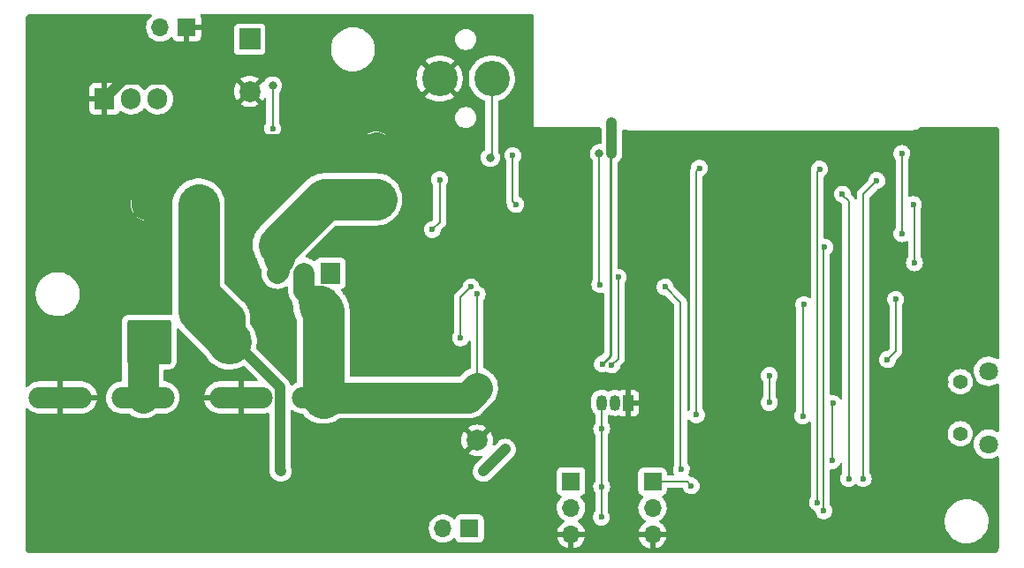
<source format=gbl>
%TF.GenerationSoftware,KiCad,Pcbnew,6.0.5-a6ca702e91~116~ubuntu20.04.1*%
%TF.CreationDate,2022-06-30T20:33:51-06:00*%
%TF.ProjectId,trailer-power-controller,74726169-6c65-4722-9d70-6f7765722d63,rev?*%
%TF.SameCoordinates,Original*%
%TF.FileFunction,Copper,L2,Bot*%
%TF.FilePolarity,Positive*%
%FSLAX46Y46*%
G04 Gerber Fmt 4.6, Leading zero omitted, Abs format (unit mm)*
G04 Created by KiCad (PCBNEW 6.0.5-a6ca702e91~116~ubuntu20.04.1) date 2022-06-30 20:33:51*
%MOMM*%
%LPD*%
G01*
G04 APERTURE LIST*
G04 Aperture macros list*
%AMRoundRect*
0 Rectangle with rounded corners*
0 $1 Rounding radius*
0 $2 $3 $4 $5 $6 $7 $8 $9 X,Y pos of 4 corners*
0 Add a 4 corners polygon primitive as box body*
4,1,4,$2,$3,$4,$5,$6,$7,$8,$9,$2,$3,0*
0 Add four circle primitives for the rounded corners*
1,1,$1+$1,$2,$3*
1,1,$1+$1,$4,$5*
1,1,$1+$1,$6,$7*
1,1,$1+$1,$8,$9*
0 Add four rect primitives between the rounded corners*
20,1,$1+$1,$2,$3,$4,$5,0*
20,1,$1+$1,$4,$5,$6,$7,0*
20,1,$1+$1,$6,$7,$8,$9,0*
20,1,$1+$1,$8,$9,$2,$3,0*%
G04 Aperture macros list end*
%TA.AperFunction,ComponentPad*%
%ADD10R,1.050000X1.500000*%
%TD*%
%TA.AperFunction,ComponentPad*%
%ADD11O,1.050000X1.500000*%
%TD*%
%TA.AperFunction,ComponentPad*%
%ADD12R,1.905000X2.000000*%
%TD*%
%TA.AperFunction,ComponentPad*%
%ADD13O,1.905000X2.000000*%
%TD*%
%TA.AperFunction,ComponentPad*%
%ADD14R,2.000000X2.000000*%
%TD*%
%TA.AperFunction,ComponentPad*%
%ADD15C,2.000000*%
%TD*%
%TA.AperFunction,ComponentPad*%
%ADD16R,1.700000X1.700000*%
%TD*%
%TA.AperFunction,ComponentPad*%
%ADD17O,1.700000X1.700000*%
%TD*%
%TA.AperFunction,ComponentPad*%
%ADD18C,3.400000*%
%TD*%
%TA.AperFunction,ComponentPad*%
%ADD19O,6.030000X2.070000*%
%TD*%
%TA.AperFunction,ComponentPad*%
%ADD20RoundRect,0.265625X-1.859375X-1.859375X1.859375X-1.859375X1.859375X1.859375X-1.859375X1.859375X0*%
%TD*%
%TA.AperFunction,ComponentPad*%
%ADD21C,4.250000*%
%TD*%
%TA.AperFunction,ComponentPad*%
%ADD22C,1.408000*%
%TD*%
%TA.AperFunction,ComponentPad*%
%ADD23C,1.800000*%
%TD*%
%TA.AperFunction,ViaPad*%
%ADD24C,0.800000*%
%TD*%
%TA.AperFunction,ViaPad*%
%ADD25C,0.600000*%
%TD*%
%TA.AperFunction,ViaPad*%
%ADD26C,1.000000*%
%TD*%
%TA.AperFunction,Conductor*%
%ADD27C,0.200000*%
%TD*%
%TA.AperFunction,Conductor*%
%ADD28C,3.000000*%
%TD*%
%TA.AperFunction,Conductor*%
%ADD29C,1.000000*%
%TD*%
%TA.AperFunction,Conductor*%
%ADD30C,0.250000*%
%TD*%
%TA.AperFunction,Conductor*%
%ADD31C,4.000000*%
%TD*%
%TA.AperFunction,Conductor*%
%ADD32C,2.000000*%
%TD*%
G04 APERTURE END LIST*
D10*
%TO.P,U4,1,GND*%
%TO.N,GND*%
X104070000Y-95440000D03*
D11*
%TO.P,U4,2,DQ*%
%TO.N,/TEMP_INTERAL*%
X102800000Y-95440000D03*
%TO.P,U4,3,VDD*%
%TO.N,+3V3*%
X101530000Y-95440000D03*
%TD*%
D12*
%TO.P,U3,1,GND*%
%TO.N,GND*%
X53900000Y-66250000D03*
D13*
%TO.P,U3,2,VO*%
%TO.N,+3V3*%
X56440000Y-66250000D03*
%TO.P,U3,3,VI*%
%TO.N,/VEHICLE+*%
X58980000Y-66250000D03*
%TD*%
D14*
%TO.P,C18,1*%
%TO.N,Net-(C18-Pad1)*%
X79900000Y-75900000D03*
D15*
%TO.P,C18,2*%
%TO.N,GND*%
X79900000Y-70900000D03*
%TD*%
D16*
%TO.P,J9,1,Pin_1*%
%TO.N,GND*%
X61775000Y-59400000D03*
D17*
%TO.P,J9,2,Pin_2*%
%TO.N,+3V3*%
X59235000Y-59400000D03*
%TD*%
D18*
%TO.P,BZ1,1,-*%
%TO.N,Net-(BZ1-Pad1)*%
X91000000Y-64300000D03*
%TO.P,BZ1,2,+*%
%TO.N,GND*%
X86000000Y-64300000D03*
%TD*%
D19*
%TO.P,J1,1*%
%TO.N,Net-(J1-Pad1)*%
X57550000Y-94925000D03*
%TO.P,J1,2*%
%TO.N,GND*%
X49650000Y-94925000D03*
%TD*%
%TO.P,J7,1*%
%TO.N,/BATTERY+*%
X74850000Y-94925000D03*
%TO.P,J7,2*%
%TO.N,GND*%
X66950000Y-94925000D03*
%TD*%
D16*
%TO.P,J5,1,Pin_1*%
%TO.N,+3V3*%
X98590000Y-102975000D03*
D17*
%TO.P,J5,2,Pin_2*%
%TO.N,/TEMP_AUX*%
X98590000Y-105515000D03*
%TO.P,J5,3,Pin_3*%
%TO.N,GND*%
X98590000Y-108055000D03*
%TD*%
D14*
%TO.P,C10,1*%
%TO.N,+3V3*%
X67800000Y-60532323D03*
D15*
%TO.P,C10,2*%
%TO.N,GND*%
X67800000Y-65532323D03*
%TD*%
D16*
%TO.P,J6,1,Pin_1*%
%TO.N,/RELAY_OUT*%
X88870000Y-107500000D03*
D17*
%TO.P,J6,2,Pin_2*%
%TO.N,/VEHICLE+*%
X86330000Y-107500000D03*
%TD*%
D16*
%TO.P,J4,1,Pin_1*%
%TO.N,+3V3*%
X106400000Y-103000000D03*
D17*
%TO.P,J4,2,Pin_2*%
%TO.N,/TEMP_EXTERNAL*%
X106400000Y-105540000D03*
%TO.P,J4,3,Pin_3*%
%TO.N,GND*%
X106400000Y-108080000D03*
%TD*%
D20*
%TO.P,J3,1,Pin_1*%
%TO.N,Net-(J1-Pad1)*%
X58150000Y-89600000D03*
D21*
%TO.P,J3,2,Pin_2*%
%TO.N,/VEHICLE+*%
X65850000Y-89600000D03*
%TD*%
D14*
%TO.P,C21,1*%
%TO.N,/BATTERY+*%
X89600000Y-94032323D03*
D15*
%TO.P,C21,2*%
%TO.N,GND*%
X89600000Y-99032323D03*
%TD*%
D12*
%TO.P,Q5,1,G*%
%TO.N,Net-(Q3-Pad3)*%
X75540000Y-82987323D03*
D13*
%TO.P,Q5,2,D*%
%TO.N,/BATTERY+*%
X73000000Y-82987323D03*
%TO.P,Q5,3,S*%
%TO.N,Net-(C18-Pad1)*%
X70460000Y-82987323D03*
%TD*%
D22*
%TO.P,J2,P$6*%
%TO.N,N/C*%
X135900000Y-98400000D03*
%TO.P,J2,P$7*%
X135900000Y-93400000D03*
D23*
%TO.P,J2,P$8*%
X138600000Y-99400000D03*
%TO.P,J2,P$9*%
X138600000Y-92400000D03*
%TD*%
D14*
%TO.P,C4,1*%
%TO.N,/VEHICLE+*%
X62900000Y-76400000D03*
D15*
%TO.P,C4,2*%
%TO.N,GND*%
X57900000Y-76400000D03*
%TD*%
D24*
%TO.N,+3V3*%
X70000000Y-65000000D03*
%TO.N,Net-(BZ1-Pad1)*%
X90864122Y-71899500D03*
D25*
%TO.N,GND*%
X80800000Y-59100000D03*
X115600000Y-76600000D03*
X47100000Y-67800000D03*
X112800000Y-95700000D03*
X132500000Y-108200000D03*
X116700000Y-77795000D03*
X112800000Y-85400000D03*
X47100000Y-77200000D03*
X53900000Y-81700000D03*
X115305000Y-70295000D03*
X58500000Y-108600000D03*
X115700000Y-79300000D03*
X128700000Y-70200000D03*
X138900000Y-86800000D03*
X90700000Y-87200000D03*
X66600000Y-82300000D03*
X121100000Y-99800000D03*
X112100000Y-80100000D03*
X107200000Y-91200000D03*
X120800000Y-78900000D03*
X93300000Y-59100000D03*
X108100000Y-97000000D03*
X83400000Y-90300000D03*
X118300000Y-79300000D03*
X131400000Y-70000000D03*
X138800000Y-79400000D03*
X105300000Y-85100000D03*
X138800000Y-101400000D03*
X128900000Y-101000000D03*
X96700000Y-75200000D03*
D26*
X134275000Y-93425000D03*
D25*
X51800000Y-72900000D03*
X97900000Y-92000000D03*
D26*
X136500000Y-100300000D03*
D25*
X120500000Y-72900000D03*
X113300000Y-73500000D03*
X138800000Y-75300000D03*
X139000000Y-82700000D03*
X124700000Y-108700000D03*
X57500000Y-103100000D03*
X116700000Y-108700000D03*
X70000000Y-76100000D03*
X97000000Y-81800000D03*
X118200000Y-85400000D03*
X138100000Y-70000000D03*
X107375000Y-70125000D03*
X118400000Y-76600000D03*
X49300000Y-101200000D03*
X111305000Y-70295000D03*
X74200000Y-59100000D03*
X70600000Y-89000000D03*
X123405000Y-70295000D03*
X134500000Y-70000000D03*
X111200000Y-108500000D03*
X67900000Y-105000000D03*
X87100000Y-59100000D03*
X119205000Y-70295000D03*
X76400000Y-105300000D03*
X63500000Y-68500000D03*
X50200000Y-107600000D03*
D24*
X60500000Y-64400000D03*
D25*
X106000000Y-75300000D03*
X103775000Y-70125000D03*
D24*
%TO.N,+3V3*%
X102500000Y-68500000D03*
X102500000Y-71500000D03*
D25*
X101530000Y-103470000D03*
X101530000Y-97930000D03*
X101600000Y-91700000D03*
X110100000Y-103400000D03*
X101500000Y-106400000D03*
X70000000Y-69100000D03*
%TO.N,/VEHICLE+*%
X86000000Y-74000000D03*
D24*
X90200000Y-102000000D03*
D25*
X70800000Y-102000000D03*
D24*
X92300000Y-99900000D03*
D25*
X85300000Y-78800000D03*
%TO.N,/EN*%
X110600000Y-96600000D03*
X110900000Y-72900000D03*
D26*
%TO.N,Net-(C18-Pad1)*%
X75467677Y-76632323D03*
X72450000Y-79250000D03*
D25*
%TO.N,/LOAD_SENSE*%
X93000000Y-71700000D03*
X93300000Y-76400000D03*
%TO.N,/BATTERY+*%
X89600000Y-85000000D03*
%TO.N,/TEMP_EXTERNAL*%
X109163245Y-101799500D03*
X107600000Y-84300000D03*
%TO.N,/TEMP_AUX*%
X122900000Y-80500000D03*
X122800000Y-105800000D03*
%TO.N,/USB_RTS*%
X123700000Y-95500000D03*
X123600000Y-101000000D03*
%TO.N,/IO0*%
X120800000Y-96700000D03*
X120900000Y-86000000D03*
%TO.N,/USB_DTR*%
X117600000Y-95400000D03*
X117600000Y-92800000D03*
%TO.N,Net-(R1-Pad1)*%
X127900000Y-74100000D03*
X126600000Y-102700000D03*
%TO.N,Net-(R3-Pad2)*%
X131400000Y-76400000D03*
X131500000Y-82000000D03*
%TO.N,Net-(R7-Pad2)*%
X128900000Y-91300000D03*
X129700000Y-85500000D03*
%TO.N,Net-(R8-Pad2)*%
X130300000Y-71500000D03*
X130300000Y-79200000D03*
D24*
%TO.N,/BUZZER*%
X101300000Y-71500000D03*
D25*
X101360313Y-84083023D03*
%TO.N,/TEMP_INTERAL*%
X102500000Y-91800000D03*
X103099500Y-83364068D03*
%TO.N,/CHARGE_EN*%
X88000000Y-89200000D03*
X89000000Y-84300000D03*
%TO.N,/RELAY_EN*%
X122400000Y-73000000D03*
X122200000Y-105000000D03*
%TO.N,Net-(R27-Pad1)*%
X124600000Y-75400000D03*
X125200000Y-102700000D03*
%TD*%
D27*
%TO.N,Net-(BZ1-Pad1)*%
X91000000Y-64300000D02*
X91000000Y-71763622D01*
X91000000Y-71763622D02*
X90864122Y-71899500D01*
D28*
%TO.N,GND*%
X79700499Y-71099501D02*
X79900000Y-70900000D01*
X57900000Y-74985787D02*
X61786286Y-71099501D01*
X57900000Y-76400000D02*
X57900000Y-74985787D01*
D29*
X53900000Y-66250000D02*
X55750000Y-64400000D01*
D28*
X61786286Y-71099501D02*
X79700499Y-71099501D01*
D29*
X55750000Y-64400000D02*
X60500000Y-64400000D01*
D27*
%TO.N,+3V3*%
X101530000Y-106370000D02*
X101500000Y-106400000D01*
X70000000Y-65100000D02*
X70050000Y-65050000D01*
D30*
X102400000Y-90900000D02*
X101600000Y-91700000D01*
D27*
X109700000Y-103000000D02*
X106400000Y-103000000D01*
D30*
X102400000Y-71600000D02*
X102400000Y-90900000D01*
D27*
X110100000Y-103400000D02*
X109700000Y-103000000D01*
D30*
X102500000Y-71500000D02*
X102400000Y-71600000D01*
D27*
X101530000Y-95440000D02*
X101530000Y-106370000D01*
D29*
X102500000Y-68500000D02*
X102500000Y-71500000D01*
D27*
X70000000Y-69100000D02*
X70000000Y-65100000D01*
D29*
%TO.N,/VEHICLE+*%
X92300000Y-99900000D02*
X90200000Y-102000000D01*
D27*
X86000000Y-74000000D02*
X86000000Y-78100000D01*
D29*
X66400000Y-89600000D02*
X70700000Y-93900000D01*
D31*
X62900000Y-86650000D02*
X62900000Y-84300000D01*
D29*
X65850000Y-89600000D02*
X66400000Y-89600000D01*
D31*
X65850000Y-89600000D02*
X62900000Y-86650000D01*
D28*
X62900000Y-84300000D02*
X62900000Y-76400000D01*
D31*
X62900000Y-86650000D02*
X62900000Y-76400000D01*
D28*
X65850000Y-89600000D02*
X65850000Y-87250000D01*
D27*
X86000000Y-78100000D02*
X85300000Y-78800000D01*
D28*
X65850000Y-87250000D02*
X62900000Y-84300000D01*
D29*
X70700000Y-93900000D02*
X70700000Y-101900000D01*
X70700000Y-101900000D02*
X70800000Y-102000000D01*
D27*
%TO.N,/EN*%
X110600000Y-96600000D02*
X110600000Y-73200000D01*
X110600000Y-73200000D02*
X110900000Y-72900000D01*
D31*
%TO.N,Net-(C18-Pad1)*%
X79900000Y-75900000D02*
X75000000Y-75900000D01*
D32*
X70600000Y-82847323D02*
X70460000Y-82987323D01*
D31*
X75000000Y-75900000D02*
X70600000Y-80300000D01*
D28*
X70600000Y-80300000D02*
X70600000Y-81569626D01*
D32*
X70600000Y-80300000D02*
X70600000Y-82847323D01*
D27*
%TO.N,/LOAD_SENSE*%
X93000000Y-76100000D02*
X93300000Y-76400000D01*
X93000000Y-71700000D02*
X93000000Y-76100000D01*
D31*
%TO.N,/BATTERY+*%
X74850000Y-86550000D02*
X74486834Y-86186834D01*
D28*
X74850000Y-94925000D02*
X88707323Y-94925000D01*
D31*
X74850000Y-94925000D02*
X74850000Y-86550000D01*
D32*
X73000000Y-82987323D02*
X73000000Y-84700000D01*
X73000000Y-84700000D02*
X73900000Y-85600000D01*
D27*
X89600000Y-94032323D02*
X89600000Y-85000000D01*
D28*
X88707323Y-94925000D02*
X89600000Y-94032323D01*
X74850000Y-86550000D02*
X73900000Y-85600000D01*
%TO.N,Net-(J1-Pad1)*%
X57550000Y-94925000D02*
X57550000Y-90200000D01*
X57550000Y-90200000D02*
X58150000Y-89600000D01*
D27*
%TO.N,/TEMP_EXTERNAL*%
X107600000Y-84300000D02*
X109100000Y-85800000D01*
X109100000Y-101736255D02*
X109163245Y-101799500D01*
X109100000Y-85800000D02*
X109100000Y-101736255D01*
%TO.N,/TEMP_AUX*%
X122800000Y-105800000D02*
X122800000Y-80600000D01*
X122800000Y-80600000D02*
X122900000Y-80500000D01*
%TO.N,/USB_RTS*%
X123600000Y-95600000D02*
X123700000Y-95500000D01*
X123600000Y-101000000D02*
X123600000Y-95600000D01*
%TO.N,/IO0*%
X120800000Y-96700000D02*
X120800000Y-86100000D01*
X120800000Y-86100000D02*
X120900000Y-86000000D01*
%TO.N,/USB_DTR*%
X117600000Y-95400000D02*
X117600000Y-92800000D01*
%TO.N,Net-(R1-Pad1)*%
X126600000Y-102700000D02*
X126600000Y-75400000D01*
X126600000Y-75400000D02*
X127900000Y-74100000D01*
%TO.N,Net-(R3-Pad2)*%
X131500000Y-82000000D02*
X131500000Y-76500000D01*
X131500000Y-76500000D02*
X131400000Y-76400000D01*
%TO.N,Net-(R7-Pad2)*%
X129700000Y-85500000D02*
X129700000Y-90500000D01*
X129700000Y-90500000D02*
X128900000Y-91300000D01*
%TO.N,Net-(R8-Pad2)*%
X130300000Y-71500000D02*
X130300000Y-79200000D01*
%TO.N,/BUZZER*%
X101300000Y-84022710D02*
X101360313Y-84083023D01*
X101300000Y-71500000D02*
X101300000Y-84022710D01*
%TO.N,/TEMP_INTERAL*%
X102500000Y-91800000D02*
X103099500Y-91200500D01*
X103099500Y-91200500D02*
X103099500Y-83364068D01*
%TO.N,/CHARGE_EN*%
X88000000Y-89200000D02*
X88000000Y-85300000D01*
X88000000Y-85300000D02*
X89000000Y-84300000D01*
%TO.N,/RELAY_EN*%
X122200000Y-105000000D02*
X122200000Y-73200000D01*
X122200000Y-73200000D02*
X122400000Y-73000000D01*
%TO.N,Net-(R27-Pad1)*%
X125200000Y-102700000D02*
X125200000Y-76100000D01*
X124600000Y-75500000D02*
X124600000Y-75400000D01*
X125200000Y-76100000D02*
X124600000Y-75500000D01*
%TD*%
%TA.AperFunction,Conductor*%
%TO.N,GND*%
G36*
X58382867Y-58128502D02*
G01*
X58429360Y-58182158D01*
X58439464Y-58252432D01*
X58409970Y-58317012D01*
X58390399Y-58335260D01*
X58329965Y-58380635D01*
X58290128Y-58422322D01*
X58237658Y-58477229D01*
X58175629Y-58542138D01*
X58049743Y-58726680D01*
X57955688Y-58929305D01*
X57895989Y-59144570D01*
X57872251Y-59366695D01*
X57872548Y-59371848D01*
X57872548Y-59371851D01*
X57882330Y-59541500D01*
X57885110Y-59589715D01*
X57886247Y-59594761D01*
X57886248Y-59594767D01*
X57900606Y-59658475D01*
X57934222Y-59807639D01*
X58018266Y-60014616D01*
X58020965Y-60019020D01*
X58113719Y-60170381D01*
X58134987Y-60205088D01*
X58281250Y-60373938D01*
X58453126Y-60516632D01*
X58646000Y-60629338D01*
X58854692Y-60709030D01*
X58859760Y-60710061D01*
X58859763Y-60710062D01*
X58967017Y-60731883D01*
X59073597Y-60753567D01*
X59078772Y-60753757D01*
X59078774Y-60753757D01*
X59291673Y-60761564D01*
X59291677Y-60761564D01*
X59296837Y-60761753D01*
X59301957Y-60761097D01*
X59301959Y-60761097D01*
X59513288Y-60734025D01*
X59513289Y-60734025D01*
X59518416Y-60733368D01*
X59523366Y-60731883D01*
X59727429Y-60670661D01*
X59727434Y-60670659D01*
X59732384Y-60669174D01*
X59932994Y-60570896D01*
X60114860Y-60441173D01*
X60182331Y-60373938D01*
X60223479Y-60332933D01*
X60285851Y-60299017D01*
X60356658Y-60304205D01*
X60413419Y-60346851D01*
X60430401Y-60377954D01*
X60471676Y-60488054D01*
X60480214Y-60503649D01*
X60556715Y-60605724D01*
X60569276Y-60618285D01*
X60671351Y-60694786D01*
X60686946Y-60703324D01*
X60807394Y-60748478D01*
X60822649Y-60752105D01*
X60873514Y-60757631D01*
X60880328Y-60758000D01*
X61502885Y-60758000D01*
X61518124Y-60753525D01*
X61519329Y-60752135D01*
X61521000Y-60744452D01*
X61521000Y-60739884D01*
X62029000Y-60739884D01*
X62033475Y-60755123D01*
X62034865Y-60756328D01*
X62042548Y-60757999D01*
X62669669Y-60757999D01*
X62676490Y-60757629D01*
X62727352Y-60752105D01*
X62742604Y-60748479D01*
X62863054Y-60703324D01*
X62878649Y-60694786D01*
X62980724Y-60618285D01*
X62993285Y-60605724D01*
X63069786Y-60503649D01*
X63078324Y-60488054D01*
X63123478Y-60367606D01*
X63127105Y-60352351D01*
X63132631Y-60301486D01*
X63133000Y-60294672D01*
X63133000Y-59672115D01*
X63128525Y-59656876D01*
X63127135Y-59655671D01*
X63119452Y-59654000D01*
X62047115Y-59654000D01*
X62031876Y-59658475D01*
X62030671Y-59659865D01*
X62029000Y-59667548D01*
X62029000Y-60739884D01*
X61521000Y-60739884D01*
X61521000Y-59272000D01*
X61541002Y-59203879D01*
X61594658Y-59157386D01*
X61647000Y-59146000D01*
X63114884Y-59146000D01*
X63130123Y-59141525D01*
X63131328Y-59140135D01*
X63132999Y-59132452D01*
X63132999Y-58505331D01*
X63132629Y-58498510D01*
X63127105Y-58447648D01*
X63123479Y-58432396D01*
X63078321Y-58311939D01*
X63069052Y-58295008D01*
X63053883Y-58225651D01*
X63078620Y-58159103D01*
X63135408Y-58116493D01*
X63179572Y-58108500D01*
X94874000Y-58108500D01*
X94942121Y-58128502D01*
X94988614Y-58182158D01*
X95000000Y-58234500D01*
X95000000Y-69000000D01*
X101365500Y-69000000D01*
X101433621Y-69020002D01*
X101480114Y-69073658D01*
X101491500Y-69126000D01*
X101491500Y-70465500D01*
X101471498Y-70533621D01*
X101417842Y-70580114D01*
X101365500Y-70591500D01*
X101204513Y-70591500D01*
X101198061Y-70592872D01*
X101198056Y-70592872D01*
X101111113Y-70611353D01*
X101017712Y-70631206D01*
X101011682Y-70633891D01*
X101011681Y-70633891D01*
X100849278Y-70706197D01*
X100849276Y-70706198D01*
X100843248Y-70708882D01*
X100688747Y-70821134D01*
X100684326Y-70826044D01*
X100684325Y-70826045D01*
X100616717Y-70901132D01*
X100560960Y-70963056D01*
X100465473Y-71128444D01*
X100406458Y-71310072D01*
X100405768Y-71316633D01*
X100405768Y-71316635D01*
X100400942Y-71362556D01*
X100386496Y-71500000D01*
X100387186Y-71506565D01*
X100405588Y-71681646D01*
X100406458Y-71689928D01*
X100465473Y-71871556D01*
X100468776Y-71877278D01*
X100468777Y-71877279D01*
X100483245Y-71902338D01*
X100560960Y-72036944D01*
X100565378Y-72041851D01*
X100565379Y-72041852D01*
X100659136Y-72145980D01*
X100689854Y-72209987D01*
X100691500Y-72230290D01*
X100691500Y-83591149D01*
X100671411Y-83659404D01*
X100635367Y-83715333D01*
X100635363Y-83715342D01*
X100631548Y-83721261D01*
X100629139Y-83727881D01*
X100629138Y-83727882D01*
X100574649Y-83877589D01*
X100569510Y-83891708D01*
X100546776Y-84071663D01*
X100564476Y-84252183D01*
X100621731Y-84424296D01*
X100625378Y-84430318D01*
X100625379Y-84430320D01*
X100707402Y-84565756D01*
X100715693Y-84579447D01*
X100841695Y-84709925D01*
X100993472Y-84809245D01*
X101000076Y-84811701D01*
X101000078Y-84811702D01*
X101156871Y-84870013D01*
X101156873Y-84870013D01*
X101163481Y-84872471D01*
X101247308Y-84883656D01*
X101336293Y-84895530D01*
X101336297Y-84895530D01*
X101343274Y-84896461D01*
X101350285Y-84895823D01*
X101350289Y-84895823D01*
X101492772Y-84882855D01*
X101523913Y-84880021D01*
X101530613Y-84877844D01*
X101530618Y-84877843D01*
X101601564Y-84854791D01*
X101672532Y-84852764D01*
X101733330Y-84889426D01*
X101764655Y-84953139D01*
X101766500Y-84974624D01*
X101766500Y-90585405D01*
X101746498Y-90653526D01*
X101729595Y-90674501D01*
X101538907Y-90865188D01*
X101476595Y-90899213D01*
X101462983Y-90901402D01*
X101432288Y-90904628D01*
X101432286Y-90904628D01*
X101425288Y-90905364D01*
X101253579Y-90963818D01*
X101206234Y-90992945D01*
X101105095Y-91055166D01*
X101105092Y-91055168D01*
X101099088Y-91058862D01*
X101094053Y-91063793D01*
X101094050Y-91063795D01*
X101003607Y-91152364D01*
X100969493Y-91185771D01*
X100871235Y-91338238D01*
X100868826Y-91344858D01*
X100868824Y-91344861D01*
X100811606Y-91502066D01*
X100809197Y-91508685D01*
X100786463Y-91688640D01*
X100804163Y-91869160D01*
X100861418Y-92041273D01*
X100865065Y-92047295D01*
X100865066Y-92047297D01*
X100944085Y-92177773D01*
X100955380Y-92196424D01*
X100960269Y-92201487D01*
X100960270Y-92201488D01*
X101011799Y-92254847D01*
X101081382Y-92326902D01*
X101233159Y-92426222D01*
X101239763Y-92428678D01*
X101239765Y-92428679D01*
X101396558Y-92486990D01*
X101396560Y-92486990D01*
X101403168Y-92489448D01*
X101486995Y-92500633D01*
X101575980Y-92512507D01*
X101575984Y-92512507D01*
X101582961Y-92513438D01*
X101589972Y-92512800D01*
X101589976Y-92512800D01*
X101732459Y-92499832D01*
X101763600Y-92496998D01*
X101770302Y-92494820D01*
X101770304Y-92494820D01*
X101825060Y-92477029D01*
X101923290Y-92445112D01*
X101994255Y-92443084D01*
X102031217Y-92459513D01*
X102043597Y-92467614D01*
X102089477Y-92497637D01*
X102133159Y-92526222D01*
X102139763Y-92528678D01*
X102139765Y-92528679D01*
X102296558Y-92586990D01*
X102296560Y-92586990D01*
X102303168Y-92589448D01*
X102386995Y-92600633D01*
X102475980Y-92612507D01*
X102475984Y-92612507D01*
X102482961Y-92613438D01*
X102489972Y-92612800D01*
X102489976Y-92612800D01*
X102632459Y-92599832D01*
X102663600Y-92596998D01*
X102670302Y-92594820D01*
X102670304Y-92594820D01*
X102829409Y-92543124D01*
X102829412Y-92543123D01*
X102836108Y-92540947D01*
X102972715Y-92459513D01*
X102985860Y-92451677D01*
X102985862Y-92451676D01*
X102991912Y-92448069D01*
X103123266Y-92322982D01*
X103223643Y-92171902D01*
X103269407Y-92051428D01*
X103285555Y-92008920D01*
X103285556Y-92008918D01*
X103288055Y-92002338D01*
X103298115Y-91930760D01*
X103303420Y-91893009D01*
X103332708Y-91828335D01*
X103339099Y-91821450D01*
X103495734Y-91664815D01*
X103508125Y-91653948D01*
X103526937Y-91639513D01*
X103533487Y-91634487D01*
X103557974Y-91602575D01*
X103557980Y-91602569D01*
X103625996Y-91513929D01*
X103625997Y-91513927D01*
X103631024Y-91507376D01*
X103692338Y-91359351D01*
X103697549Y-91319770D01*
X103708000Y-91240385D01*
X103708000Y-91240380D01*
X103713250Y-91200500D01*
X103709078Y-91168807D01*
X103708000Y-91152364D01*
X103708000Y-83947316D01*
X103729052Y-83877589D01*
X103790055Y-83785771D01*
X103823143Y-83735970D01*
X103887555Y-83566406D01*
X103895815Y-83507633D01*
X103912248Y-83390707D01*
X103912248Y-83390704D01*
X103912799Y-83386785D01*
X103913116Y-83364068D01*
X103892897Y-83183813D01*
X103890580Y-83177159D01*
X103835564Y-83019174D01*
X103835562Y-83019171D01*
X103833245Y-83012516D01*
X103737126Y-82858692D01*
X103692187Y-82813438D01*
X103614278Y-82734983D01*
X103614274Y-82734980D01*
X103609315Y-82729986D01*
X103456166Y-82632795D01*
X103425384Y-82621834D01*
X103291925Y-82574311D01*
X103291920Y-82574310D01*
X103285290Y-82571949D01*
X103278302Y-82571116D01*
X103278299Y-82571115D01*
X103144581Y-82555170D01*
X103079308Y-82527242D01*
X103039495Y-82468459D01*
X103033500Y-82430056D01*
X103033500Y-72425526D01*
X103053502Y-72357405D01*
X103080543Y-72327334D01*
X103209025Y-72224032D01*
X103336154Y-72072526D01*
X103339121Y-72067128D01*
X103339125Y-72067123D01*
X103417905Y-71923820D01*
X103431433Y-71899213D01*
X103440207Y-71871556D01*
X103489373Y-71716564D01*
X103489373Y-71716563D01*
X103491235Y-71710694D01*
X103508500Y-71556773D01*
X103508500Y-69296272D01*
X103528502Y-69228151D01*
X103582158Y-69181658D01*
X103652432Y-69171554D01*
X103678532Y-69178216D01*
X103869703Y-69249519D01*
X103869706Y-69249520D01*
X103873921Y-69251092D01*
X103878311Y-69252047D01*
X103878318Y-69252049D01*
X104033229Y-69285747D01*
X104084770Y-69296959D01*
X104259535Y-69309459D01*
X104271446Y-69310884D01*
X104282648Y-69312769D01*
X104282655Y-69312770D01*
X104287448Y-69313576D01*
X104293724Y-69313653D01*
X104295140Y-69313670D01*
X104295143Y-69313670D01*
X104300000Y-69313729D01*
X104327624Y-69309773D01*
X104345486Y-69308500D01*
X131046750Y-69308500D01*
X131067655Y-69310246D01*
X131082656Y-69312770D01*
X131082659Y-69312770D01*
X131087448Y-69313576D01*
X131093687Y-69313652D01*
X131095140Y-69313670D01*
X131095143Y-69313670D01*
X131100000Y-69313729D01*
X131114790Y-69311611D01*
X131123643Y-69310662D01*
X131310742Y-69297280D01*
X131315230Y-69296959D01*
X131366771Y-69285747D01*
X131521682Y-69252049D01*
X131521689Y-69252047D01*
X131526079Y-69251092D01*
X131530294Y-69249520D01*
X131530297Y-69249519D01*
X131627167Y-69213388D01*
X131728254Y-69175685D01*
X131917640Y-69072272D01*
X131980611Y-69025132D01*
X132047133Y-69000321D01*
X132056121Y-69000000D01*
X139465500Y-69000000D01*
X139533621Y-69020002D01*
X139580114Y-69073658D01*
X139591500Y-69126000D01*
X139591500Y-91128102D01*
X139571498Y-91196223D01*
X139517842Y-91242716D01*
X139447568Y-91252820D01*
X139390779Y-91228431D01*
X139390485Y-91228874D01*
X139388061Y-91227263D01*
X139387406Y-91226982D01*
X139386179Y-91226013D01*
X139386177Y-91226012D01*
X139382123Y-91222810D01*
X139377607Y-91220317D01*
X139377604Y-91220315D01*
X139183879Y-91113373D01*
X139183875Y-91113371D01*
X139179355Y-91110876D01*
X139174486Y-91109152D01*
X139174482Y-91109150D01*
X138965903Y-91035288D01*
X138965899Y-91035287D01*
X138961028Y-91033562D01*
X138955935Y-91032655D01*
X138955932Y-91032654D01*
X138738095Y-90993851D01*
X138738089Y-90993850D01*
X138733006Y-90992945D01*
X138660096Y-90992054D01*
X138506581Y-90990179D01*
X138506579Y-90990179D01*
X138501411Y-90990116D01*
X138272464Y-91025150D01*
X138052314Y-91097106D01*
X138047726Y-91099494D01*
X138047722Y-91099496D01*
X137870613Y-91191693D01*
X137846872Y-91204052D01*
X137842739Y-91207155D01*
X137842736Y-91207157D01*
X137668153Y-91338238D01*
X137661655Y-91343117D01*
X137639445Y-91366358D01*
X137516163Y-91495366D01*
X137501639Y-91510564D01*
X137498725Y-91514836D01*
X137498724Y-91514837D01*
X137472173Y-91553760D01*
X137371119Y-91701899D01*
X137273602Y-91911981D01*
X137211707Y-92135169D01*
X137187095Y-92365469D01*
X137187392Y-92370622D01*
X137187392Y-92370625D01*
X137196505Y-92528679D01*
X137200427Y-92596697D01*
X137201564Y-92601743D01*
X137201565Y-92601749D01*
X137233741Y-92744523D01*
X137251346Y-92822642D01*
X137253288Y-92827424D01*
X137253289Y-92827428D01*
X137336540Y-93032450D01*
X137338484Y-93037237D01*
X137390615Y-93122307D01*
X137432534Y-93190712D01*
X137459501Y-93234719D01*
X137611147Y-93409784D01*
X137789349Y-93557730D01*
X137989322Y-93674584D01*
X137994147Y-93676426D01*
X137994148Y-93676427D01*
X138010725Y-93682757D01*
X138205694Y-93757209D01*
X138210760Y-93758240D01*
X138210761Y-93758240D01*
X138229306Y-93762013D01*
X138432656Y-93803385D01*
X138563324Y-93808176D01*
X138658949Y-93811683D01*
X138658953Y-93811683D01*
X138664113Y-93811872D01*
X138669233Y-93811216D01*
X138669235Y-93811216D01*
X138759847Y-93799608D01*
X138893847Y-93782442D01*
X138898795Y-93780957D01*
X138898802Y-93780956D01*
X139110747Y-93717369D01*
X139115690Y-93715886D01*
X139170986Y-93688797D01*
X139319049Y-93616262D01*
X139319052Y-93616260D01*
X139323684Y-93613991D01*
X139392332Y-93565025D01*
X139459405Y-93541752D01*
X139528414Y-93558435D01*
X139577448Y-93609779D01*
X139591500Y-93667604D01*
X139591500Y-98128102D01*
X139571498Y-98196223D01*
X139517842Y-98242716D01*
X139447568Y-98252820D01*
X139390779Y-98228431D01*
X139390485Y-98228874D01*
X139388061Y-98227263D01*
X139387406Y-98226982D01*
X139386179Y-98226013D01*
X139386177Y-98226012D01*
X139382123Y-98222810D01*
X139377607Y-98220317D01*
X139377604Y-98220315D01*
X139183879Y-98113373D01*
X139183875Y-98113371D01*
X139179355Y-98110876D01*
X139174486Y-98109152D01*
X139174482Y-98109150D01*
X138965903Y-98035288D01*
X138965899Y-98035287D01*
X138961028Y-98033562D01*
X138955935Y-98032655D01*
X138955932Y-98032654D01*
X138738095Y-97993851D01*
X138738089Y-97993850D01*
X138733006Y-97992945D01*
X138660096Y-97992054D01*
X138506581Y-97990179D01*
X138506579Y-97990179D01*
X138501411Y-97990116D01*
X138272464Y-98025150D01*
X138052314Y-98097106D01*
X138047726Y-98099494D01*
X138047722Y-98099496D01*
X137886675Y-98183332D01*
X137846872Y-98204052D01*
X137842739Y-98207155D01*
X137842736Y-98207157D01*
X137665790Y-98340012D01*
X137661655Y-98343117D01*
X137658083Y-98346855D01*
X137521181Y-98490115D01*
X137501639Y-98510564D01*
X137371119Y-98701899D01*
X137368944Y-98706585D01*
X137368937Y-98706597D01*
X137281724Y-98894481D01*
X137273976Y-98903311D01*
X137274335Y-98905956D01*
X137271182Y-98920707D01*
X137260537Y-98959092D01*
X137211707Y-99135169D01*
X137187095Y-99365469D01*
X137187392Y-99370622D01*
X137187392Y-99370625D01*
X137195102Y-99504335D01*
X137200427Y-99596697D01*
X137201564Y-99601743D01*
X137201565Y-99601749D01*
X137204924Y-99616653D01*
X137251346Y-99822642D01*
X137253288Y-99827424D01*
X137253289Y-99827428D01*
X137336540Y-100032450D01*
X137338484Y-100037237D01*
X137459501Y-100234719D01*
X137611147Y-100409784D01*
X137789349Y-100557730D01*
X137989322Y-100674584D01*
X138205694Y-100757209D01*
X138210760Y-100758240D01*
X138210761Y-100758240D01*
X138210948Y-100758278D01*
X138432656Y-100803385D01*
X138563324Y-100808176D01*
X138658949Y-100811683D01*
X138658953Y-100811683D01*
X138664113Y-100811872D01*
X138669233Y-100811216D01*
X138669235Y-100811216D01*
X138742270Y-100801860D01*
X138893847Y-100782442D01*
X138898795Y-100780957D01*
X138898802Y-100780956D01*
X139110747Y-100717369D01*
X139115690Y-100715886D01*
X139122606Y-100712498D01*
X139319049Y-100616262D01*
X139319052Y-100616260D01*
X139323684Y-100613991D01*
X139392332Y-100565025D01*
X139459405Y-100541752D01*
X139528414Y-100558435D01*
X139577448Y-100609779D01*
X139591500Y-100667604D01*
X139591500Y-109350633D01*
X139590000Y-109370018D01*
X139586309Y-109393724D01*
X139587473Y-109402626D01*
X139587489Y-109402750D01*
X139587760Y-109433192D01*
X139585430Y-109453870D01*
X139580766Y-109495264D01*
X139574487Y-109522771D01*
X139547515Y-109599853D01*
X139535273Y-109625274D01*
X139491822Y-109694426D01*
X139474230Y-109716485D01*
X139416485Y-109774230D01*
X139394426Y-109791822D01*
X139325274Y-109835273D01*
X139299853Y-109847515D01*
X139222772Y-109874487D01*
X139195264Y-109880766D01*
X139139774Y-109887018D01*
X139124132Y-109886923D01*
X139124121Y-109887800D01*
X139115149Y-109887690D01*
X139106276Y-109886309D01*
X139097374Y-109887473D01*
X139097372Y-109887473D01*
X139086385Y-109888910D01*
X139074714Y-109890436D01*
X139058379Y-109891500D01*
X46849367Y-109891500D01*
X46829982Y-109890000D01*
X46815148Y-109887690D01*
X46815145Y-109887690D01*
X46806276Y-109886309D01*
X46797374Y-109887473D01*
X46797250Y-109887489D01*
X46766808Y-109887760D01*
X46746130Y-109885430D01*
X46704736Y-109880766D01*
X46677229Y-109874487D01*
X46600147Y-109847515D01*
X46574726Y-109835273D01*
X46505574Y-109791822D01*
X46483515Y-109774230D01*
X46425770Y-109716485D01*
X46408178Y-109694426D01*
X46364727Y-109625274D01*
X46352485Y-109599853D01*
X46325513Y-109522772D01*
X46319234Y-109495266D01*
X46313170Y-109441451D01*
X46312888Y-109416640D01*
X46313576Y-109412552D01*
X46313729Y-109400000D01*
X46309773Y-109372376D01*
X46308500Y-109354514D01*
X46308500Y-107466695D01*
X84967251Y-107466695D01*
X84967548Y-107471848D01*
X84967548Y-107471851D01*
X84975771Y-107614470D01*
X84980110Y-107689715D01*
X84981247Y-107694761D01*
X84981248Y-107694767D01*
X85001088Y-107782799D01*
X85029222Y-107907639D01*
X85113266Y-108114616D01*
X85115965Y-108119020D01*
X85192198Y-108243421D01*
X85229987Y-108305088D01*
X85376250Y-108473938D01*
X85499994Y-108576672D01*
X85537428Y-108607750D01*
X85548126Y-108616632D01*
X85741000Y-108729338D01*
X85745825Y-108731180D01*
X85745826Y-108731181D01*
X85762743Y-108737641D01*
X85949692Y-108809030D01*
X85954760Y-108810061D01*
X85954763Y-108810062D01*
X86043109Y-108828036D01*
X86168597Y-108853567D01*
X86173772Y-108853757D01*
X86173774Y-108853757D01*
X86386673Y-108861564D01*
X86386677Y-108861564D01*
X86391837Y-108861753D01*
X86396957Y-108861097D01*
X86396959Y-108861097D01*
X86608288Y-108834025D01*
X86608289Y-108834025D01*
X86613416Y-108833368D01*
X86618366Y-108831883D01*
X86822429Y-108770661D01*
X86822434Y-108770659D01*
X86827384Y-108769174D01*
X87027994Y-108670896D01*
X87209860Y-108541173D01*
X87318091Y-108433319D01*
X87380462Y-108399404D01*
X87451268Y-108404592D01*
X87508030Y-108447238D01*
X87525012Y-108478341D01*
X87569385Y-108596705D01*
X87656739Y-108713261D01*
X87773295Y-108800615D01*
X87909684Y-108851745D01*
X87971866Y-108858500D01*
X89768134Y-108858500D01*
X89830316Y-108851745D01*
X89966705Y-108800615D01*
X90083261Y-108713261D01*
X90170615Y-108596705D01*
X90221745Y-108460316D01*
X90228500Y-108398134D01*
X90228500Y-108322966D01*
X97258257Y-108322966D01*
X97288565Y-108457446D01*
X97291645Y-108467275D01*
X97371770Y-108664603D01*
X97376413Y-108673794D01*
X97487694Y-108855388D01*
X97493777Y-108863699D01*
X97633213Y-109024667D01*
X97640580Y-109031883D01*
X97804434Y-109167916D01*
X97812881Y-109173831D01*
X97996756Y-109281279D01*
X98006042Y-109285729D01*
X98205001Y-109361703D01*
X98214899Y-109364579D01*
X98318250Y-109385606D01*
X98332299Y-109384410D01*
X98336000Y-109374065D01*
X98336000Y-109373517D01*
X98844000Y-109373517D01*
X98848064Y-109387359D01*
X98861478Y-109389393D01*
X98868184Y-109388534D01*
X98878262Y-109386392D01*
X99082255Y-109325191D01*
X99091842Y-109321433D01*
X99283095Y-109227739D01*
X99291945Y-109222464D01*
X99465328Y-109098792D01*
X99473200Y-109092139D01*
X99624052Y-108941812D01*
X99630730Y-108933965D01*
X99755003Y-108761020D01*
X99760313Y-108752183D01*
X99854670Y-108561267D01*
X99858469Y-108551672D01*
X99920360Y-108347966D01*
X105068257Y-108347966D01*
X105098565Y-108482446D01*
X105101645Y-108492275D01*
X105181770Y-108689603D01*
X105186413Y-108698794D01*
X105297694Y-108880388D01*
X105303777Y-108888699D01*
X105443213Y-109049667D01*
X105450580Y-109056883D01*
X105614434Y-109192916D01*
X105622881Y-109198831D01*
X105806756Y-109306279D01*
X105816042Y-109310729D01*
X106015001Y-109386703D01*
X106024899Y-109389579D01*
X106128250Y-109410606D01*
X106142299Y-109409410D01*
X106146000Y-109399065D01*
X106146000Y-109398517D01*
X106654000Y-109398517D01*
X106658064Y-109412359D01*
X106671478Y-109414393D01*
X106678184Y-109413534D01*
X106688262Y-109411392D01*
X106892255Y-109350191D01*
X106901842Y-109346433D01*
X107093095Y-109252739D01*
X107101945Y-109247464D01*
X107275328Y-109123792D01*
X107283200Y-109117139D01*
X107434052Y-108966812D01*
X107440730Y-108958965D01*
X107565003Y-108786020D01*
X107570313Y-108777183D01*
X107664670Y-108586267D01*
X107668469Y-108576672D01*
X107730377Y-108372910D01*
X107732555Y-108362837D01*
X107733986Y-108351962D01*
X107731775Y-108337778D01*
X107718617Y-108334000D01*
X106672115Y-108334000D01*
X106656876Y-108338475D01*
X106655671Y-108339865D01*
X106654000Y-108347548D01*
X106654000Y-109398517D01*
X106146000Y-109398517D01*
X106146000Y-108352115D01*
X106141525Y-108336876D01*
X106140135Y-108335671D01*
X106132452Y-108334000D01*
X105083225Y-108334000D01*
X105069694Y-108337973D01*
X105068257Y-108347966D01*
X99920360Y-108347966D01*
X99920377Y-108347910D01*
X99922555Y-108337837D01*
X99923986Y-108326962D01*
X99921775Y-108312778D01*
X99908617Y-108309000D01*
X98862115Y-108309000D01*
X98846876Y-108313475D01*
X98845671Y-108314865D01*
X98844000Y-108322548D01*
X98844000Y-109373517D01*
X98336000Y-109373517D01*
X98336000Y-108327115D01*
X98331525Y-108311876D01*
X98330135Y-108310671D01*
X98322452Y-108309000D01*
X97273225Y-108309000D01*
X97259694Y-108312973D01*
X97258257Y-108322966D01*
X90228500Y-108322966D01*
X90228500Y-106601866D01*
X90221745Y-106539684D01*
X90170615Y-106403295D01*
X90083261Y-106286739D01*
X89966705Y-106199385D01*
X89830316Y-106148255D01*
X89768134Y-106141500D01*
X87971866Y-106141500D01*
X87909684Y-106148255D01*
X87773295Y-106199385D01*
X87656739Y-106286739D01*
X87569385Y-106403295D01*
X87566233Y-106411703D01*
X87524919Y-106521907D01*
X87482277Y-106578671D01*
X87415716Y-106603371D01*
X87346367Y-106588163D01*
X87313743Y-106562476D01*
X87263151Y-106506875D01*
X87263142Y-106506866D01*
X87259670Y-106503051D01*
X87255619Y-106499852D01*
X87255615Y-106499848D01*
X87088414Y-106367800D01*
X87088410Y-106367798D01*
X87084359Y-106364598D01*
X86888789Y-106256638D01*
X86883920Y-106254914D01*
X86883916Y-106254912D01*
X86683087Y-106183795D01*
X86683083Y-106183794D01*
X86678212Y-106182069D01*
X86673119Y-106181162D01*
X86673116Y-106181161D01*
X86463373Y-106143800D01*
X86463367Y-106143799D01*
X86458284Y-106142894D01*
X86384452Y-106141992D01*
X86240081Y-106140228D01*
X86240079Y-106140228D01*
X86234911Y-106140165D01*
X86014091Y-106173955D01*
X85801756Y-106243357D01*
X85771443Y-106259137D01*
X85690088Y-106301488D01*
X85603607Y-106346507D01*
X85599474Y-106349610D01*
X85599471Y-106349612D01*
X85463533Y-106451677D01*
X85424965Y-106480635D01*
X85396874Y-106510031D01*
X85278175Y-106634242D01*
X85270629Y-106642138D01*
X85267715Y-106646410D01*
X85267714Y-106646411D01*
X85203004Y-106741273D01*
X85144743Y-106826680D01*
X85050688Y-107029305D01*
X84990989Y-107244570D01*
X84967251Y-107466695D01*
X46308500Y-107466695D01*
X46308500Y-105481695D01*
X97227251Y-105481695D01*
X97227548Y-105486848D01*
X97227548Y-105486851D01*
X97234827Y-105613091D01*
X97240110Y-105704715D01*
X97241247Y-105709761D01*
X97241248Y-105709767D01*
X97261584Y-105800000D01*
X97289222Y-105922639D01*
X97327461Y-106016811D01*
X97364937Y-106109103D01*
X97373266Y-106129616D01*
X97380549Y-106141500D01*
X97475486Y-106296424D01*
X97489987Y-106320088D01*
X97636250Y-106488938D01*
X97808126Y-106631632D01*
X97838724Y-106649512D01*
X97881955Y-106674774D01*
X97930679Y-106726412D01*
X97943750Y-106796195D01*
X97917019Y-106861967D01*
X97876562Y-106895327D01*
X97868457Y-106899546D01*
X97859738Y-106905036D01*
X97689433Y-107032905D01*
X97681726Y-107039748D01*
X97534590Y-107193717D01*
X97528104Y-107201727D01*
X97408098Y-107377649D01*
X97403000Y-107386623D01*
X97313338Y-107579783D01*
X97309775Y-107589470D01*
X97254389Y-107789183D01*
X97255912Y-107797607D01*
X97268292Y-107801000D01*
X99908344Y-107801000D01*
X99921875Y-107797027D01*
X99923180Y-107787947D01*
X99881214Y-107620875D01*
X99877894Y-107611124D01*
X99792972Y-107415814D01*
X99788105Y-107406739D01*
X99672426Y-107227926D01*
X99666136Y-107219757D01*
X99522806Y-107062240D01*
X99515273Y-107055215D01*
X99348139Y-106923222D01*
X99339556Y-106917520D01*
X99302602Y-106897120D01*
X99252631Y-106846687D01*
X99237859Y-106777245D01*
X99262975Y-106710839D01*
X99290327Y-106684232D01*
X99343350Y-106646411D01*
X99469860Y-106556173D01*
X99485140Y-106540947D01*
X99599348Y-106427137D01*
X99628096Y-106398489D01*
X99652275Y-106364841D01*
X99755435Y-106221277D01*
X99758453Y-106217077D01*
X99787147Y-106159020D01*
X99855136Y-106021453D01*
X99855137Y-106021451D01*
X99857430Y-106016811D01*
X99910990Y-105840524D01*
X99920865Y-105808023D01*
X99920865Y-105808021D01*
X99922370Y-105803069D01*
X99951529Y-105581590D01*
X99953156Y-105515000D01*
X99934852Y-105292361D01*
X99880431Y-105075702D01*
X99791354Y-104870840D01*
X99722512Y-104764426D01*
X99672822Y-104687617D01*
X99672820Y-104687614D01*
X99670014Y-104683277D01*
X99665577Y-104678401D01*
X99522798Y-104521488D01*
X99491746Y-104457642D01*
X99500141Y-104387143D01*
X99545317Y-104332375D01*
X99571761Y-104318706D01*
X99678297Y-104278767D01*
X99686705Y-104275615D01*
X99803261Y-104188261D01*
X99890615Y-104071705D01*
X99941745Y-103935316D01*
X99948500Y-103873134D01*
X99948500Y-102076866D01*
X99941745Y-102014684D01*
X99890615Y-101878295D01*
X99803261Y-101761739D01*
X99686705Y-101674385D01*
X99550316Y-101623255D01*
X99488134Y-101616500D01*
X97691866Y-101616500D01*
X97629684Y-101623255D01*
X97493295Y-101674385D01*
X97376739Y-101761739D01*
X97289385Y-101878295D01*
X97238255Y-102014684D01*
X97231500Y-102076866D01*
X97231500Y-103873134D01*
X97238255Y-103935316D01*
X97289385Y-104071705D01*
X97376739Y-104188261D01*
X97493295Y-104275615D01*
X97501704Y-104278767D01*
X97501705Y-104278768D01*
X97610451Y-104319535D01*
X97667216Y-104362176D01*
X97691916Y-104428738D01*
X97676709Y-104498087D01*
X97657316Y-104524568D01*
X97530629Y-104657138D01*
X97404743Y-104841680D01*
X97390959Y-104871375D01*
X97328320Y-105006321D01*
X97310688Y-105044305D01*
X97250989Y-105259570D01*
X97227251Y-105481695D01*
X46308500Y-105481695D01*
X46308500Y-96047639D01*
X46328502Y-95979518D01*
X46382158Y-95933025D01*
X46452432Y-95922921D01*
X46517012Y-95952415D01*
X46526048Y-95961066D01*
X46630686Y-96071717D01*
X46638199Y-96078482D01*
X46827405Y-96223141D01*
X46835884Y-96228605D01*
X47045791Y-96341156D01*
X47055037Y-96345195D01*
X47280234Y-96422737D01*
X47290015Y-96425248D01*
X47525789Y-96465974D01*
X47533661Y-96466829D01*
X47558031Y-96467936D01*
X47560864Y-96468000D01*
X49377885Y-96468000D01*
X49393124Y-96463525D01*
X49394329Y-96462135D01*
X49396000Y-96454452D01*
X49396000Y-96449885D01*
X49904000Y-96449885D01*
X49908475Y-96465124D01*
X49909865Y-96466329D01*
X49917548Y-96468000D01*
X51689875Y-96468000D01*
X51694907Y-96467798D01*
X51872458Y-96453513D01*
X51882410Y-96451901D01*
X52113717Y-96395086D01*
X52123287Y-96391903D01*
X52342534Y-96298838D01*
X52351476Y-96294163D01*
X52553022Y-96167243D01*
X52561095Y-96161203D01*
X52739759Y-96003689D01*
X52746762Y-95996437D01*
X52897943Y-95812386D01*
X52903697Y-95804108D01*
X53023513Y-95598245D01*
X53027868Y-95589154D01*
X53113222Y-95366799D01*
X53116073Y-95357110D01*
X53149577Y-95196736D01*
X53148454Y-95182675D01*
X53138346Y-95179000D01*
X49922115Y-95179000D01*
X49906876Y-95183475D01*
X49905671Y-95184865D01*
X49904000Y-95192548D01*
X49904000Y-96449885D01*
X49396000Y-96449885D01*
X49396000Y-94979043D01*
X54022422Y-94979043D01*
X54023003Y-94984063D01*
X54023003Y-94984067D01*
X54028117Y-95028264D01*
X54050970Y-95225776D01*
X54052349Y-95230650D01*
X54052350Y-95230654D01*
X54117172Y-95459728D01*
X54118599Y-95464771D01*
X54120733Y-95469346D01*
X54120735Y-95469353D01*
X54179497Y-95595366D01*
X54223569Y-95689879D01*
X54226410Y-95694059D01*
X54226412Y-95694063D01*
X54279312Y-95771902D01*
X54363179Y-95895309D01*
X54533837Y-96075775D01*
X54731153Y-96226635D01*
X54735611Y-96229025D01*
X54735612Y-96229026D01*
X54809723Y-96268764D01*
X54950051Y-96344007D01*
X55184898Y-96424871D01*
X55189881Y-96425732D01*
X55189886Y-96425733D01*
X55366701Y-96456274D01*
X55429654Y-96467148D01*
X55433611Y-96467328D01*
X55433614Y-96467328D01*
X55458009Y-96468436D01*
X55458028Y-96468436D01*
X55459428Y-96468500D01*
X56219858Y-96468500D01*
X56287979Y-96488502D01*
X56297431Y-96495210D01*
X56378164Y-96558285D01*
X56424118Y-96594188D01*
X56427922Y-96596384D01*
X56427929Y-96596389D01*
X56612295Y-96702832D01*
X56667381Y-96734636D01*
X56927824Y-96839862D01*
X56932097Y-96840927D01*
X56932099Y-96840928D01*
X57196107Y-96906753D01*
X57196112Y-96906754D01*
X57200376Y-96907817D01*
X57204744Y-96908276D01*
X57204749Y-96908277D01*
X57475364Y-96936719D01*
X57475367Y-96936719D01*
X57479733Y-96937178D01*
X57484121Y-96937025D01*
X57484127Y-96937025D01*
X57756061Y-96927529D01*
X57756067Y-96927528D01*
X57760458Y-96927375D01*
X57764781Y-96926613D01*
X57764788Y-96926612D01*
X57940494Y-96895630D01*
X58037087Y-96878598D01*
X58304235Y-96791797D01*
X58308188Y-96789869D01*
X58308193Y-96789867D01*
X58421432Y-96734636D01*
X58556702Y-96668660D01*
X58560341Y-96666205D01*
X58560347Y-96666202D01*
X58738963Y-96545724D01*
X58789576Y-96511585D01*
X58801485Y-96500862D01*
X58865491Y-96470146D01*
X58885793Y-96468500D01*
X59592404Y-96468500D01*
X59594912Y-96468298D01*
X59594917Y-96468298D01*
X59772537Y-96454007D01*
X59772541Y-96454006D01*
X59777579Y-96453601D01*
X59782487Y-96452396D01*
X59782490Y-96452395D01*
X60013875Y-96395561D01*
X60018789Y-96394354D01*
X60023441Y-96392379D01*
X60023445Y-96392378D01*
X60242766Y-96299282D01*
X60247424Y-96297305D01*
X60338902Y-96239698D01*
X60453322Y-96167644D01*
X60453325Y-96167642D01*
X60457601Y-96164949D01*
X60643913Y-96000693D01*
X60801567Y-95808762D01*
X60926507Y-95594094D01*
X60962626Y-95500000D01*
X61013703Y-95366941D01*
X61013704Y-95366938D01*
X61015518Y-95362212D01*
X61050217Y-95196114D01*
X63448041Y-95196114D01*
X63450880Y-95220646D01*
X63452842Y-95230557D01*
X63517691Y-95459728D01*
X63521205Y-95469179D01*
X63621867Y-95685050D01*
X63626846Y-95693814D01*
X63760723Y-95890808D01*
X63767047Y-95898672D01*
X63930692Y-96071723D01*
X63938199Y-96078482D01*
X64127405Y-96223141D01*
X64135884Y-96228605D01*
X64345791Y-96341156D01*
X64355037Y-96345195D01*
X64580234Y-96422737D01*
X64590015Y-96425248D01*
X64825789Y-96465974D01*
X64833661Y-96466829D01*
X64858031Y-96467936D01*
X64860864Y-96468000D01*
X66677885Y-96468000D01*
X66693124Y-96463525D01*
X66694329Y-96462135D01*
X66696000Y-96454452D01*
X66696000Y-95197115D01*
X66691525Y-95181876D01*
X66690135Y-95180671D01*
X66682452Y-95179000D01*
X63464176Y-95179000D01*
X63450090Y-95183136D01*
X63448041Y-95196114D01*
X61050217Y-95196114D01*
X61066310Y-95119081D01*
X61070251Y-95032312D01*
X61072441Y-94984067D01*
X61077578Y-94870957D01*
X61052390Y-94653264D01*
X63450423Y-94653264D01*
X63451546Y-94667325D01*
X63461654Y-94671000D01*
X66677885Y-94671000D01*
X66693124Y-94666525D01*
X66694329Y-94665135D01*
X66696000Y-94657452D01*
X66696000Y-93400115D01*
X66691525Y-93384876D01*
X66690135Y-93383671D01*
X66682452Y-93382000D01*
X64910125Y-93382000D01*
X64905093Y-93382202D01*
X64727542Y-93396487D01*
X64717590Y-93398099D01*
X64486283Y-93454914D01*
X64476713Y-93458097D01*
X64257466Y-93551162D01*
X64248524Y-93555837D01*
X64046978Y-93682757D01*
X64038905Y-93688797D01*
X63860241Y-93846311D01*
X63853238Y-93853563D01*
X63702057Y-94037614D01*
X63696303Y-94045892D01*
X63576487Y-94251755D01*
X63572132Y-94260846D01*
X63486778Y-94483201D01*
X63483927Y-94492890D01*
X63450423Y-94653264D01*
X61052390Y-94653264D01*
X61049030Y-94624224D01*
X61041927Y-94599120D01*
X60982779Y-94390098D01*
X60982778Y-94390096D01*
X60981401Y-94385229D01*
X60979267Y-94380654D01*
X60979265Y-94380647D01*
X60884380Y-94177168D01*
X60876431Y-94160121D01*
X60736821Y-93954691D01*
X60566163Y-93774225D01*
X60368847Y-93623365D01*
X60351865Y-93614259D01*
X60154412Y-93508386D01*
X60149949Y-93505993D01*
X59915102Y-93425129D01*
X59910119Y-93424268D01*
X59910114Y-93424267D01*
X59674262Y-93383528D01*
X59674256Y-93383527D01*
X59670346Y-93382852D01*
X59670124Y-93382842D01*
X59605334Y-93355923D01*
X59564905Y-93297561D01*
X59558500Y-93257899D01*
X59558500Y-92359500D01*
X59578502Y-92291379D01*
X59632158Y-92244886D01*
X59684500Y-92233500D01*
X60094318Y-92233500D01*
X60098914Y-92233235D01*
X60104110Y-92232035D01*
X60104113Y-92232035D01*
X60261275Y-92195751D01*
X60268136Y-92194167D01*
X60424498Y-92118579D01*
X60560227Y-92010227D01*
X60668579Y-91874498D01*
X60744167Y-91718136D01*
X60758986Y-91653948D01*
X60782035Y-91554113D01*
X60782035Y-91554110D01*
X60783235Y-91548914D01*
X60783500Y-91544318D01*
X60783500Y-88376940D01*
X60803502Y-88308819D01*
X60857158Y-88262326D01*
X60927432Y-88252222D01*
X60992012Y-88281716D01*
X61006583Y-88296623D01*
X61067767Y-88370582D01*
X61070654Y-88373293D01*
X61152675Y-88450316D01*
X61155517Y-88453071D01*
X63486488Y-90784042D01*
X63506014Y-90809282D01*
X63658245Y-91068236D01*
X63658250Y-91068244D01*
X63660168Y-91071506D01*
X63662469Y-91074521D01*
X63850510Y-91320915D01*
X63850515Y-91320921D01*
X63852810Y-91323928D01*
X63894749Y-91366980D01*
X64067418Y-91544229D01*
X64074382Y-91551378D01*
X64177564Y-91634487D01*
X64318722Y-91748184D01*
X64318727Y-91748188D01*
X64321675Y-91750562D01*
X64591106Y-91918595D01*
X64878772Y-92053041D01*
X64882382Y-92054224D01*
X64882386Y-92054226D01*
X65176910Y-92150776D01*
X65180507Y-92151955D01*
X65491940Y-92213903D01*
X65495712Y-92214190D01*
X65495720Y-92214191D01*
X65804782Y-92237701D01*
X65804787Y-92237701D01*
X65808559Y-92237988D01*
X66125779Y-92223860D01*
X66129517Y-92223238D01*
X66129525Y-92223237D01*
X66290613Y-92196424D01*
X66439004Y-92171725D01*
X66743697Y-92082338D01*
X67035444Y-91956993D01*
X67087250Y-91926902D01*
X67138423Y-91897179D01*
X67207375Y-91880260D01*
X67274527Y-91903306D01*
X67290803Y-91917038D01*
X68415407Y-93041641D01*
X68540671Y-93166905D01*
X68574696Y-93229217D01*
X68569632Y-93300032D01*
X68527085Y-93356868D01*
X68460565Y-93381679D01*
X68451576Y-93382000D01*
X67222115Y-93382000D01*
X67206876Y-93386475D01*
X67205671Y-93387865D01*
X67204000Y-93395548D01*
X67204000Y-96449885D01*
X67208475Y-96465124D01*
X67209865Y-96466329D01*
X67217548Y-96468000D01*
X68989875Y-96468000D01*
X68994907Y-96467798D01*
X69172458Y-96453513D01*
X69182410Y-96451901D01*
X69413717Y-96395086D01*
X69423287Y-96391903D01*
X69516268Y-96352435D01*
X69586789Y-96344231D01*
X69650551Y-96375455D01*
X69687310Y-96436195D01*
X69691500Y-96468419D01*
X69691500Y-101838157D01*
X69690763Y-101851764D01*
X69688662Y-101871109D01*
X69686676Y-101889388D01*
X69687213Y-101895523D01*
X69691050Y-101939388D01*
X69691379Y-101944214D01*
X69691500Y-101946686D01*
X69691500Y-101949769D01*
X69691801Y-101952837D01*
X69695690Y-101992506D01*
X69695812Y-101993819D01*
X69696990Y-102007285D01*
X69703913Y-102086413D01*
X69705400Y-102091532D01*
X69705920Y-102096833D01*
X69732791Y-102185834D01*
X69733126Y-102186967D01*
X69755943Y-102265500D01*
X69759091Y-102276336D01*
X69761544Y-102281068D01*
X69763084Y-102286169D01*
X69765978Y-102291612D01*
X69806731Y-102368260D01*
X69807343Y-102369426D01*
X69847271Y-102446453D01*
X69850108Y-102451926D01*
X69853431Y-102456089D01*
X69855934Y-102460796D01*
X69914755Y-102532918D01*
X69915446Y-102533774D01*
X69946738Y-102572973D01*
X69949242Y-102575477D01*
X69949884Y-102576195D01*
X69953585Y-102580528D01*
X69980935Y-102614062D01*
X69985683Y-102617990D01*
X69985684Y-102617991D01*
X70016259Y-102643285D01*
X70025038Y-102651273D01*
X70122075Y-102748309D01*
X70124442Y-102750253D01*
X70124445Y-102750256D01*
X70149596Y-102770915D01*
X70236261Y-102842102D01*
X70410563Y-102935562D01*
X70519219Y-102968782D01*
X70593800Y-102991584D01*
X70593802Y-102991584D01*
X70599698Y-102993387D01*
X70657551Y-102999264D01*
X70790334Y-103012752D01*
X70790339Y-103012752D01*
X70796462Y-103013374D01*
X70920525Y-103001646D01*
X70987229Y-102995341D01*
X70987231Y-102995341D01*
X70993362Y-102994761D01*
X71174007Y-102940909D01*
X71176993Y-102940019D01*
X71176995Y-102940018D01*
X71182896Y-102938259D01*
X71357846Y-102846018D01*
X71367516Y-102838188D01*
X71506757Y-102725432D01*
X71506758Y-102725431D01*
X71511547Y-102721553D01*
X71544796Y-102681646D01*
X71634205Y-102574335D01*
X71634208Y-102574330D01*
X71638146Y-102569604D01*
X71657919Y-102533339D01*
X71705291Y-102446453D01*
X71732821Y-102395959D01*
X71791964Y-102207232D01*
X71792630Y-102201105D01*
X71812659Y-102016736D01*
X71812659Y-102016732D01*
X71813324Y-102010611D01*
X71796087Y-101813587D01*
X71740909Y-101623663D01*
X71722635Y-101588409D01*
X71708500Y-101530424D01*
X71708500Y-100264993D01*
X88732160Y-100264993D01*
X88737887Y-100272643D01*
X88909042Y-100377528D01*
X88917837Y-100382010D01*
X89127988Y-100469057D01*
X89137373Y-100472106D01*
X89358554Y-100525208D01*
X89368301Y-100526751D01*
X89595070Y-100544598D01*
X89604930Y-100544598D01*
X89831699Y-100526751D01*
X89841443Y-100525208D01*
X89942758Y-100500884D01*
X90013666Y-100504431D01*
X90071401Y-100545751D01*
X90097631Y-100611724D01*
X90084029Y-100681406D01*
X90061268Y-100712498D01*
X89451691Y-101322075D01*
X89357897Y-101436261D01*
X89264438Y-101610563D01*
X89243279Y-101679771D01*
X89210147Y-101788140D01*
X89206613Y-101799698D01*
X89186626Y-101996462D01*
X89196269Y-102098469D01*
X89203718Y-102177267D01*
X89205239Y-102193362D01*
X89209374Y-102207232D01*
X89253457Y-102355106D01*
X89261741Y-102382896D01*
X89353982Y-102557846D01*
X89357858Y-102562632D01*
X89357859Y-102562634D01*
X89459897Y-102688640D01*
X89478447Y-102711547D01*
X89630396Y-102838146D01*
X89804041Y-102932822D01*
X89898405Y-102962394D01*
X89986886Y-102990122D01*
X89986889Y-102990123D01*
X89992768Y-102991965D01*
X89998891Y-102992630D01*
X89998895Y-102992631D01*
X90183263Y-103012659D01*
X90183267Y-103012659D01*
X90189388Y-103013324D01*
X90386413Y-102996087D01*
X90392330Y-102994368D01*
X90392335Y-102994367D01*
X90533738Y-102953285D01*
X90576336Y-102940909D01*
X90751926Y-102849892D01*
X90786037Y-102822662D01*
X90870223Y-102755458D01*
X90870230Y-102755451D01*
X90872973Y-102753262D01*
X93048309Y-100577926D01*
X93074738Y-100545751D01*
X93138188Y-100468504D01*
X93142102Y-100463739D01*
X93235562Y-100289437D01*
X93293387Y-100100302D01*
X93313373Y-99903538D01*
X93303083Y-99794678D01*
X93295341Y-99712770D01*
X93295340Y-99712766D01*
X93294761Y-99706638D01*
X93268079Y-99617132D01*
X93240019Y-99523007D01*
X93240018Y-99523005D01*
X93238259Y-99517104D01*
X93146018Y-99342154D01*
X93090639Y-99273766D01*
X93025432Y-99193243D01*
X93025431Y-99193242D01*
X93021553Y-99188453D01*
X93007680Y-99176895D01*
X92874335Y-99065795D01*
X92874330Y-99065792D01*
X92869604Y-99061854D01*
X92848061Y-99050108D01*
X92701364Y-98970126D01*
X92701365Y-98970126D01*
X92695959Y-98967179D01*
X92507231Y-98908036D01*
X92501108Y-98907371D01*
X92501104Y-98907370D01*
X92316736Y-98887341D01*
X92316732Y-98887341D01*
X92310611Y-98886676D01*
X92113587Y-98903913D01*
X92107670Y-98905632D01*
X92107665Y-98905633D01*
X91979433Y-98942889D01*
X91923663Y-98959092D01*
X91748074Y-99050108D01*
X91743255Y-99053955D01*
X91635092Y-99140301D01*
X91627027Y-99146739D01*
X91280175Y-99493591D01*
X91217863Y-99527617D01*
X91147048Y-99522552D01*
X91090212Y-99480005D01*
X91065401Y-99413485D01*
X91068561Y-99375081D01*
X91092885Y-99273766D01*
X91094428Y-99264022D01*
X91112275Y-99037253D01*
X91112275Y-99027393D01*
X91094428Y-98800624D01*
X91092885Y-98790877D01*
X91039783Y-98569696D01*
X91036734Y-98560311D01*
X90949687Y-98350160D01*
X90945205Y-98341365D01*
X90842568Y-98173878D01*
X90832110Y-98164416D01*
X90823334Y-98168199D01*
X88738920Y-100252613D01*
X88732160Y-100264993D01*
X71708500Y-100264993D01*
X71708500Y-99037253D01*
X88087725Y-99037253D01*
X88105572Y-99264022D01*
X88107115Y-99273769D01*
X88160217Y-99494950D01*
X88163266Y-99504335D01*
X88250313Y-99714486D01*
X88254795Y-99723281D01*
X88357432Y-99890768D01*
X88367890Y-99900230D01*
X88376666Y-99896447D01*
X89227978Y-99045135D01*
X89235592Y-99031191D01*
X89235461Y-99029358D01*
X89231210Y-99022743D01*
X88379710Y-98171243D01*
X88367330Y-98164483D01*
X88359680Y-98170210D01*
X88254795Y-98341365D01*
X88250313Y-98350160D01*
X88163266Y-98560311D01*
X88160217Y-98569696D01*
X88107115Y-98790877D01*
X88105572Y-98800624D01*
X88087725Y-99027393D01*
X88087725Y-99037253D01*
X71708500Y-99037253D01*
X71708500Y-97800213D01*
X88732093Y-97800213D01*
X88735876Y-97808989D01*
X89587188Y-98660301D01*
X89601132Y-98667915D01*
X89602965Y-98667784D01*
X89609580Y-98663533D01*
X90461080Y-97812033D01*
X90467840Y-97799653D01*
X90462113Y-97792003D01*
X90290958Y-97687118D01*
X90282163Y-97682636D01*
X90072012Y-97595589D01*
X90062627Y-97592540D01*
X89841446Y-97539438D01*
X89831699Y-97537895D01*
X89604930Y-97520048D01*
X89595070Y-97520048D01*
X89368301Y-97537895D01*
X89358554Y-97539438D01*
X89137373Y-97592540D01*
X89127988Y-97595589D01*
X88917837Y-97682636D01*
X88909042Y-97687118D01*
X88741555Y-97789755D01*
X88732093Y-97800213D01*
X71708500Y-97800213D01*
X71708500Y-96234890D01*
X71728502Y-96166769D01*
X71782158Y-96120276D01*
X71852432Y-96110172D01*
X71911029Y-96134794D01*
X72027130Y-96223560D01*
X72027137Y-96223564D01*
X72031153Y-96226635D01*
X72035611Y-96229025D01*
X72035612Y-96229026D01*
X72109723Y-96268764D01*
X72250051Y-96344007D01*
X72484898Y-96424871D01*
X72489881Y-96425732D01*
X72489886Y-96425733D01*
X72666701Y-96456274D01*
X72729654Y-96467148D01*
X72733611Y-96467328D01*
X72733614Y-96467328D01*
X72758009Y-96468436D01*
X72758028Y-96468436D01*
X72759428Y-96468500D01*
X72811981Y-96468500D01*
X72880102Y-96488502D01*
X72909066Y-96514185D01*
X73017767Y-96645582D01*
X73247860Y-96861654D01*
X73251062Y-96863981D01*
X73251064Y-96863982D01*
X73271181Y-96878598D01*
X73503221Y-97047184D01*
X73506690Y-97049091D01*
X73506693Y-97049093D01*
X73672157Y-97140058D01*
X73779821Y-97199247D01*
X73783490Y-97200700D01*
X73783495Y-97200702D01*
X74069628Y-97313990D01*
X74073298Y-97315443D01*
X74379025Y-97393940D01*
X74692179Y-97433500D01*
X75007821Y-97433500D01*
X75320975Y-97393940D01*
X75626702Y-97315443D01*
X75630372Y-97313990D01*
X75916505Y-97200702D01*
X75916510Y-97200700D01*
X75920179Y-97199247D01*
X76027843Y-97140058D01*
X76193307Y-97049093D01*
X76193310Y-97049091D01*
X76196779Y-97047184D01*
X76240609Y-97015340D01*
X76320131Y-96957564D01*
X76394192Y-96933500D01*
X88651428Y-96933500D01*
X88658022Y-96933673D01*
X88738064Y-96937868D01*
X88738070Y-96937868D01*
X88742461Y-96938098D01*
X88746838Y-96937715D01*
X88746842Y-96937715D01*
X88863837Y-96927479D01*
X88866030Y-96927307D01*
X88983150Y-96919118D01*
X88983156Y-96919117D01*
X88987535Y-96918811D01*
X88997216Y-96916753D01*
X89012423Y-96914481D01*
X89017898Y-96914002D01*
X89017911Y-96914000D01*
X89022289Y-96913617D01*
X89026568Y-96912629D01*
X89026575Y-96912628D01*
X89141018Y-96886207D01*
X89143163Y-96885732D01*
X89257986Y-96861325D01*
X89257993Y-96861323D01*
X89262293Y-96860409D01*
X89271604Y-96857020D01*
X89286342Y-96852655D01*
X89295986Y-96850428D01*
X89409723Y-96806769D01*
X89411754Y-96806010D01*
X89522105Y-96765846D01*
X89522114Y-96765842D01*
X89526249Y-96764337D01*
X89534987Y-96759691D01*
X89548975Y-96753317D01*
X89554109Y-96751346D01*
X89554121Y-96751341D01*
X89558225Y-96749765D01*
X89664844Y-96690664D01*
X89666711Y-96689652D01*
X89770381Y-96634530D01*
X89770390Y-96634524D01*
X89774265Y-96632464D01*
X89777822Y-96629879D01*
X89777828Y-96629876D01*
X89782276Y-96626645D01*
X89795250Y-96618379D01*
X89803902Y-96613583D01*
X89901167Y-96540289D01*
X89902921Y-96538991D01*
X89937064Y-96514185D01*
X90001515Y-96467358D01*
X90008643Y-96460475D01*
X90020335Y-96450490D01*
X90024716Y-96447188D01*
X90024717Y-96447187D01*
X90028235Y-96444536D01*
X90114311Y-96358460D01*
X90115879Y-96356918D01*
X90127541Y-96345656D01*
X90203575Y-96272231D01*
X90209676Y-96264422D01*
X90219871Y-96252900D01*
X90756767Y-95716004D01*
X100496500Y-95716004D01*
X100511277Y-95866713D01*
X100569858Y-96060742D01*
X100665010Y-96239698D01*
X100668904Y-96244472D01*
X100668905Y-96244474D01*
X100688716Y-96268764D01*
X100793110Y-96396763D01*
X100797857Y-96400690D01*
X100797859Y-96400692D01*
X100828129Y-96425733D01*
X100862307Y-96454007D01*
X100875815Y-96465182D01*
X100915553Y-96524016D01*
X100921500Y-96562267D01*
X100921500Y-97345164D01*
X100901498Y-97413285D01*
X100900188Y-97415090D01*
X100899493Y-97415771D01*
X100897894Y-97418253D01*
X100897892Y-97418255D01*
X100847146Y-97496998D01*
X100801235Y-97568238D01*
X100798826Y-97574858D01*
X100798824Y-97574861D01*
X100791280Y-97595589D01*
X100739197Y-97738685D01*
X100716463Y-97918640D01*
X100734163Y-98099160D01*
X100791418Y-98271273D01*
X100795065Y-98277295D01*
X100795066Y-98277297D01*
X100881730Y-98420398D01*
X100881733Y-98420401D01*
X100885380Y-98426424D01*
X100890275Y-98431492D01*
X100894571Y-98437071D01*
X100892243Y-98438864D01*
X100919071Y-98490115D01*
X100921500Y-98514734D01*
X100921500Y-102885164D01*
X100901498Y-102953285D01*
X100900188Y-102955090D01*
X100899493Y-102955771D01*
X100897894Y-102958253D01*
X100897892Y-102958255D01*
X100824652Y-103071902D01*
X100801235Y-103108238D01*
X100798826Y-103114858D01*
X100798824Y-103114861D01*
X100759471Y-103222982D01*
X100739197Y-103278685D01*
X100716463Y-103458640D01*
X100734163Y-103639160D01*
X100791418Y-103811273D01*
X100795065Y-103817295D01*
X100795066Y-103817297D01*
X100881730Y-103960398D01*
X100881733Y-103960401D01*
X100885380Y-103966424D01*
X100890275Y-103971492D01*
X100894571Y-103977071D01*
X100892243Y-103978864D01*
X100919071Y-104030115D01*
X100921500Y-104054734D01*
X100921500Y-105781876D01*
X100901498Y-105849997D01*
X100883656Y-105871901D01*
X100874527Y-105880840D01*
X100874522Y-105880847D01*
X100869493Y-105885771D01*
X100771235Y-106038238D01*
X100768826Y-106044858D01*
X100768824Y-106044861D01*
X100724983Y-106165314D01*
X100709197Y-106208685D01*
X100686463Y-106388640D01*
X100704163Y-106569160D01*
X100761418Y-106741273D01*
X100765065Y-106747295D01*
X100765066Y-106747297D01*
X100849653Y-106886967D01*
X100855380Y-106896424D01*
X100860269Y-106901487D01*
X100860270Y-106901488D01*
X100882537Y-106924546D01*
X100981382Y-107026902D01*
X101133159Y-107126222D01*
X101139763Y-107128678D01*
X101139765Y-107128679D01*
X101296558Y-107186990D01*
X101296560Y-107186990D01*
X101303168Y-107189448D01*
X101386995Y-107200633D01*
X101475980Y-107212507D01*
X101475984Y-107212507D01*
X101482961Y-107213438D01*
X101489972Y-107212800D01*
X101489976Y-107212800D01*
X101632459Y-107199832D01*
X101663600Y-107196998D01*
X101670302Y-107194820D01*
X101670304Y-107194820D01*
X101829409Y-107143124D01*
X101829412Y-107143123D01*
X101836108Y-107140947D01*
X101975412Y-107057905D01*
X101985860Y-107051677D01*
X101985862Y-107051676D01*
X101991912Y-107048069D01*
X102123266Y-106922982D01*
X102223643Y-106771902D01*
X102278183Y-106628327D01*
X102285555Y-106608920D01*
X102285556Y-106608918D01*
X102288055Y-106602338D01*
X102291542Y-106577529D01*
X102312748Y-106426639D01*
X102312748Y-106426636D01*
X102313299Y-106422717D01*
X102313616Y-106400000D01*
X102293397Y-106219745D01*
X102291080Y-106213091D01*
X102236064Y-106055106D01*
X102236062Y-106055103D01*
X102233745Y-106048448D01*
X102209045Y-106008920D01*
X102157646Y-105926663D01*
X102138500Y-105859894D01*
X102138500Y-105506695D01*
X105037251Y-105506695D01*
X105037548Y-105511848D01*
X105037548Y-105511851D01*
X105048960Y-105709767D01*
X105050110Y-105729715D01*
X105051247Y-105734761D01*
X105051248Y-105734767D01*
X105067758Y-105808023D01*
X105099222Y-105947639D01*
X105156310Y-106088230D01*
X105178481Y-106142831D01*
X105183266Y-106154616D01*
X105299987Y-106345088D01*
X105446250Y-106513938D01*
X105618126Y-106656632D01*
X105665358Y-106684232D01*
X105691955Y-106699774D01*
X105740679Y-106751412D01*
X105753750Y-106821195D01*
X105727019Y-106886967D01*
X105686562Y-106920327D01*
X105678457Y-106924546D01*
X105669738Y-106930036D01*
X105499433Y-107057905D01*
X105491726Y-107064748D01*
X105344590Y-107218717D01*
X105338104Y-107226727D01*
X105218098Y-107402649D01*
X105213000Y-107411623D01*
X105123338Y-107604783D01*
X105119775Y-107614470D01*
X105064389Y-107814183D01*
X105065912Y-107822607D01*
X105078292Y-107826000D01*
X107718344Y-107826000D01*
X107731875Y-107822027D01*
X107733180Y-107812947D01*
X107691214Y-107645875D01*
X107687894Y-107636124D01*
X107602972Y-107440814D01*
X107598105Y-107431739D01*
X107482426Y-107252926D01*
X107476136Y-107244757D01*
X107332806Y-107087240D01*
X107325273Y-107080215D01*
X107158139Y-106948222D01*
X107149556Y-106942520D01*
X107131773Y-106932703D01*
X134390743Y-106932703D01*
X134391302Y-106936947D01*
X134391302Y-106936951D01*
X134403461Y-107029305D01*
X134428268Y-107217734D01*
X134429401Y-107221874D01*
X134429401Y-107221876D01*
X134435326Y-107243534D01*
X134504129Y-107495036D01*
X134505813Y-107498984D01*
X134564309Y-107636124D01*
X134616923Y-107759476D01*
X134764561Y-108006161D01*
X134944313Y-108230528D01*
X135045933Y-108326962D01*
X135124513Y-108401531D01*
X135152851Y-108428423D01*
X135337722Y-108561267D01*
X135359161Y-108576672D01*
X135386317Y-108596186D01*
X135390112Y-108598195D01*
X135390113Y-108598196D01*
X135411869Y-108609715D01*
X135640392Y-108730712D01*
X135910373Y-108829511D01*
X136191264Y-108890755D01*
X136219841Y-108893004D01*
X136414282Y-108908307D01*
X136414291Y-108908307D01*
X136416739Y-108908500D01*
X136572271Y-108908500D01*
X136574407Y-108908354D01*
X136574418Y-108908354D01*
X136782548Y-108894165D01*
X136782554Y-108894164D01*
X136786825Y-108893873D01*
X136791020Y-108893004D01*
X136791022Y-108893004D01*
X136980539Y-108853757D01*
X137068342Y-108835574D01*
X137339343Y-108739607D01*
X137572547Y-108619242D01*
X137591005Y-108609715D01*
X137591006Y-108609715D01*
X137594812Y-108607750D01*
X137598313Y-108605289D01*
X137598317Y-108605287D01*
X137759116Y-108492275D01*
X137830023Y-108442441D01*
X137969557Y-108312778D01*
X138037479Y-108249661D01*
X138037481Y-108249658D01*
X138040622Y-108246740D01*
X138222713Y-108024268D01*
X138372927Y-107779142D01*
X138435708Y-107636124D01*
X138486757Y-107519830D01*
X138488483Y-107515898D01*
X138567244Y-107239406D01*
X138607751Y-106954784D01*
X138607786Y-106948222D01*
X138609235Y-106671583D01*
X138609235Y-106671576D01*
X138609257Y-106667297D01*
X138606508Y-106646411D01*
X138585175Y-106484373D01*
X138571732Y-106382266D01*
X138566216Y-106362101D01*
X138529186Y-106226744D01*
X138495871Y-106104964D01*
X138456157Y-106011857D01*
X138384763Y-105844476D01*
X138384761Y-105844472D01*
X138383077Y-105840524D01*
X138255227Y-105626902D01*
X138237643Y-105597521D01*
X138237640Y-105597517D01*
X138235439Y-105593839D01*
X138055687Y-105369472D01*
X137906307Y-105227716D01*
X137850258Y-105174527D01*
X137850255Y-105174525D01*
X137847149Y-105171577D01*
X137613683Y-105003814D01*
X137591843Y-104992250D01*
X137568654Y-104979972D01*
X137359608Y-104869288D01*
X137213104Y-104815675D01*
X137093658Y-104771964D01*
X137093656Y-104771963D01*
X137089627Y-104770489D01*
X136808736Y-104709245D01*
X136777685Y-104706801D01*
X136585718Y-104691693D01*
X136585709Y-104691693D01*
X136583261Y-104691500D01*
X136427729Y-104691500D01*
X136425593Y-104691646D01*
X136425582Y-104691646D01*
X136217452Y-104705835D01*
X136217446Y-104705836D01*
X136213175Y-104706127D01*
X136208980Y-104706996D01*
X136208978Y-104706996D01*
X136072416Y-104735277D01*
X135931658Y-104764426D01*
X135660657Y-104860393D01*
X135405188Y-104992250D01*
X135401687Y-104994711D01*
X135401683Y-104994713D01*
X135331121Y-105044305D01*
X135169977Y-105157559D01*
X135157493Y-105169160D01*
X134972278Y-105341273D01*
X134959378Y-105353260D01*
X134777287Y-105575732D01*
X134627073Y-105820858D01*
X134625347Y-105824791D01*
X134625346Y-105824792D01*
X134604667Y-105871901D01*
X134511517Y-106084102D01*
X134510342Y-106088229D01*
X134510341Y-106088230D01*
X134490176Y-106159020D01*
X134432756Y-106360594D01*
X134404495Y-106559171D01*
X134398419Y-106601866D01*
X134392249Y-106645216D01*
X134392227Y-106649505D01*
X134392226Y-106649512D01*
X134390768Y-106927841D01*
X134390743Y-106932703D01*
X107131773Y-106932703D01*
X107112602Y-106922120D01*
X107062631Y-106871687D01*
X107047859Y-106802245D01*
X107072975Y-106735839D01*
X107100327Y-106709232D01*
X107165073Y-106663049D01*
X107279860Y-106581173D01*
X107298623Y-106562476D01*
X107418305Y-106443211D01*
X107438096Y-106423489D01*
X107452128Y-106403962D01*
X107565435Y-106246277D01*
X107568453Y-106242077D01*
X107583102Y-106212438D01*
X107665136Y-106046453D01*
X107665137Y-106046451D01*
X107667430Y-106041811D01*
X107732370Y-105828069D01*
X107761529Y-105606590D01*
X107763156Y-105540000D01*
X107744852Y-105317361D01*
X107690431Y-105100702D01*
X107601354Y-104895840D01*
X107520261Y-104770489D01*
X107482822Y-104712617D01*
X107482820Y-104712614D01*
X107480014Y-104708277D01*
X107461215Y-104687617D01*
X107332798Y-104546488D01*
X107301746Y-104482642D01*
X107310141Y-104412143D01*
X107355317Y-104357375D01*
X107381761Y-104343706D01*
X107488297Y-104303767D01*
X107496705Y-104300615D01*
X107613261Y-104213261D01*
X107700615Y-104096705D01*
X107751745Y-103960316D01*
X107758500Y-103898134D01*
X107758500Y-103734500D01*
X107778502Y-103666379D01*
X107832158Y-103619886D01*
X107884500Y-103608500D01*
X109226376Y-103608500D01*
X109294497Y-103628502D01*
X109340990Y-103682158D01*
X109345934Y-103694727D01*
X109361418Y-103741273D01*
X109365065Y-103747295D01*
X109365066Y-103747297D01*
X109439206Y-103869717D01*
X109455380Y-103896424D01*
X109581382Y-104026902D01*
X109649848Y-104071705D01*
X109699034Y-104103891D01*
X109733159Y-104126222D01*
X109739763Y-104128678D01*
X109739765Y-104128679D01*
X109896558Y-104186990D01*
X109896560Y-104186990D01*
X109903168Y-104189448D01*
X109986995Y-104200633D01*
X110075980Y-104212507D01*
X110075984Y-104212507D01*
X110082961Y-104213438D01*
X110089972Y-104212800D01*
X110089976Y-104212800D01*
X110232459Y-104199832D01*
X110263600Y-104196998D01*
X110270302Y-104194820D01*
X110270304Y-104194820D01*
X110429409Y-104143124D01*
X110429412Y-104143123D01*
X110436108Y-104140947D01*
X110566367Y-104063297D01*
X110585860Y-104051677D01*
X110585862Y-104051676D01*
X110591912Y-104048069D01*
X110723266Y-103922982D01*
X110823643Y-103771902D01*
X110865423Y-103661917D01*
X110885555Y-103608920D01*
X110885556Y-103608918D01*
X110888055Y-103602338D01*
X110907265Y-103465653D01*
X110912748Y-103426639D01*
X110912748Y-103426636D01*
X110913299Y-103422717D01*
X110913616Y-103400000D01*
X110893397Y-103219745D01*
X110891080Y-103213091D01*
X110836064Y-103055106D01*
X110836062Y-103055103D01*
X110833745Y-103048448D01*
X110785103Y-102970603D01*
X110741359Y-102900598D01*
X110737626Y-102894624D01*
X110705379Y-102862151D01*
X110614778Y-102770915D01*
X110614774Y-102770912D01*
X110609815Y-102765918D01*
X110589873Y-102753262D01*
X110535501Y-102718757D01*
X110456666Y-102668727D01*
X110427463Y-102658328D01*
X110292425Y-102610243D01*
X110292420Y-102610242D01*
X110285790Y-102607881D01*
X110278804Y-102607048D01*
X110278800Y-102607047D01*
X110224302Y-102600549D01*
X110202563Y-102597957D01*
X110137291Y-102570030D01*
X110136558Y-102569364D01*
X110133987Y-102566013D01*
X110102075Y-102541526D01*
X110102072Y-102541523D01*
X110092117Y-102533884D01*
X110013429Y-102473504D01*
X110013427Y-102473503D01*
X110006876Y-102468476D01*
X109899470Y-102423987D01*
X109844189Y-102379439D01*
X109821768Y-102312075D01*
X109842739Y-102237852D01*
X109886888Y-102171402D01*
X109946420Y-102014684D01*
X109948800Y-102008420D01*
X109948801Y-102008418D01*
X109951300Y-102001838D01*
X109952917Y-101990334D01*
X109975993Y-101826139D01*
X109975993Y-101826136D01*
X109976544Y-101822217D01*
X109976861Y-101799500D01*
X109956642Y-101619245D01*
X109953619Y-101610563D01*
X109899309Y-101454606D01*
X109899307Y-101454603D01*
X109896990Y-101447948D01*
X109837839Y-101353285D01*
X109804604Y-101300098D01*
X109800871Y-101294124D01*
X109795909Y-101289127D01*
X109745094Y-101237956D01*
X109711287Y-101175525D01*
X109708500Y-101149172D01*
X109708500Y-97140058D01*
X109728502Y-97071937D01*
X109782158Y-97025444D01*
X109852432Y-97015340D01*
X109917012Y-97044834D01*
X109942275Y-97074785D01*
X109955380Y-97096424D01*
X110081382Y-97226902D01*
X110126261Y-97256270D01*
X110214467Y-97313990D01*
X110233159Y-97326222D01*
X110239763Y-97328678D01*
X110239765Y-97328679D01*
X110396558Y-97386990D01*
X110396560Y-97386990D01*
X110403168Y-97389448D01*
X110486995Y-97400633D01*
X110575980Y-97412507D01*
X110575984Y-97412507D01*
X110582961Y-97413438D01*
X110589972Y-97412800D01*
X110589976Y-97412800D01*
X110732459Y-97399832D01*
X110763600Y-97396998D01*
X110770302Y-97394820D01*
X110770304Y-97394820D01*
X110929409Y-97343124D01*
X110929412Y-97343123D01*
X110936108Y-97340947D01*
X111091912Y-97248069D01*
X111223266Y-97122982D01*
X111323643Y-96971902D01*
X111388055Y-96802338D01*
X111389345Y-96793158D01*
X111404034Y-96688640D01*
X119986463Y-96688640D01*
X120004163Y-96869160D01*
X120061418Y-97041273D01*
X120065065Y-97047295D01*
X120065066Y-97047297D01*
X120121244Y-97140058D01*
X120155380Y-97196424D01*
X120160269Y-97201487D01*
X120160270Y-97201488D01*
X120211799Y-97254847D01*
X120281382Y-97326902D01*
X120313729Y-97348069D01*
X120389477Y-97397637D01*
X120433159Y-97426222D01*
X120439763Y-97428678D01*
X120439765Y-97428679D01*
X120596558Y-97486990D01*
X120596560Y-97486990D01*
X120603168Y-97489448D01*
X120686995Y-97500633D01*
X120775980Y-97512507D01*
X120775984Y-97512507D01*
X120782961Y-97513438D01*
X120789972Y-97512800D01*
X120789976Y-97512800D01*
X120932459Y-97499832D01*
X120963600Y-97496998D01*
X120970302Y-97494820D01*
X120970304Y-97494820D01*
X121129409Y-97443124D01*
X121129412Y-97443123D01*
X121136108Y-97440947D01*
X121275729Y-97357716D01*
X121285860Y-97351677D01*
X121285862Y-97351676D01*
X121291912Y-97348069D01*
X121303179Y-97337340D01*
X121378608Y-97265510D01*
X121441732Y-97233017D01*
X121512403Y-97239810D01*
X121568183Y-97283733D01*
X121591500Y-97356755D01*
X121591500Y-104415164D01*
X121571498Y-104483285D01*
X121570188Y-104485090D01*
X121569493Y-104485771D01*
X121567894Y-104488253D01*
X121567892Y-104488255D01*
X121544490Y-104524568D01*
X121471235Y-104638238D01*
X121468826Y-104644858D01*
X121468824Y-104644861D01*
X121423432Y-104769575D01*
X121409197Y-104808685D01*
X121386463Y-104988640D01*
X121404163Y-105169160D01*
X121461418Y-105341273D01*
X121465065Y-105347295D01*
X121465066Y-105347297D01*
X121480520Y-105372814D01*
X121555380Y-105496424D01*
X121560269Y-105501487D01*
X121560270Y-105501488D01*
X121570080Y-105511646D01*
X121681382Y-105626902D01*
X121833159Y-105726222D01*
X121912121Y-105755588D01*
X121968993Y-105798078D01*
X121993596Y-105861388D01*
X122004163Y-105969160D01*
X122061418Y-106141273D01*
X122065065Y-106147295D01*
X122065066Y-106147297D01*
X122149515Y-106286739D01*
X122155380Y-106296424D01*
X122160269Y-106301487D01*
X122160270Y-106301488D01*
X122203745Y-106346507D01*
X122281382Y-106426902D01*
X122287278Y-106430760D01*
X122408417Y-106510031D01*
X122433159Y-106526222D01*
X122439763Y-106528678D01*
X122439765Y-106528679D01*
X122596558Y-106586990D01*
X122596560Y-106586990D01*
X122603168Y-106589448D01*
X122686995Y-106600633D01*
X122775980Y-106612507D01*
X122775984Y-106612507D01*
X122782961Y-106613438D01*
X122789972Y-106612800D01*
X122789976Y-106612800D01*
X122932459Y-106599832D01*
X122963600Y-106596998D01*
X122970302Y-106594820D01*
X122970304Y-106594820D01*
X123129409Y-106543124D01*
X123129412Y-106543123D01*
X123136108Y-106540947D01*
X123291912Y-106448069D01*
X123423266Y-106322982D01*
X123523643Y-106171902D01*
X123572811Y-106042469D01*
X123585555Y-106008920D01*
X123585556Y-106008918D01*
X123588055Y-106002338D01*
X123589035Y-105995366D01*
X123612748Y-105826639D01*
X123612748Y-105826636D01*
X123613299Y-105822717D01*
X123613616Y-105800000D01*
X123593397Y-105619745D01*
X123591080Y-105613091D01*
X123536064Y-105455106D01*
X123536062Y-105455103D01*
X123533745Y-105448448D01*
X123437626Y-105294624D01*
X123435215Y-105292196D01*
X123409117Y-105227716D01*
X123408500Y-105215263D01*
X123408500Y-101934088D01*
X123428502Y-101865967D01*
X123482158Y-101819474D01*
X123551164Y-101809195D01*
X123567731Y-101811406D01*
X123575982Y-101812507D01*
X123575984Y-101812507D01*
X123582961Y-101813438D01*
X123589972Y-101812800D01*
X123589976Y-101812800D01*
X123733933Y-101799698D01*
X123763600Y-101796998D01*
X123770302Y-101794820D01*
X123770304Y-101794820D01*
X123929409Y-101743124D01*
X123929412Y-101743123D01*
X123936108Y-101740947D01*
X124091912Y-101648069D01*
X124223266Y-101522982D01*
X124323643Y-101371902D01*
X124347712Y-101308541D01*
X124390601Y-101251963D01*
X124457270Y-101227554D01*
X124526552Y-101243064D01*
X124576450Y-101293568D01*
X124591500Y-101353285D01*
X124591500Y-102115164D01*
X124571498Y-102183285D01*
X124570188Y-102185090D01*
X124569493Y-102185771D01*
X124567894Y-102188253D01*
X124567892Y-102188255D01*
X124560797Y-102199265D01*
X124471235Y-102338238D01*
X124468826Y-102344858D01*
X124468824Y-102344861D01*
X124423832Y-102468476D01*
X124409197Y-102508685D01*
X124386463Y-102688640D01*
X124404163Y-102869160D01*
X124461418Y-103041273D01*
X124465065Y-103047295D01*
X124465066Y-103047297D01*
X124512189Y-103125106D01*
X124555380Y-103196424D01*
X124560269Y-103201487D01*
X124560270Y-103201488D01*
X124592368Y-103234726D01*
X124681382Y-103326902D01*
X124687278Y-103330760D01*
X124793088Y-103400000D01*
X124833159Y-103426222D01*
X124839763Y-103428678D01*
X124839765Y-103428679D01*
X124996558Y-103486990D01*
X124996560Y-103486990D01*
X125003168Y-103489448D01*
X125086995Y-103500633D01*
X125175980Y-103512507D01*
X125175984Y-103512507D01*
X125182961Y-103513438D01*
X125189972Y-103512800D01*
X125189976Y-103512800D01*
X125332459Y-103499832D01*
X125363600Y-103496998D01*
X125370302Y-103494820D01*
X125370304Y-103494820D01*
X125529409Y-103443124D01*
X125529412Y-103443123D01*
X125536108Y-103440947D01*
X125691912Y-103348069D01*
X125814839Y-103231007D01*
X125877964Y-103198515D01*
X125948635Y-103205308D01*
X125992367Y-103234726D01*
X126076483Y-103321830D01*
X126076488Y-103321834D01*
X126081382Y-103326902D01*
X126087278Y-103330760D01*
X126193088Y-103400000D01*
X126233159Y-103426222D01*
X126239763Y-103428678D01*
X126239765Y-103428679D01*
X126396558Y-103486990D01*
X126396560Y-103486990D01*
X126403168Y-103489448D01*
X126486995Y-103500633D01*
X126575980Y-103512507D01*
X126575984Y-103512507D01*
X126582961Y-103513438D01*
X126589972Y-103512800D01*
X126589976Y-103512800D01*
X126732459Y-103499832D01*
X126763600Y-103496998D01*
X126770302Y-103494820D01*
X126770304Y-103494820D01*
X126929409Y-103443124D01*
X126929412Y-103443123D01*
X126936108Y-103440947D01*
X127091912Y-103348069D01*
X127223266Y-103222982D01*
X127323643Y-103071902D01*
X127366814Y-102958255D01*
X127385555Y-102908920D01*
X127385556Y-102908918D01*
X127388055Y-102902338D01*
X127389139Y-102894624D01*
X127412748Y-102726639D01*
X127412748Y-102726636D01*
X127413299Y-102722717D01*
X127413616Y-102700000D01*
X127393397Y-102519745D01*
X127391080Y-102513091D01*
X127336064Y-102355106D01*
X127336062Y-102355103D01*
X127333745Y-102348448D01*
X127237626Y-102194624D01*
X127235215Y-102192196D01*
X127209117Y-102127716D01*
X127208500Y-102115263D01*
X127208500Y-98400000D01*
X134682868Y-98400000D01*
X134701359Y-98611353D01*
X134702783Y-98616666D01*
X134702783Y-98616668D01*
X134726880Y-98706597D01*
X134756270Y-98816284D01*
X134758592Y-98821264D01*
X134758593Y-98821266D01*
X134843607Y-99003579D01*
X134843610Y-99003584D01*
X134845933Y-99008566D01*
X134875021Y-99050108D01*
X134944429Y-99149232D01*
X134967623Y-99182357D01*
X135117643Y-99332377D01*
X135122151Y-99335534D01*
X135122154Y-99335536D01*
X135194383Y-99386111D01*
X135291434Y-99454067D01*
X135296416Y-99456390D01*
X135296421Y-99456393D01*
X135478734Y-99541407D01*
X135483716Y-99543730D01*
X135489024Y-99545152D01*
X135489026Y-99545153D01*
X135683332Y-99597217D01*
X135683334Y-99597217D01*
X135688647Y-99598641D01*
X135900000Y-99617132D01*
X136111353Y-99598641D01*
X136116666Y-99597217D01*
X136116668Y-99597217D01*
X136310974Y-99545153D01*
X136310976Y-99545152D01*
X136316284Y-99543730D01*
X136321266Y-99541407D01*
X136503579Y-99456393D01*
X136503584Y-99456390D01*
X136508566Y-99454067D01*
X136605617Y-99386111D01*
X136677846Y-99335536D01*
X136677849Y-99335534D01*
X136682357Y-99332377D01*
X136832377Y-99182357D01*
X136855572Y-99149232D01*
X136924979Y-99050108D01*
X136954067Y-99008566D01*
X136956390Y-99003584D01*
X136956393Y-99003579D01*
X137035569Y-98833785D01*
X137043167Y-98825156D01*
X137042833Y-98822727D01*
X137045730Y-98808819D01*
X137097217Y-98616668D01*
X137097217Y-98616666D01*
X137098641Y-98611353D01*
X137117132Y-98400000D01*
X137098641Y-98188647D01*
X137081685Y-98125366D01*
X137045153Y-97989026D01*
X137045152Y-97989024D01*
X137043730Y-97983716D01*
X137018682Y-97930000D01*
X136956393Y-97796421D01*
X136956390Y-97796416D01*
X136954067Y-97791434D01*
X136832377Y-97617643D01*
X136682357Y-97467623D01*
X136677849Y-97464466D01*
X136677846Y-97464464D01*
X136581494Y-97396998D01*
X136508566Y-97345933D01*
X136503584Y-97343610D01*
X136503579Y-97343607D01*
X136321266Y-97258593D01*
X136321264Y-97258592D01*
X136316284Y-97256270D01*
X136310976Y-97254848D01*
X136310974Y-97254847D01*
X136116668Y-97202783D01*
X136116666Y-97202783D01*
X136111353Y-97201359D01*
X135900000Y-97182868D01*
X135688647Y-97201359D01*
X135683334Y-97202783D01*
X135683332Y-97202783D01*
X135489026Y-97254847D01*
X135489024Y-97254848D01*
X135483716Y-97256270D01*
X135478736Y-97258592D01*
X135478734Y-97258593D01*
X135296421Y-97343607D01*
X135296416Y-97343610D01*
X135291434Y-97345933D01*
X135218506Y-97396998D01*
X135122154Y-97464464D01*
X135122151Y-97464466D01*
X135117643Y-97467623D01*
X134967623Y-97617643D01*
X134845933Y-97791434D01*
X134843610Y-97796416D01*
X134843607Y-97796421D01*
X134781318Y-97930000D01*
X134756270Y-97983716D01*
X134754848Y-97989024D01*
X134754847Y-97989026D01*
X134718315Y-98125366D01*
X134701359Y-98188647D01*
X134682868Y-98400000D01*
X127208500Y-98400000D01*
X127208500Y-93400000D01*
X134682868Y-93400000D01*
X134701359Y-93611353D01*
X134702783Y-93616666D01*
X134702783Y-93616668D01*
X134751802Y-93799608D01*
X134756270Y-93816284D01*
X134758592Y-93821264D01*
X134758593Y-93821266D01*
X134843607Y-94003579D01*
X134843610Y-94003584D01*
X134845933Y-94008566D01*
X134871869Y-94045606D01*
X134963990Y-94177168D01*
X134967623Y-94182357D01*
X135117643Y-94332377D01*
X135122151Y-94335534D01*
X135122154Y-94335536D01*
X135165503Y-94365889D01*
X135291434Y-94454067D01*
X135296416Y-94456390D01*
X135296421Y-94456393D01*
X135478734Y-94541407D01*
X135483716Y-94543730D01*
X135489024Y-94545152D01*
X135489026Y-94545153D01*
X135683332Y-94597217D01*
X135683334Y-94597217D01*
X135688647Y-94598641D01*
X135900000Y-94617132D01*
X136111353Y-94598641D01*
X136116666Y-94597217D01*
X136116668Y-94597217D01*
X136310974Y-94545153D01*
X136310976Y-94545152D01*
X136316284Y-94543730D01*
X136321266Y-94541407D01*
X136503579Y-94456393D01*
X136503584Y-94456390D01*
X136508566Y-94454067D01*
X136634497Y-94365889D01*
X136677846Y-94335536D01*
X136677849Y-94335534D01*
X136682357Y-94332377D01*
X136832377Y-94182357D01*
X136836011Y-94177168D01*
X136928131Y-94045606D01*
X136954067Y-94008566D01*
X136956390Y-94003584D01*
X136956393Y-94003579D01*
X137041407Y-93821266D01*
X137041408Y-93821264D01*
X137043730Y-93816284D01*
X137048199Y-93799608D01*
X137097217Y-93616668D01*
X137097217Y-93616666D01*
X137098641Y-93611353D01*
X137117132Y-93400000D01*
X137098641Y-93188647D01*
X137097217Y-93183332D01*
X137045153Y-92989026D01*
X137045152Y-92989024D01*
X137043730Y-92983716D01*
X137040059Y-92975844D01*
X136956393Y-92796421D01*
X136956390Y-92796416D01*
X136954067Y-92791434D01*
X136832377Y-92617643D01*
X136682357Y-92467623D01*
X136677849Y-92464466D01*
X136677846Y-92464464D01*
X136605617Y-92413889D01*
X136508566Y-92345933D01*
X136503584Y-92343610D01*
X136503579Y-92343607D01*
X136321266Y-92258593D01*
X136321264Y-92258592D01*
X136316284Y-92256270D01*
X136310976Y-92254848D01*
X136310974Y-92254847D01*
X136116668Y-92202783D01*
X136116666Y-92202783D01*
X136111353Y-92201359D01*
X135900000Y-92182868D01*
X135688647Y-92201359D01*
X135683334Y-92202783D01*
X135683332Y-92202783D01*
X135489026Y-92254847D01*
X135489024Y-92254848D01*
X135483716Y-92256270D01*
X135478736Y-92258592D01*
X135478734Y-92258593D01*
X135296421Y-92343607D01*
X135296416Y-92343610D01*
X135291434Y-92345933D01*
X135194383Y-92413889D01*
X135122154Y-92464464D01*
X135122151Y-92464466D01*
X135117643Y-92467623D01*
X134967623Y-92617643D01*
X134845933Y-92791434D01*
X134843610Y-92796416D01*
X134843607Y-92796421D01*
X134759941Y-92975844D01*
X134756270Y-92983716D01*
X134754848Y-92989024D01*
X134754847Y-92989026D01*
X134702783Y-93183332D01*
X134701359Y-93188647D01*
X134682868Y-93400000D01*
X127208500Y-93400000D01*
X127208500Y-91288640D01*
X128086463Y-91288640D01*
X128104163Y-91469160D01*
X128161418Y-91641273D01*
X128165065Y-91647295D01*
X128165066Y-91647297D01*
X128185869Y-91681646D01*
X128255380Y-91796424D01*
X128381382Y-91926902D01*
X128387278Y-91930760D01*
X128508741Y-92010243D01*
X128533159Y-92026222D01*
X128539763Y-92028678D01*
X128539765Y-92028679D01*
X128696558Y-92086990D01*
X128696560Y-92086990D01*
X128703168Y-92089448D01*
X128786995Y-92100633D01*
X128875980Y-92112507D01*
X128875984Y-92112507D01*
X128882961Y-92113438D01*
X128889972Y-92112800D01*
X128889976Y-92112800D01*
X129032459Y-92099832D01*
X129063600Y-92096998D01*
X129070302Y-92094820D01*
X129070304Y-92094820D01*
X129229409Y-92043124D01*
X129229412Y-92043123D01*
X129236108Y-92040947D01*
X129391912Y-91948069D01*
X129523266Y-91822982D01*
X129623643Y-91671902D01*
X129688055Y-91502338D01*
X129691779Y-91475844D01*
X129703420Y-91393009D01*
X129732708Y-91328335D01*
X129739099Y-91321450D01*
X130096234Y-90964315D01*
X130108625Y-90953448D01*
X130127437Y-90939013D01*
X130133987Y-90933987D01*
X130158474Y-90902075D01*
X130158478Y-90902071D01*
X130231524Y-90806876D01*
X130292838Y-90658851D01*
X130295759Y-90636662D01*
X130308500Y-90539885D01*
X130308500Y-90539880D01*
X130313750Y-90500000D01*
X130309578Y-90468307D01*
X130308500Y-90451864D01*
X130308500Y-86083248D01*
X130329552Y-86013521D01*
X130357293Y-85971768D01*
X130423643Y-85871902D01*
X130474716Y-85737452D01*
X130485555Y-85708920D01*
X130485556Y-85708918D01*
X130488055Y-85702338D01*
X130489903Y-85689187D01*
X130512748Y-85526639D01*
X130512748Y-85526636D01*
X130513299Y-85522717D01*
X130513492Y-85508864D01*
X130513561Y-85503962D01*
X130513561Y-85503957D01*
X130513616Y-85500000D01*
X130493397Y-85319745D01*
X130489882Y-85309651D01*
X130436064Y-85155106D01*
X130436062Y-85155103D01*
X130433745Y-85148448D01*
X130357631Y-85026639D01*
X130341359Y-85000598D01*
X130337626Y-84994624D01*
X130323941Y-84980843D01*
X130214778Y-84870915D01*
X130214774Y-84870912D01*
X130209815Y-84865918D01*
X130198697Y-84858862D01*
X130137058Y-84819745D01*
X130056666Y-84768727D01*
X130027463Y-84758328D01*
X129892425Y-84710243D01*
X129892420Y-84710242D01*
X129885790Y-84707881D01*
X129878802Y-84707048D01*
X129878799Y-84707047D01*
X129755698Y-84692368D01*
X129705680Y-84686404D01*
X129698677Y-84687140D01*
X129698676Y-84687140D01*
X129532288Y-84704628D01*
X129532286Y-84704629D01*
X129525288Y-84705364D01*
X129353579Y-84763818D01*
X129320418Y-84784219D01*
X129205095Y-84855166D01*
X129205092Y-84855168D01*
X129199088Y-84858862D01*
X129194053Y-84863793D01*
X129194050Y-84863795D01*
X129074525Y-84980843D01*
X129069493Y-84985771D01*
X128971235Y-85138238D01*
X128968826Y-85144858D01*
X128968824Y-85144861D01*
X128923079Y-85270545D01*
X128909197Y-85308685D01*
X128886463Y-85488640D01*
X128904163Y-85669160D01*
X128961418Y-85841273D01*
X128965065Y-85847295D01*
X128965066Y-85847297D01*
X129051730Y-85990398D01*
X129051733Y-85990401D01*
X129055380Y-85996424D01*
X129060275Y-86001492D01*
X129064571Y-86007071D01*
X129062243Y-86008864D01*
X129089071Y-86060115D01*
X129091500Y-86084734D01*
X129091500Y-90195761D01*
X129071498Y-90263882D01*
X129054595Y-90284856D01*
X128878416Y-90461035D01*
X128816104Y-90495061D01*
X128802495Y-90497249D01*
X128780802Y-90499529D01*
X128732296Y-90504627D01*
X128732292Y-90504628D01*
X128725288Y-90505364D01*
X128553579Y-90563818D01*
X128547575Y-90567512D01*
X128405095Y-90655166D01*
X128405092Y-90655168D01*
X128399088Y-90658862D01*
X128394053Y-90663793D01*
X128394050Y-90663795D01*
X128274525Y-90780843D01*
X128269493Y-90785771D01*
X128171235Y-90938238D01*
X128168826Y-90944858D01*
X128168824Y-90944861D01*
X128111606Y-91102066D01*
X128109197Y-91108685D01*
X128086463Y-91288640D01*
X127208500Y-91288640D01*
X127208500Y-79188640D01*
X129486463Y-79188640D01*
X129504163Y-79369160D01*
X129561418Y-79541273D01*
X129565065Y-79547295D01*
X129565066Y-79547297D01*
X129650316Y-79688062D01*
X129655380Y-79696424D01*
X129660269Y-79701487D01*
X129660270Y-79701488D01*
X129666444Y-79707881D01*
X129781382Y-79826902D01*
X129787278Y-79830760D01*
X129909508Y-79910745D01*
X129933159Y-79926222D01*
X129939763Y-79928678D01*
X129939765Y-79928679D01*
X130096558Y-79986990D01*
X130096560Y-79986990D01*
X130103168Y-79989448D01*
X130186732Y-80000598D01*
X130275980Y-80012507D01*
X130275984Y-80012507D01*
X130282961Y-80013438D01*
X130289972Y-80012800D01*
X130289976Y-80012800D01*
X130432459Y-79999832D01*
X130463600Y-79996998D01*
X130470302Y-79994820D01*
X130470304Y-79994820D01*
X130629409Y-79943124D01*
X130629412Y-79943123D01*
X130636108Y-79940947D01*
X130656688Y-79928679D01*
X130700983Y-79902274D01*
X130769738Y-79884574D01*
X130837147Y-79906856D01*
X130881809Y-79962045D01*
X130891500Y-80010503D01*
X130891500Y-81415164D01*
X130871498Y-81483285D01*
X130870188Y-81485090D01*
X130869493Y-81485771D01*
X130867894Y-81488253D01*
X130867892Y-81488255D01*
X130853115Y-81511185D01*
X130771235Y-81638238D01*
X130768826Y-81644858D01*
X130768824Y-81644861D01*
X130730084Y-81751299D01*
X130709197Y-81808685D01*
X130686463Y-81988640D01*
X130704163Y-82169160D01*
X130761418Y-82341273D01*
X130765065Y-82347295D01*
X130765066Y-82347297D01*
X130792409Y-82392445D01*
X130855380Y-82496424D01*
X130981382Y-82626902D01*
X131133159Y-82726222D01*
X131139763Y-82728678D01*
X131139765Y-82728679D01*
X131296558Y-82786990D01*
X131296560Y-82786990D01*
X131303168Y-82789448D01*
X131386995Y-82800633D01*
X131475980Y-82812507D01*
X131475984Y-82812507D01*
X131482961Y-82813438D01*
X131489972Y-82812800D01*
X131489976Y-82812800D01*
X131632459Y-82799832D01*
X131663600Y-82796998D01*
X131670302Y-82794820D01*
X131670304Y-82794820D01*
X131829409Y-82743124D01*
X131829412Y-82743123D01*
X131836108Y-82740947D01*
X131991912Y-82648069D01*
X132123266Y-82522982D01*
X132223643Y-82371902D01*
X132288055Y-82202338D01*
X132289035Y-82195366D01*
X132312748Y-82026639D01*
X132312748Y-82026636D01*
X132313299Y-82022717D01*
X132313616Y-82000000D01*
X132293397Y-81819745D01*
X132291080Y-81813091D01*
X132236064Y-81655106D01*
X132236062Y-81655103D01*
X132233745Y-81648448D01*
X132137626Y-81494624D01*
X132135215Y-81492196D01*
X132109117Y-81427716D01*
X132108500Y-81415263D01*
X132108500Y-76830132D01*
X132121983Y-76774400D01*
X132123643Y-76771902D01*
X132158413Y-76680372D01*
X132185555Y-76608920D01*
X132185556Y-76608918D01*
X132188055Y-76602338D01*
X132189035Y-76595366D01*
X132212748Y-76426639D01*
X132212748Y-76426636D01*
X132213299Y-76422717D01*
X132213616Y-76400000D01*
X132193397Y-76219745D01*
X132184226Y-76193410D01*
X132136064Y-76055106D01*
X132136062Y-76055103D01*
X132133745Y-76048448D01*
X132037626Y-75894624D01*
X132025626Y-75882540D01*
X131914778Y-75770915D01*
X131914774Y-75770912D01*
X131909815Y-75765918D01*
X131756666Y-75668727D01*
X131680274Y-75641525D01*
X131592425Y-75610243D01*
X131592420Y-75610242D01*
X131585790Y-75607881D01*
X131578802Y-75607048D01*
X131578799Y-75607047D01*
X131455698Y-75592368D01*
X131405680Y-75586404D01*
X131398677Y-75587140D01*
X131398676Y-75587140D01*
X131232288Y-75604628D01*
X131232286Y-75604629D01*
X131225288Y-75605364D01*
X131136232Y-75635681D01*
X131075105Y-75656490D01*
X131004173Y-75659508D01*
X130942869Y-75623698D01*
X130910657Y-75560429D01*
X130908500Y-75537212D01*
X130908500Y-72083248D01*
X130929552Y-72013521D01*
X131005307Y-71899500D01*
X131023643Y-71871902D01*
X131088055Y-71702338D01*
X131089980Y-71688640D01*
X131112748Y-71526639D01*
X131112748Y-71526636D01*
X131113299Y-71522717D01*
X131113495Y-71508685D01*
X131113561Y-71503962D01*
X131113561Y-71503957D01*
X131113616Y-71500000D01*
X131093397Y-71319745D01*
X131090029Y-71310072D01*
X131036064Y-71155106D01*
X131036062Y-71155103D01*
X131033745Y-71148448D01*
X131027365Y-71138238D01*
X130941359Y-71000598D01*
X130937626Y-70994624D01*
X130909561Y-70966362D01*
X130814778Y-70870915D01*
X130814774Y-70870912D01*
X130809815Y-70865918D01*
X130798697Y-70858862D01*
X130733128Y-70817251D01*
X130656666Y-70768727D01*
X130627463Y-70758328D01*
X130492425Y-70710243D01*
X130492420Y-70710242D01*
X130485790Y-70707881D01*
X130478802Y-70707048D01*
X130478799Y-70707047D01*
X130355698Y-70692368D01*
X130305680Y-70686404D01*
X130298677Y-70687140D01*
X130298676Y-70687140D01*
X130132288Y-70704628D01*
X130132286Y-70704629D01*
X130125288Y-70705364D01*
X129953579Y-70763818D01*
X129947575Y-70767512D01*
X129805095Y-70855166D01*
X129805092Y-70855168D01*
X129799088Y-70858862D01*
X129794053Y-70863793D01*
X129794050Y-70863795D01*
X129674525Y-70980843D01*
X129669493Y-70985771D01*
X129571235Y-71138238D01*
X129568826Y-71144858D01*
X129568824Y-71144861D01*
X129522541Y-71272022D01*
X129509197Y-71308685D01*
X129486463Y-71488640D01*
X129504163Y-71669160D01*
X129561418Y-71841273D01*
X129565065Y-71847295D01*
X129565066Y-71847297D01*
X129651730Y-71990398D01*
X129651733Y-71990401D01*
X129655380Y-71996424D01*
X129660275Y-72001492D01*
X129664571Y-72007071D01*
X129662243Y-72008864D01*
X129689071Y-72060115D01*
X129691500Y-72084734D01*
X129691500Y-78615164D01*
X129671498Y-78683285D01*
X129670188Y-78685090D01*
X129669493Y-78685771D01*
X129667894Y-78688253D01*
X129667892Y-78688255D01*
X129607706Y-78781646D01*
X129571235Y-78838238D01*
X129568826Y-78844858D01*
X129568824Y-78844861D01*
X129551300Y-78893009D01*
X129509197Y-79008685D01*
X129486463Y-79188640D01*
X127208500Y-79188640D01*
X127208500Y-75704239D01*
X127228502Y-75636118D01*
X127245405Y-75615144D01*
X127921282Y-74939267D01*
X127983594Y-74905241D01*
X127998955Y-74902881D01*
X128063600Y-74896998D01*
X128070302Y-74894820D01*
X128070304Y-74894820D01*
X128229409Y-74843124D01*
X128229412Y-74843123D01*
X128236108Y-74840947D01*
X128361970Y-74765918D01*
X128385860Y-74751677D01*
X128385862Y-74751676D01*
X128391912Y-74748069D01*
X128523266Y-74622982D01*
X128623643Y-74471902D01*
X128665423Y-74361917D01*
X128685555Y-74308920D01*
X128685556Y-74308918D01*
X128688055Y-74302338D01*
X128709089Y-74152675D01*
X128712748Y-74126639D01*
X128712748Y-74126636D01*
X128713299Y-74122717D01*
X128713616Y-74100000D01*
X128693397Y-73919745D01*
X128690612Y-73911748D01*
X128636064Y-73755106D01*
X128636062Y-73755103D01*
X128633745Y-73748448D01*
X128621581Y-73728982D01*
X128541359Y-73600598D01*
X128537626Y-73594624D01*
X128486571Y-73543211D01*
X128414778Y-73470915D01*
X128414774Y-73470912D01*
X128409815Y-73465918D01*
X128398697Y-73458862D01*
X128317137Y-73407103D01*
X128256666Y-73368727D01*
X128218582Y-73355166D01*
X128092425Y-73310243D01*
X128092420Y-73310242D01*
X128085790Y-73307881D01*
X128078802Y-73307048D01*
X128078799Y-73307047D01*
X127955698Y-73292368D01*
X127905680Y-73286404D01*
X127898677Y-73287140D01*
X127898676Y-73287140D01*
X127732288Y-73304628D01*
X127732286Y-73304629D01*
X127725288Y-73305364D01*
X127553579Y-73363818D01*
X127547575Y-73367512D01*
X127405095Y-73455166D01*
X127405092Y-73455168D01*
X127399088Y-73458862D01*
X127394053Y-73463793D01*
X127394050Y-73463795D01*
X127293953Y-73561818D01*
X127269493Y-73585771D01*
X127171235Y-73738238D01*
X127168826Y-73744858D01*
X127168824Y-73744861D01*
X127115452Y-73891500D01*
X127109197Y-73908685D01*
X127108314Y-73915675D01*
X127097025Y-74005034D01*
X127068643Y-74070111D01*
X127061114Y-74078337D01*
X126203766Y-74935685D01*
X126191375Y-74946552D01*
X126166013Y-74966013D01*
X126141526Y-74997925D01*
X126141523Y-74997928D01*
X126068476Y-75093124D01*
X126016028Y-75219745D01*
X126007162Y-75241150D01*
X125991500Y-75360115D01*
X125991500Y-75360120D01*
X125986250Y-75400000D01*
X125987328Y-75408188D01*
X125990422Y-75431690D01*
X125991500Y-75448136D01*
X125991500Y-75787316D01*
X125971498Y-75855437D01*
X125917842Y-75901930D01*
X125847568Y-75912034D01*
X125782988Y-75882540D01*
X125749091Y-75835535D01*
X125734683Y-75800751D01*
X125731524Y-75793124D01*
X125714483Y-75770915D01*
X125658483Y-75697936D01*
X125658477Y-75697928D01*
X125658474Y-75697925D01*
X125633987Y-75666013D01*
X125621577Y-75656490D01*
X125608621Y-75646548D01*
X125596230Y-75635681D01*
X125450463Y-75489914D01*
X125416437Y-75427602D01*
X125413708Y-75406974D01*
X125413561Y-75403964D01*
X125413616Y-75400000D01*
X125393397Y-75219745D01*
X125391080Y-75213091D01*
X125336064Y-75055106D01*
X125336062Y-75055103D01*
X125333745Y-75048448D01*
X125244260Y-74905241D01*
X125241359Y-74900598D01*
X125237626Y-74894624D01*
X125223941Y-74880843D01*
X125114778Y-74770915D01*
X125114774Y-74770912D01*
X125109815Y-74765918D01*
X125098697Y-74758862D01*
X125050538Y-74728300D01*
X124956666Y-74668727D01*
X124927463Y-74658328D01*
X124792425Y-74610243D01*
X124792420Y-74610242D01*
X124785790Y-74607881D01*
X124778802Y-74607048D01*
X124778799Y-74607047D01*
X124655698Y-74592368D01*
X124605680Y-74586404D01*
X124598677Y-74587140D01*
X124598676Y-74587140D01*
X124432288Y-74604628D01*
X124432286Y-74604629D01*
X124425288Y-74605364D01*
X124253579Y-74663818D01*
X124247575Y-74667512D01*
X124105095Y-74755166D01*
X124105092Y-74755168D01*
X124099088Y-74758862D01*
X124094053Y-74763793D01*
X124094050Y-74763795D01*
X123974525Y-74880843D01*
X123969493Y-74885771D01*
X123871235Y-75038238D01*
X123868826Y-75044858D01*
X123868824Y-75044861D01*
X123827033Y-75159680D01*
X123809197Y-75208685D01*
X123786463Y-75388640D01*
X123804163Y-75569160D01*
X123861418Y-75741273D01*
X123865065Y-75747295D01*
X123865066Y-75747297D01*
X123951264Y-75889627D01*
X123955380Y-75896424D01*
X123960269Y-75901487D01*
X123960270Y-75901488D01*
X123985861Y-75927988D01*
X124081382Y-76026902D01*
X124134640Y-76061753D01*
X124205602Y-76108189D01*
X124233159Y-76126222D01*
X124239763Y-76128678D01*
X124239765Y-76128679D01*
X124320097Y-76158554D01*
X124403168Y-76189448D01*
X124404527Y-76189629D01*
X124461076Y-76221625D01*
X124554595Y-76315144D01*
X124588621Y-76377456D01*
X124591500Y-76404239D01*
X124591500Y-94961494D01*
X124571498Y-95029615D01*
X124517842Y-95076108D01*
X124447568Y-95086212D01*
X124382988Y-95056718D01*
X124358646Y-95028264D01*
X124337626Y-94994624D01*
X124332664Y-94989627D01*
X124214778Y-94870915D01*
X124214774Y-94870912D01*
X124209815Y-94865918D01*
X124056666Y-94768727D01*
X124003111Y-94749657D01*
X123892425Y-94710243D01*
X123892420Y-94710242D01*
X123885790Y-94707881D01*
X123878802Y-94707048D01*
X123878799Y-94707047D01*
X123737841Y-94690239D01*
X123705680Y-94686404D01*
X123698677Y-94687140D01*
X123698675Y-94687140D01*
X123547670Y-94703011D01*
X123477832Y-94690239D01*
X123425985Y-94641737D01*
X123408500Y-94577701D01*
X123408500Y-81186276D01*
X123428502Y-81118155D01*
X123447608Y-81095030D01*
X123523266Y-81022982D01*
X123623643Y-80871902D01*
X123688055Y-80702338D01*
X123689035Y-80695366D01*
X123712748Y-80526639D01*
X123712748Y-80526636D01*
X123713299Y-80522717D01*
X123713616Y-80500000D01*
X123693397Y-80319745D01*
X123633745Y-80148448D01*
X123537626Y-79994624D01*
X123505274Y-79962045D01*
X123414778Y-79870915D01*
X123414774Y-79870912D01*
X123409815Y-79865918D01*
X123381690Y-79848069D01*
X123348335Y-79826902D01*
X123256666Y-79768727D01*
X123213151Y-79753232D01*
X123092425Y-79710243D01*
X123092420Y-79710242D01*
X123085790Y-79707881D01*
X123078804Y-79707048D01*
X123078800Y-79707047D01*
X122990678Y-79696539D01*
X122919580Y-79688061D01*
X122854308Y-79660135D01*
X122814495Y-79601352D01*
X122808500Y-79562948D01*
X122808500Y-73769371D01*
X122828502Y-73701250D01*
X122869982Y-73661142D01*
X122885866Y-73651673D01*
X122891912Y-73648069D01*
X122897006Y-73643218D01*
X122897010Y-73643215D01*
X122996922Y-73548069D01*
X123023266Y-73522982D01*
X123123643Y-73371902D01*
X123188055Y-73202338D01*
X123189035Y-73195366D01*
X123212748Y-73026639D01*
X123212748Y-73026636D01*
X123213299Y-73022717D01*
X123213616Y-73000000D01*
X123193397Y-72819745D01*
X123191080Y-72813091D01*
X123136064Y-72655106D01*
X123136062Y-72655103D01*
X123133745Y-72648448D01*
X123037626Y-72494624D01*
X123023941Y-72480843D01*
X122914778Y-72370915D01*
X122914774Y-72370912D01*
X122909815Y-72365918D01*
X122898697Y-72358862D01*
X122849008Y-72327329D01*
X122756666Y-72268727D01*
X122718582Y-72255166D01*
X122592425Y-72210243D01*
X122592420Y-72210242D01*
X122585790Y-72207881D01*
X122578802Y-72207048D01*
X122578799Y-72207047D01*
X122439174Y-72190398D01*
X122405680Y-72186404D01*
X122398677Y-72187140D01*
X122398676Y-72187140D01*
X122232288Y-72204628D01*
X122232286Y-72204629D01*
X122225288Y-72205364D01*
X122053579Y-72263818D01*
X122021996Y-72283248D01*
X121905095Y-72355166D01*
X121905092Y-72355168D01*
X121899088Y-72358862D01*
X121894053Y-72363793D01*
X121894050Y-72363795D01*
X121831013Y-72425526D01*
X121769493Y-72485771D01*
X121671235Y-72638238D01*
X121668826Y-72644858D01*
X121668824Y-72644861D01*
X121639021Y-72726744D01*
X121609197Y-72808685D01*
X121586463Y-72988640D01*
X121596838Y-73094453D01*
X121596361Y-73123189D01*
X121591500Y-73160115D01*
X121591500Y-73160120D01*
X121586250Y-73200000D01*
X121587599Y-73210243D01*
X121590422Y-73231690D01*
X121591500Y-73248136D01*
X121591500Y-85252026D01*
X121571498Y-85320147D01*
X121517842Y-85366640D01*
X121447568Y-85376744D01*
X121397986Y-85358411D01*
X121330644Y-85315675D01*
X121256666Y-85268727D01*
X121196666Y-85247362D01*
X121092425Y-85210243D01*
X121092420Y-85210242D01*
X121085790Y-85207881D01*
X121078802Y-85207048D01*
X121078799Y-85207047D01*
X120955698Y-85192368D01*
X120905680Y-85186404D01*
X120898677Y-85187140D01*
X120898676Y-85187140D01*
X120732288Y-85204628D01*
X120732286Y-85204629D01*
X120725288Y-85205364D01*
X120553579Y-85263818D01*
X120508077Y-85291811D01*
X120405095Y-85355166D01*
X120405092Y-85355168D01*
X120399088Y-85358862D01*
X120394053Y-85363793D01*
X120394050Y-85363795D01*
X120280976Y-85474526D01*
X120269493Y-85485771D01*
X120171235Y-85638238D01*
X120168826Y-85644858D01*
X120168824Y-85644861D01*
X120121790Y-85774087D01*
X120109197Y-85808685D01*
X120086463Y-85988640D01*
X120104163Y-86169160D01*
X120161418Y-86341273D01*
X120165065Y-86347296D01*
X120165066Y-86347297D01*
X120173276Y-86360853D01*
X120191500Y-86426124D01*
X120191500Y-96115164D01*
X120171498Y-96183285D01*
X120170188Y-96185090D01*
X120169493Y-96185771D01*
X120167894Y-96188253D01*
X120167892Y-96188255D01*
X120126231Y-96252900D01*
X120071235Y-96338238D01*
X120068826Y-96344858D01*
X120068824Y-96344861D01*
X120012044Y-96500863D01*
X120009197Y-96508685D01*
X119986463Y-96688640D01*
X111404034Y-96688640D01*
X111412748Y-96626639D01*
X111412748Y-96626636D01*
X111413299Y-96622717D01*
X111413616Y-96600000D01*
X111393397Y-96419745D01*
X111391080Y-96413091D01*
X111336064Y-96255106D01*
X111336062Y-96255103D01*
X111333745Y-96248448D01*
X111328278Y-96239698D01*
X111241362Y-96100603D01*
X111237626Y-96094624D01*
X111235215Y-96092196D01*
X111209117Y-96027716D01*
X111208500Y-96015263D01*
X111208500Y-95388640D01*
X116786463Y-95388640D01*
X116804163Y-95569160D01*
X116861418Y-95741273D01*
X116865065Y-95747295D01*
X116865066Y-95747297D01*
X116949214Y-95886242D01*
X116955380Y-95896424D01*
X117081382Y-96026902D01*
X117113729Y-96048069D01*
X117224073Y-96120276D01*
X117233159Y-96126222D01*
X117239763Y-96128678D01*
X117239765Y-96128679D01*
X117396558Y-96186990D01*
X117396560Y-96186990D01*
X117403168Y-96189448D01*
X117486995Y-96200633D01*
X117575980Y-96212507D01*
X117575984Y-96212507D01*
X117582961Y-96213438D01*
X117589972Y-96212800D01*
X117589976Y-96212800D01*
X117732459Y-96199832D01*
X117763600Y-96196998D01*
X117770302Y-96194820D01*
X117770304Y-96194820D01*
X117929409Y-96143124D01*
X117929412Y-96143123D01*
X117936108Y-96140947D01*
X118048230Y-96074109D01*
X118085860Y-96051677D01*
X118085862Y-96051676D01*
X118091912Y-96048069D01*
X118223266Y-95922982D01*
X118323643Y-95771902D01*
X118388055Y-95602338D01*
X118389214Y-95594094D01*
X118412748Y-95426639D01*
X118412748Y-95426636D01*
X118413299Y-95422717D01*
X118413616Y-95400000D01*
X118393397Y-95219745D01*
X118391080Y-95213091D01*
X118336064Y-95055106D01*
X118336062Y-95055103D01*
X118333745Y-95048448D01*
X118237626Y-94894624D01*
X118235215Y-94892196D01*
X118209117Y-94827716D01*
X118208500Y-94815263D01*
X118208500Y-93383248D01*
X118229552Y-93313521D01*
X118279314Y-93238622D01*
X118323643Y-93171902D01*
X118374798Y-93037237D01*
X118385555Y-93008920D01*
X118385556Y-93008918D01*
X118388055Y-93002338D01*
X118391372Y-92978734D01*
X118412748Y-92826639D01*
X118412748Y-92826636D01*
X118413299Y-92822717D01*
X118413616Y-92800000D01*
X118393397Y-92619745D01*
X118391080Y-92613091D01*
X118336064Y-92455106D01*
X118336062Y-92455103D01*
X118333745Y-92448448D01*
X118285116Y-92370625D01*
X118241359Y-92300598D01*
X118237626Y-92294624D01*
X118181099Y-92237701D01*
X118114778Y-92170915D01*
X118114774Y-92170912D01*
X118109815Y-92165918D01*
X118098697Y-92158862D01*
X118001214Y-92096998D01*
X117956666Y-92068727D01*
X117915942Y-92054226D01*
X117792425Y-92010243D01*
X117792420Y-92010242D01*
X117785790Y-92007881D01*
X117778802Y-92007048D01*
X117778799Y-92007047D01*
X117655698Y-91992368D01*
X117605680Y-91986404D01*
X117598677Y-91987140D01*
X117598676Y-91987140D01*
X117432288Y-92004628D01*
X117432286Y-92004629D01*
X117425288Y-92005364D01*
X117253579Y-92063818D01*
X117221744Y-92083403D01*
X117105095Y-92155166D01*
X117105092Y-92155168D01*
X117099088Y-92158862D01*
X117094053Y-92163793D01*
X117094050Y-92163795D01*
X117018287Y-92237988D01*
X116969493Y-92285771D01*
X116871235Y-92438238D01*
X116868826Y-92444858D01*
X116868824Y-92444861D01*
X116811606Y-92602066D01*
X116809197Y-92608685D01*
X116786463Y-92788640D01*
X116804163Y-92969160D01*
X116861418Y-93141273D01*
X116865065Y-93147295D01*
X116865066Y-93147297D01*
X116951730Y-93290398D01*
X116951733Y-93290401D01*
X116955380Y-93296424D01*
X116960275Y-93301492D01*
X116964571Y-93307071D01*
X116962243Y-93308864D01*
X116989071Y-93360115D01*
X116991500Y-93384734D01*
X116991500Y-94815164D01*
X116971498Y-94883285D01*
X116970188Y-94885090D01*
X116969493Y-94885771D01*
X116967894Y-94888253D01*
X116967892Y-94888255D01*
X116902144Y-94990276D01*
X116871235Y-95038238D01*
X116868826Y-95044858D01*
X116868824Y-95044861D01*
X116819588Y-95180135D01*
X116809197Y-95208685D01*
X116786463Y-95388640D01*
X111208500Y-95388640D01*
X111208500Y-73728982D01*
X111228502Y-73660861D01*
X111269982Y-73620754D01*
X111363958Y-73564733D01*
X111385860Y-73551677D01*
X111385862Y-73551676D01*
X111391912Y-73548069D01*
X111523266Y-73422982D01*
X111623643Y-73271902D01*
X111688055Y-73102338D01*
X111695504Y-73049338D01*
X111712748Y-72926639D01*
X111712748Y-72926636D01*
X111713299Y-72922717D01*
X111713616Y-72900000D01*
X111693397Y-72719745D01*
X111691080Y-72713091D01*
X111636064Y-72555106D01*
X111636062Y-72555103D01*
X111633745Y-72548448D01*
X111556936Y-72425526D01*
X111541359Y-72400598D01*
X111537626Y-72394624D01*
X111509120Y-72365918D01*
X111414778Y-72270915D01*
X111414774Y-72270912D01*
X111409815Y-72265918D01*
X111402928Y-72261547D01*
X111322085Y-72210243D01*
X111256666Y-72168727D01*
X111176890Y-72140320D01*
X111092425Y-72110243D01*
X111092420Y-72110242D01*
X111085790Y-72107881D01*
X111078802Y-72107048D01*
X111078799Y-72107047D01*
X110955698Y-72092368D01*
X110905680Y-72086404D01*
X110898677Y-72087140D01*
X110898676Y-72087140D01*
X110732288Y-72104628D01*
X110732286Y-72104629D01*
X110725288Y-72105364D01*
X110553579Y-72163818D01*
X110547575Y-72167512D01*
X110405095Y-72255166D01*
X110405092Y-72255168D01*
X110399088Y-72258862D01*
X110394053Y-72263793D01*
X110394050Y-72263795D01*
X110293621Y-72362143D01*
X110269493Y-72385771D01*
X110171235Y-72538238D01*
X110168826Y-72544858D01*
X110168824Y-72544861D01*
X110111606Y-72702066D01*
X110109197Y-72708685D01*
X110108314Y-72715675D01*
X110093606Y-72832099D01*
X110074812Y-72877790D01*
X110077633Y-72879419D01*
X110073501Y-72886575D01*
X110068476Y-72893124D01*
X110065317Y-72900750D01*
X110065316Y-72900752D01*
X110031809Y-72981646D01*
X110015728Y-73020470D01*
X110007162Y-73041150D01*
X109991500Y-73160115D01*
X109991500Y-73160120D01*
X109986250Y-73200000D01*
X109987599Y-73210243D01*
X109990422Y-73231690D01*
X109991500Y-73248136D01*
X109991500Y-96015164D01*
X109971498Y-96083285D01*
X109970188Y-96085091D01*
X109969493Y-96085771D01*
X109940409Y-96130901D01*
X109886697Y-96177323D01*
X109816411Y-96187338D01*
X109751867Y-96157763D01*
X109713559Y-96097989D01*
X109708500Y-96062643D01*
X109708500Y-85848136D01*
X109709578Y-85831690D01*
X109712672Y-85808188D01*
X109713750Y-85800000D01*
X109708500Y-85760122D01*
X109708500Y-85760115D01*
X109692838Y-85641150D01*
X109631524Y-85493125D01*
X109577179Y-85422301D01*
X109558477Y-85397928D01*
X109558474Y-85397925D01*
X109533987Y-85366013D01*
X109524080Y-85358411D01*
X109508621Y-85346548D01*
X109496230Y-85335681D01*
X108438888Y-84278339D01*
X108404862Y-84216027D01*
X108402768Y-84203289D01*
X108394182Y-84126744D01*
X108393397Y-84119745D01*
X108391080Y-84113091D01*
X108336064Y-83955106D01*
X108336062Y-83955103D01*
X108333745Y-83948448D01*
X108310136Y-83910666D01*
X108241359Y-83800598D01*
X108237626Y-83794624D01*
X108222494Y-83779386D01*
X108114778Y-83670915D01*
X108114774Y-83670912D01*
X108109815Y-83665918D01*
X108098697Y-83658862D01*
X108050433Y-83628233D01*
X107956666Y-83568727D01*
X107922550Y-83556579D01*
X107792425Y-83510243D01*
X107792420Y-83510242D01*
X107785790Y-83507881D01*
X107778802Y-83507048D01*
X107778799Y-83507047D01*
X107635996Y-83490019D01*
X107605680Y-83486404D01*
X107598677Y-83487140D01*
X107598676Y-83487140D01*
X107432288Y-83504628D01*
X107432286Y-83504629D01*
X107425288Y-83505364D01*
X107253579Y-83563818D01*
X107209153Y-83591149D01*
X107105095Y-83655166D01*
X107105092Y-83655168D01*
X107099088Y-83658862D01*
X107094053Y-83663793D01*
X107094050Y-83663795D01*
X106979744Y-83775732D01*
X106969493Y-83785771D01*
X106871235Y-83938238D01*
X106868826Y-83944858D01*
X106868824Y-83944861D01*
X106822672Y-84071663D01*
X106809197Y-84108685D01*
X106786463Y-84288640D01*
X106804163Y-84469160D01*
X106861418Y-84641273D01*
X106865065Y-84647295D01*
X106865066Y-84647297D01*
X106902995Y-84709925D01*
X106955380Y-84796424D01*
X106960269Y-84801487D01*
X106960270Y-84801488D01*
X107019719Y-84863049D01*
X107081382Y-84926902D01*
X107153157Y-84973870D01*
X107223376Y-85019820D01*
X107233159Y-85026222D01*
X107239763Y-85028678D01*
X107239765Y-85028679D01*
X107396558Y-85086990D01*
X107396560Y-85086990D01*
X107403168Y-85089448D01*
X107410153Y-85090380D01*
X107410157Y-85090381D01*
X107468669Y-85098188D01*
X107505986Y-85103167D01*
X107570862Y-85132003D01*
X107578416Y-85138965D01*
X108454595Y-86015144D01*
X108488621Y-86077456D01*
X108491500Y-86104239D01*
X108491500Y-101312177D01*
X108471413Y-101380429D01*
X108434480Y-101437738D01*
X108432071Y-101444358D01*
X108432069Y-101444361D01*
X108401685Y-101527841D01*
X108372442Y-101608185D01*
X108349708Y-101788140D01*
X108367408Y-101968660D01*
X108424663Y-102140773D01*
X108460672Y-102200231D01*
X108478850Y-102268858D01*
X108457040Y-102336421D01*
X108402164Y-102381468D01*
X108352895Y-102391500D01*
X107884500Y-102391500D01*
X107816379Y-102371498D01*
X107769886Y-102317842D01*
X107758500Y-102265500D01*
X107758500Y-102101866D01*
X107751745Y-102039684D01*
X107700615Y-101903295D01*
X107613261Y-101786739D01*
X107496705Y-101699385D01*
X107360316Y-101648255D01*
X107298134Y-101641500D01*
X105501866Y-101641500D01*
X105439684Y-101648255D01*
X105303295Y-101699385D01*
X105186739Y-101786739D01*
X105099385Y-101903295D01*
X105048255Y-102039684D01*
X105041500Y-102101866D01*
X105041500Y-103898134D01*
X105048255Y-103960316D01*
X105099385Y-104096705D01*
X105186739Y-104213261D01*
X105303295Y-104300615D01*
X105311704Y-104303767D01*
X105311705Y-104303768D01*
X105420451Y-104344535D01*
X105477216Y-104387176D01*
X105501916Y-104453738D01*
X105486709Y-104523087D01*
X105467316Y-104549568D01*
X105364520Y-104657138D01*
X105340629Y-104682138D01*
X105337715Y-104686410D01*
X105337714Y-104686411D01*
X105252556Y-104811249D01*
X105214743Y-104866680D01*
X105199003Y-104900590D01*
X105132293Y-105044305D01*
X105120688Y-105069305D01*
X105060989Y-105284570D01*
X105037251Y-105506695D01*
X102138500Y-105506695D01*
X102138500Y-104053248D01*
X102159552Y-103983521D01*
X102221420Y-103890401D01*
X102253643Y-103841902D01*
X102318055Y-103672338D01*
X102319035Y-103665366D01*
X102342748Y-103496639D01*
X102342748Y-103496636D01*
X102343299Y-103492717D01*
X102343616Y-103470000D01*
X102323397Y-103289745D01*
X102321080Y-103283091D01*
X102266064Y-103125106D01*
X102266062Y-103125103D01*
X102263745Y-103118448D01*
X102167626Y-102964624D01*
X102165215Y-102962196D01*
X102139117Y-102897716D01*
X102138500Y-102885263D01*
X102138500Y-98513248D01*
X102159552Y-98443521D01*
X102210819Y-98366358D01*
X102253643Y-98301902D01*
X102318055Y-98132338D01*
X102319035Y-98125366D01*
X102342748Y-97956639D01*
X102342748Y-97956636D01*
X102343299Y-97952717D01*
X102343616Y-97930000D01*
X102323397Y-97749745D01*
X102321080Y-97743091D01*
X102266064Y-97585106D01*
X102266062Y-97585103D01*
X102263745Y-97578448D01*
X102167626Y-97424624D01*
X102165215Y-97422196D01*
X102139117Y-97357716D01*
X102138500Y-97345263D01*
X102138500Y-96693647D01*
X102158502Y-96625526D01*
X102212158Y-96579033D01*
X102282432Y-96568929D01*
X102324429Y-96582812D01*
X102392139Y-96619423D01*
X102392146Y-96619426D01*
X102397565Y-96622356D01*
X102472596Y-96645582D01*
X102585293Y-96680468D01*
X102585296Y-96680469D01*
X102591180Y-96682290D01*
X102597305Y-96682934D01*
X102597306Y-96682934D01*
X102786622Y-96702832D01*
X102786623Y-96702832D01*
X102792750Y-96703476D01*
X102884531Y-96695123D01*
X102988457Y-96685665D01*
X102988460Y-96685664D01*
X102994596Y-96685106D01*
X103000502Y-96683368D01*
X103000506Y-96683367D01*
X103136558Y-96643324D01*
X103189029Y-96627881D01*
X103189229Y-96628559D01*
X103255273Y-96622044D01*
X103292323Y-96635320D01*
X103306937Y-96643321D01*
X103427394Y-96688478D01*
X103442649Y-96692105D01*
X103493514Y-96697631D01*
X103500328Y-96698000D01*
X103797885Y-96698000D01*
X103813124Y-96693525D01*
X103814329Y-96692135D01*
X103816000Y-96684452D01*
X103816000Y-96679884D01*
X104324000Y-96679884D01*
X104328475Y-96695123D01*
X104329865Y-96696328D01*
X104337548Y-96697999D01*
X104639669Y-96697999D01*
X104646490Y-96697629D01*
X104697352Y-96692105D01*
X104712604Y-96688479D01*
X104833054Y-96643324D01*
X104848649Y-96634786D01*
X104950724Y-96558285D01*
X104963285Y-96545724D01*
X105039786Y-96443649D01*
X105048324Y-96428054D01*
X105093478Y-96307606D01*
X105097105Y-96292351D01*
X105102631Y-96241486D01*
X105103000Y-96234672D01*
X105103000Y-95712115D01*
X105098525Y-95696876D01*
X105097135Y-95695671D01*
X105089452Y-95694000D01*
X104342115Y-95694000D01*
X104326876Y-95698475D01*
X104325671Y-95699865D01*
X104324000Y-95707548D01*
X104324000Y-96679884D01*
X103816000Y-96679884D01*
X103816000Y-95886242D01*
X103816785Y-95872197D01*
X103823494Y-95812386D01*
X103833500Y-95723183D01*
X103833500Y-95167885D01*
X104324000Y-95167885D01*
X104328475Y-95183124D01*
X104329865Y-95184329D01*
X104337548Y-95186000D01*
X105084884Y-95186000D01*
X105100123Y-95181525D01*
X105101328Y-95180135D01*
X105102999Y-95172452D01*
X105102999Y-94645331D01*
X105102629Y-94638510D01*
X105097105Y-94587648D01*
X105093479Y-94572396D01*
X105048324Y-94451946D01*
X105039786Y-94436351D01*
X104963285Y-94334276D01*
X104950724Y-94321715D01*
X104848649Y-94245214D01*
X104833054Y-94236676D01*
X104712606Y-94191522D01*
X104697351Y-94187895D01*
X104646486Y-94182369D01*
X104639672Y-94182000D01*
X104342115Y-94182000D01*
X104326876Y-94186475D01*
X104325671Y-94187865D01*
X104324000Y-94195548D01*
X104324000Y-95167885D01*
X103833500Y-95167885D01*
X103833500Y-95163996D01*
X103818723Y-95013287D01*
X103818032Y-95010998D01*
X103816000Y-94990276D01*
X103816000Y-94200116D01*
X103811525Y-94184877D01*
X103810135Y-94183672D01*
X103802452Y-94182001D01*
X103500331Y-94182001D01*
X103493510Y-94182371D01*
X103442648Y-94187895D01*
X103427396Y-94191521D01*
X103306944Y-94236677D01*
X103291534Y-94245114D01*
X103222177Y-94260284D01*
X103193764Y-94254960D01*
X103184587Y-94252119D01*
X103008820Y-94197710D01*
X103002695Y-94197066D01*
X103002694Y-94197066D01*
X102813378Y-94177168D01*
X102813377Y-94177168D01*
X102807250Y-94176524D01*
X102728709Y-94183672D01*
X102611543Y-94194335D01*
X102611540Y-94194336D01*
X102605404Y-94194894D01*
X102599498Y-94196632D01*
X102599494Y-94196633D01*
X102463442Y-94236676D01*
X102410971Y-94252119D01*
X102405514Y-94254972D01*
X102405511Y-94254973D01*
X102321163Y-94299069D01*
X102231540Y-94345923D01*
X102231538Y-94345923D01*
X102231355Y-94346019D01*
X102231337Y-94345984D01*
X102165559Y-94365889D01*
X102104591Y-94350729D01*
X102095815Y-94345984D01*
X101932435Y-94257644D01*
X101835627Y-94227677D01*
X101744707Y-94199532D01*
X101744704Y-94199531D01*
X101738820Y-94197710D01*
X101732695Y-94197066D01*
X101732694Y-94197066D01*
X101543378Y-94177168D01*
X101543377Y-94177168D01*
X101537250Y-94176524D01*
X101458709Y-94183672D01*
X101341543Y-94194335D01*
X101341540Y-94194336D01*
X101335404Y-94194894D01*
X101329498Y-94196632D01*
X101329494Y-94196633D01*
X101193442Y-94236676D01*
X101140971Y-94252119D01*
X101135514Y-94254972D01*
X101135511Y-94254973D01*
X101051163Y-94299069D01*
X100961355Y-94346019D01*
X100803399Y-94473019D01*
X100673119Y-94628281D01*
X100670155Y-94633673D01*
X100670152Y-94633677D01*
X100578444Y-94800494D01*
X100575477Y-94805891D01*
X100514193Y-94999084D01*
X100513507Y-95005201D01*
X100513506Y-95005205D01*
X100511912Y-95019418D01*
X100496500Y-95156817D01*
X100496500Y-95716004D01*
X90756767Y-95716004D01*
X91069825Y-95402946D01*
X91207977Y-95244020D01*
X91360964Y-95008441D01*
X91479676Y-94753862D01*
X91486691Y-94730919D01*
X91559462Y-94492890D01*
X91561801Y-94485240D01*
X91605744Y-94207803D01*
X91605889Y-94199532D01*
X91609221Y-94008566D01*
X91610646Y-93926949D01*
X91610111Y-93922590D01*
X91576949Y-93652511D01*
X91576948Y-93652507D01*
X91576413Y-93648148D01*
X91525256Y-93457225D01*
X91504848Y-93381062D01*
X91504847Y-93381060D01*
X91503712Y-93376823D01*
X91393957Y-93118256D01*
X91391694Y-93114489D01*
X91391690Y-93114482D01*
X91271000Y-92913621D01*
X91249285Y-92877481D01*
X91183644Y-92796421D01*
X91075283Y-92662608D01*
X91075282Y-92662607D01*
X91072511Y-92659185D01*
X91069292Y-92656183D01*
X91069288Y-92656179D01*
X90887855Y-92486990D01*
X90867077Y-92467614D01*
X90636980Y-92306498D01*
X90501959Y-92237701D01*
X90390622Y-92180971D01*
X90390618Y-92180969D01*
X90386700Y-92178973D01*
X90293475Y-92146873D01*
X90235581Y-92105786D01*
X90209090Y-92039917D01*
X90208500Y-92027740D01*
X90208500Y-85583248D01*
X90229552Y-85513521D01*
X90270108Y-85452479D01*
X90323643Y-85371902D01*
X90388055Y-85202338D01*
X90390191Y-85187140D01*
X90412748Y-85026639D01*
X90412748Y-85026636D01*
X90413299Y-85022717D01*
X90413616Y-85000000D01*
X90393397Y-84819745D01*
X90385276Y-84796424D01*
X90336064Y-84655106D01*
X90336062Y-84655103D01*
X90333745Y-84648448D01*
X90329262Y-84641273D01*
X90241359Y-84500598D01*
X90237626Y-84494624D01*
X90210415Y-84467222D01*
X90114778Y-84370915D01*
X90114774Y-84370912D01*
X90109815Y-84365918D01*
X90085653Y-84350584D01*
X90050538Y-84328300D01*
X89956666Y-84268727D01*
X89892563Y-84245901D01*
X89878182Y-84240780D01*
X89820718Y-84199086D01*
X89795234Y-84136123D01*
X89794182Y-84126745D01*
X89794182Y-84126744D01*
X89793397Y-84119745D01*
X89791080Y-84113091D01*
X89736064Y-83955106D01*
X89736062Y-83955103D01*
X89733745Y-83948448D01*
X89710136Y-83910666D01*
X89641359Y-83800598D01*
X89637626Y-83794624D01*
X89622494Y-83779386D01*
X89514778Y-83670915D01*
X89514774Y-83670912D01*
X89509815Y-83665918D01*
X89498697Y-83658862D01*
X89450433Y-83628233D01*
X89356666Y-83568727D01*
X89322550Y-83556579D01*
X89192425Y-83510243D01*
X89192420Y-83510242D01*
X89185790Y-83507881D01*
X89178802Y-83507048D01*
X89178799Y-83507047D01*
X89035996Y-83490019D01*
X89005680Y-83486404D01*
X88998677Y-83487140D01*
X88998676Y-83487140D01*
X88832288Y-83504628D01*
X88832286Y-83504629D01*
X88825288Y-83505364D01*
X88653579Y-83563818D01*
X88609153Y-83591149D01*
X88505095Y-83655166D01*
X88505092Y-83655168D01*
X88499088Y-83658862D01*
X88494053Y-83663793D01*
X88494050Y-83663795D01*
X88379744Y-83775732D01*
X88369493Y-83785771D01*
X88271235Y-83938238D01*
X88268826Y-83944858D01*
X88268824Y-83944861D01*
X88222672Y-84071663D01*
X88209197Y-84108685D01*
X88208314Y-84115675D01*
X88197025Y-84205034D01*
X88168643Y-84270111D01*
X88161114Y-84278337D01*
X87603766Y-84835685D01*
X87591375Y-84846552D01*
X87566013Y-84866013D01*
X87541526Y-84897925D01*
X87541523Y-84897928D01*
X87541517Y-84897936D01*
X87477900Y-84980843D01*
X87468476Y-84993124D01*
X87408368Y-85138238D01*
X87407162Y-85141150D01*
X87391500Y-85260115D01*
X87391500Y-85260120D01*
X87386250Y-85300000D01*
X87387668Y-85310767D01*
X87390422Y-85331690D01*
X87391500Y-85348136D01*
X87391500Y-88615164D01*
X87371498Y-88683285D01*
X87370188Y-88685090D01*
X87369493Y-88685771D01*
X87367894Y-88688253D01*
X87367892Y-88688255D01*
X87359934Y-88700603D01*
X87271235Y-88838238D01*
X87268826Y-88844858D01*
X87268824Y-88844861D01*
X87254178Y-88885101D01*
X87209197Y-89008685D01*
X87186463Y-89188640D01*
X87204163Y-89369160D01*
X87261418Y-89541273D01*
X87265065Y-89547295D01*
X87265066Y-89547297D01*
X87275978Y-89565314D01*
X87355380Y-89696424D01*
X87481382Y-89826902D01*
X87633159Y-89926222D01*
X87639763Y-89928678D01*
X87639765Y-89928679D01*
X87796558Y-89986990D01*
X87796560Y-89986990D01*
X87803168Y-89989448D01*
X87886995Y-90000633D01*
X87975980Y-90012507D01*
X87975984Y-90012507D01*
X87982961Y-90013438D01*
X87989972Y-90012800D01*
X87989976Y-90012800D01*
X88132459Y-89999832D01*
X88163600Y-89996998D01*
X88170302Y-89994820D01*
X88170304Y-89994820D01*
X88329409Y-89943124D01*
X88329412Y-89943123D01*
X88336108Y-89940947D01*
X88491912Y-89848069D01*
X88623266Y-89722982D01*
X88723643Y-89571902D01*
X88747712Y-89508541D01*
X88790601Y-89451963D01*
X88857270Y-89427554D01*
X88926552Y-89443064D01*
X88976450Y-89493568D01*
X88991500Y-89553285D01*
X88991500Y-92027912D01*
X88971498Y-92096033D01*
X88917842Y-92142526D01*
X88910654Y-92145543D01*
X88766495Y-92200880D01*
X88749098Y-92207558D01*
X88607999Y-92285771D01*
X88551461Y-92317111D01*
X88503421Y-92343740D01*
X88499914Y-92346383D01*
X88499912Y-92346384D01*
X88299193Y-92497637D01*
X88279088Y-92512787D01*
X87912280Y-92879595D01*
X87849968Y-92913621D01*
X87823185Y-92916500D01*
X77484500Y-92916500D01*
X77416379Y-92896498D01*
X77369886Y-92842842D01*
X77358500Y-92790500D01*
X77358500Y-86591383D01*
X77358562Y-86587425D01*
X77362095Y-86475009D01*
X77362095Y-86475003D01*
X77362219Y-86471051D01*
X77351263Y-86355141D01*
X77350953Y-86351196D01*
X77343890Y-86238943D01*
X77343641Y-86234980D01*
X77337347Y-86201984D01*
X77335675Y-86190239D01*
X77334908Y-86182119D01*
X77332515Y-86156808D01*
X77307106Y-86043136D01*
X77306315Y-86039312D01*
X77300165Y-86007071D01*
X77284495Y-85924928D01*
X77281258Y-85914966D01*
X77274119Y-85892993D01*
X77270986Y-85881543D01*
X77268831Y-85871902D01*
X77263660Y-85848767D01*
X77224197Y-85739155D01*
X77222944Y-85735493D01*
X77186956Y-85624734D01*
X77185274Y-85621159D01*
X77185271Y-85621152D01*
X77172656Y-85594343D01*
X77168115Y-85583379D01*
X77158080Y-85555507D01*
X77158076Y-85555499D01*
X77156739Y-85551784D01*
X77154950Y-85548273D01*
X77154947Y-85548266D01*
X77103879Y-85448041D01*
X77102138Y-85444486D01*
X77054251Y-85342720D01*
X77054250Y-85342718D01*
X77052562Y-85339131D01*
X77034561Y-85310764D01*
X77028689Y-85300472D01*
X77013440Y-85270545D01*
X76948000Y-85174252D01*
X76945832Y-85170952D01*
X76935776Y-85155106D01*
X76883432Y-85072625D01*
X76880901Y-85069565D01*
X76862020Y-85046741D01*
X76854893Y-85037249D01*
X76849069Y-85028679D01*
X76836023Y-85009482D01*
X76759014Y-84922133D01*
X76756479Y-84919166D01*
X76682233Y-84829418D01*
X76597337Y-84749696D01*
X76594496Y-84746942D01*
X76546437Y-84698883D01*
X76512411Y-84636571D01*
X76517476Y-84565756D01*
X76560023Y-84508920D01*
X76602283Y-84489126D01*
X76602816Y-84489068D01*
X76739205Y-84437938D01*
X76855761Y-84350584D01*
X76943115Y-84234028D01*
X76994245Y-84097639D01*
X77001000Y-84035457D01*
X77001000Y-81939189D01*
X76994245Y-81877007D01*
X76943115Y-81740618D01*
X76855761Y-81624062D01*
X76739205Y-81536708D01*
X76602816Y-81485578D01*
X76540634Y-81478823D01*
X74539366Y-81478823D01*
X74477184Y-81485578D01*
X74340795Y-81536708D01*
X74224239Y-81624062D01*
X74136885Y-81740618D01*
X74133734Y-81749023D01*
X74133733Y-81749025D01*
X74133272Y-81750256D01*
X74132488Y-81751299D01*
X74129423Y-81756898D01*
X74128615Y-81756456D01*
X74090632Y-81807021D01*
X74024071Y-81831723D01*
X73954722Y-81816517D01*
X73935313Y-81803394D01*
X73867628Y-81747797D01*
X73867625Y-81747795D01*
X73863722Y-81744589D01*
X73758822Y-81683535D01*
X73658290Y-81625024D01*
X73658288Y-81625023D01*
X73653922Y-81622482D01*
X73644020Y-81618681D01*
X73432028Y-81537305D01*
X73432021Y-81537303D01*
X73427298Y-81535490D01*
X73396582Y-81529073D01*
X73380292Y-81524510D01*
X73374485Y-81522453D01*
X73311220Y-81511183D01*
X73307568Y-81510477D01*
X73229207Y-81494107D01*
X73166617Y-81460598D01*
X73132079Y-81398569D01*
X73136559Y-81327714D01*
X73165879Y-81281675D01*
X75658914Y-78788640D01*
X84486463Y-78788640D01*
X84504163Y-78969160D01*
X84561418Y-79141273D01*
X84565065Y-79147295D01*
X84565066Y-79147297D01*
X84585869Y-79181646D01*
X84655380Y-79296424D01*
X84781382Y-79426902D01*
X84933159Y-79526222D01*
X84939763Y-79528678D01*
X84939765Y-79528679D01*
X85096558Y-79586990D01*
X85096560Y-79586990D01*
X85103168Y-79589448D01*
X85186995Y-79600633D01*
X85275980Y-79612507D01*
X85275984Y-79612507D01*
X85282961Y-79613438D01*
X85289972Y-79612800D01*
X85289976Y-79612800D01*
X85432459Y-79599832D01*
X85463600Y-79596998D01*
X85470302Y-79594820D01*
X85470304Y-79594820D01*
X85629409Y-79543124D01*
X85629412Y-79543123D01*
X85636108Y-79540947D01*
X85791912Y-79448069D01*
X85923266Y-79322982D01*
X86023643Y-79171902D01*
X86065423Y-79061917D01*
X86085555Y-79008920D01*
X86085556Y-79008918D01*
X86088055Y-79002338D01*
X86091779Y-78975844D01*
X86103420Y-78893009D01*
X86132708Y-78828335D01*
X86139099Y-78821450D01*
X86396234Y-78564315D01*
X86408625Y-78553448D01*
X86427437Y-78539013D01*
X86433987Y-78533987D01*
X86458474Y-78502075D01*
X86458477Y-78502072D01*
X86531523Y-78406876D01*
X86531524Y-78406875D01*
X86592838Y-78258850D01*
X86608500Y-78139885D01*
X86608500Y-78139878D01*
X86613750Y-78100000D01*
X86609578Y-78068307D01*
X86608500Y-78051864D01*
X86608500Y-74583248D01*
X86629552Y-74513521D01*
X86719742Y-74377773D01*
X86723643Y-74371902D01*
X86788055Y-74202338D01*
X86789035Y-74195366D01*
X86812748Y-74026639D01*
X86812748Y-74026636D01*
X86813299Y-74022717D01*
X86813616Y-74000000D01*
X86793397Y-73819745D01*
X86791080Y-73813091D01*
X86736064Y-73655106D01*
X86736062Y-73655103D01*
X86733745Y-73648448D01*
X86699260Y-73593260D01*
X86641359Y-73500598D01*
X86637626Y-73494624D01*
X86632664Y-73489627D01*
X86514778Y-73370915D01*
X86514774Y-73370912D01*
X86509815Y-73365918D01*
X86502928Y-73361547D01*
X86413237Y-73304628D01*
X86356666Y-73268727D01*
X86298840Y-73248136D01*
X86192425Y-73210243D01*
X86192420Y-73210242D01*
X86185790Y-73207881D01*
X86178802Y-73207048D01*
X86178799Y-73207047D01*
X86051024Y-73191811D01*
X86005680Y-73186404D01*
X85998677Y-73187140D01*
X85998676Y-73187140D01*
X85832288Y-73204628D01*
X85832286Y-73204629D01*
X85825288Y-73205364D01*
X85653579Y-73263818D01*
X85647575Y-73267512D01*
X85505095Y-73355166D01*
X85505092Y-73355168D01*
X85499088Y-73358862D01*
X85494053Y-73363793D01*
X85494050Y-73363795D01*
X85390188Y-73465505D01*
X85369493Y-73485771D01*
X85271235Y-73638238D01*
X85268826Y-73644858D01*
X85268824Y-73644861D01*
X85228698Y-73755106D01*
X85209197Y-73808685D01*
X85186463Y-73988640D01*
X85204163Y-74169160D01*
X85261418Y-74341273D01*
X85265065Y-74347295D01*
X85265066Y-74347297D01*
X85351730Y-74490398D01*
X85351733Y-74490401D01*
X85355380Y-74496424D01*
X85360275Y-74501492D01*
X85364571Y-74507071D01*
X85362243Y-74508864D01*
X85389071Y-74560115D01*
X85391500Y-74584734D01*
X85391500Y-77795761D01*
X85371498Y-77863882D01*
X85354595Y-77884856D01*
X85278416Y-77961035D01*
X85216104Y-77995061D01*
X85202495Y-77997249D01*
X85180802Y-77999529D01*
X85132296Y-78004627D01*
X85132292Y-78004628D01*
X85125288Y-78005364D01*
X84953579Y-78063818D01*
X84908076Y-78091812D01*
X84805095Y-78155166D01*
X84805092Y-78155168D01*
X84799088Y-78158862D01*
X84794053Y-78163793D01*
X84794050Y-78163795D01*
X84689193Y-78266479D01*
X84669493Y-78285771D01*
X84571235Y-78438238D01*
X84568826Y-78444858D01*
X84568824Y-78444861D01*
X84518380Y-78583454D01*
X84509197Y-78608685D01*
X84486463Y-78788640D01*
X75658914Y-78788640D01*
X76002149Y-78445405D01*
X76064461Y-78411379D01*
X76091244Y-78408500D01*
X79978838Y-78408500D01*
X80215020Y-78393641D01*
X80525072Y-78334495D01*
X80825266Y-78236956D01*
X80828852Y-78235269D01*
X80828856Y-78235267D01*
X81107283Y-78104250D01*
X81107290Y-78104246D01*
X81110869Y-78102562D01*
X81377375Y-77933432D01*
X81620582Y-77732233D01*
X81836654Y-77502140D01*
X82022184Y-77246779D01*
X82040514Y-77213438D01*
X82172340Y-76973648D01*
X82172341Y-76973647D01*
X82174247Y-76970179D01*
X82205834Y-76890401D01*
X82288990Y-76680372D01*
X82288990Y-76680371D01*
X82290443Y-76676702D01*
X82368940Y-76370975D01*
X82408500Y-76057821D01*
X82408500Y-75742179D01*
X82368940Y-75429025D01*
X82290443Y-75123298D01*
X82259388Y-75044861D01*
X82175702Y-74833495D01*
X82175700Y-74833490D01*
X82174247Y-74829821D01*
X82137949Y-74763795D01*
X82024093Y-74556693D01*
X82024091Y-74556690D01*
X82022184Y-74553221D01*
X81844690Y-74308920D01*
X81838982Y-74301064D01*
X81838981Y-74301062D01*
X81836654Y-74297860D01*
X81620582Y-74067767D01*
X81550219Y-74009557D01*
X81441655Y-73919745D01*
X81377375Y-73866568D01*
X81110869Y-73697438D01*
X81107290Y-73695754D01*
X81107283Y-73695750D01*
X80828856Y-73564733D01*
X80828852Y-73564731D01*
X80825266Y-73563044D01*
X80525072Y-73465505D01*
X80215020Y-73406359D01*
X79978838Y-73391500D01*
X75041403Y-73391500D01*
X75037445Y-73391438D01*
X74925009Y-73387904D01*
X74925003Y-73387904D01*
X74921051Y-73387780D01*
X74851394Y-73394364D01*
X74805110Y-73398739D01*
X74801165Y-73399049D01*
X74758885Y-73401709D01*
X74684980Y-73406359D01*
X74651998Y-73412651D01*
X74640252Y-73414323D01*
X74633644Y-73414947D01*
X74610750Y-73417111D01*
X74610743Y-73417112D01*
X74606809Y-73417484D01*
X74602940Y-73418349D01*
X74602939Y-73418349D01*
X74493167Y-73442886D01*
X74489291Y-73443689D01*
X74388850Y-73462849D01*
X74374928Y-73465505D01*
X74371161Y-73466729D01*
X74371153Y-73466731D01*
X74342984Y-73475883D01*
X74331539Y-73479014D01*
X74298767Y-73486340D01*
X74295040Y-73487682D01*
X74295029Y-73487685D01*
X74189207Y-73525783D01*
X74185464Y-73527065D01*
X74078491Y-73561823D01*
X74078487Y-73561824D01*
X74074734Y-73563044D01*
X74071145Y-73564733D01*
X74044351Y-73577341D01*
X74033387Y-73581883D01*
X74001785Y-73593260D01*
X73897997Y-73646142D01*
X73894495Y-73647857D01*
X73854856Y-73666510D01*
X73792713Y-73695752D01*
X73792708Y-73695755D01*
X73789131Y-73697438D01*
X73785792Y-73699557D01*
X73760773Y-73715435D01*
X73750469Y-73721313D01*
X73720545Y-73736559D01*
X73717266Y-73738788D01*
X73717260Y-73738791D01*
X73624237Y-73802009D01*
X73620929Y-73804182D01*
X73557805Y-73844242D01*
X73522625Y-73866568D01*
X73496747Y-73887976D01*
X73487256Y-73895102D01*
X73459483Y-73913977D01*
X73372134Y-73990986D01*
X73369172Y-73993516D01*
X73279418Y-74067767D01*
X73276707Y-74070654D01*
X73199684Y-74152675D01*
X73196929Y-74155517D01*
X68770476Y-78581970D01*
X68613977Y-78759482D01*
X68525268Y-78890013D01*
X68439869Y-79015675D01*
X68436559Y-79020545D01*
X68293261Y-79301784D01*
X68291920Y-79305508D01*
X68291919Y-79305511D01*
X68242344Y-79443211D01*
X68186340Y-79598767D01*
X68185478Y-79602624D01*
X68127469Y-79862143D01*
X68117485Y-79906808D01*
X68087780Y-80221051D01*
X68087904Y-80225002D01*
X68087904Y-80225008D01*
X68090882Y-80319745D01*
X68097695Y-80536537D01*
X68098314Y-80540444D01*
X68098314Y-80540446D01*
X68123956Y-80702338D01*
X68147073Y-80848294D01*
X68148177Y-80852094D01*
X68218756Y-81095030D01*
X68235134Y-81151405D01*
X68236703Y-81155031D01*
X68236706Y-81155039D01*
X68311429Y-81327714D01*
X68360490Y-81441087D01*
X68401946Y-81511185D01*
X68487061Y-81655106D01*
X68521166Y-81712775D01*
X68523594Y-81715905D01*
X68523600Y-81715914D01*
X68581307Y-81790308D01*
X68606137Y-81849094D01*
X68606189Y-81849838D01*
X68607102Y-81854134D01*
X68607103Y-81854140D01*
X68634206Y-81981646D01*
X68664591Y-82124596D01*
X68666094Y-82128725D01*
X68666095Y-82128729D01*
X68756740Y-82377773D01*
X68760663Y-82388552D01*
X68892536Y-82636568D01*
X68895121Y-82640126D01*
X68895126Y-82640134D01*
X68937671Y-82698693D01*
X68961530Y-82765560D01*
X68961486Y-82780665D01*
X68949543Y-82970489D01*
X68946822Y-83013736D01*
X68970511Y-83255325D01*
X69032519Y-83490019D01*
X69131254Y-83711779D01*
X69264174Y-83914901D01*
X69427858Y-84094159D01*
X69473601Y-84130414D01*
X69614129Y-84241796D01*
X69614135Y-84241800D01*
X69618098Y-84244941D01*
X69732902Y-84309103D01*
X69816752Y-84355965D01*
X69829998Y-84363368D01*
X70058105Y-84446393D01*
X70063065Y-84447339D01*
X70063075Y-84447342D01*
X70079381Y-84450452D01*
X70082776Y-84451223D01*
X70085515Y-84452193D01*
X70090595Y-84453098D01*
X70090599Y-84453099D01*
X70130013Y-84460120D01*
X70131523Y-84460399D01*
X70291586Y-84490932D01*
X70291592Y-84490933D01*
X70296553Y-84491879D01*
X70301602Y-84492020D01*
X70306644Y-84492568D01*
X70306644Y-84492572D01*
X70311788Y-84493099D01*
X70311804Y-84492931D01*
X70316943Y-84493417D01*
X70322037Y-84494324D01*
X70431360Y-84495659D01*
X70433313Y-84495699D01*
X70468763Y-84496689D01*
X70534151Y-84498516D01*
X70534153Y-84498516D01*
X70539205Y-84498657D01*
X70544216Y-84497988D01*
X70549276Y-84497723D01*
X70549284Y-84497869D01*
X70551940Y-84497708D01*
X70551929Y-84497557D01*
X70557092Y-84497196D01*
X70562263Y-84497259D01*
X70646753Y-84484331D01*
X70649101Y-84483994D01*
X70779820Y-84466552D01*
X70797018Y-84461360D01*
X70797220Y-84461305D01*
X70799744Y-84460919D01*
X70813760Y-84456338D01*
X70816445Y-84455495D01*
X71007357Y-84397855D01*
X71007361Y-84397853D01*
X71012208Y-84396390D01*
X71230388Y-84289977D01*
X71292869Y-84245901D01*
X71360063Y-84222978D01*
X71428984Y-84240022D01*
X71477748Y-84291622D01*
X71491500Y-84348861D01*
X71491500Y-84675984D01*
X71491451Y-84679502D01*
X71488959Y-84768727D01*
X71488666Y-84779205D01*
X71498802Y-84855166D01*
X71499058Y-84857086D01*
X71499758Y-84863639D01*
X71500271Y-84870013D01*
X71504465Y-84922136D01*
X71506060Y-84941965D01*
X71508805Y-84953139D01*
X71513897Y-84973870D01*
X71516426Y-84987258D01*
X71520771Y-85019820D01*
X71522232Y-85024661D01*
X71522233Y-85024663D01*
X71543478Y-85095029D01*
X71545219Y-85101390D01*
X71563963Y-85177706D01*
X71565941Y-85182366D01*
X71576801Y-85207951D01*
X71581438Y-85220761D01*
X71590933Y-85252208D01*
X71593151Y-85256756D01*
X71593154Y-85256763D01*
X71625371Y-85322818D01*
X71628107Y-85328820D01*
X71647075Y-85373504D01*
X71658812Y-85401156D01*
X71672128Y-85422301D01*
X71676319Y-85428956D01*
X71682945Y-85440860D01*
X71697346Y-85470388D01*
X71700265Y-85474525D01*
X71700265Y-85474526D01*
X71742641Y-85534597D01*
X71746301Y-85540086D01*
X71780469Y-85594343D01*
X71788167Y-85606567D01*
X71791508Y-85610356D01*
X71791512Y-85610362D01*
X71809898Y-85631217D01*
X71818344Y-85641912D01*
X71837274Y-85668747D01*
X71856909Y-85690250D01*
X71862632Y-85695973D01*
X71896658Y-85758285D01*
X71899058Y-85774085D01*
X71911383Y-85914966D01*
X71912371Y-85919245D01*
X71912372Y-85919252D01*
X71973061Y-86182119D01*
X71976228Y-86214420D01*
X71975919Y-86224268D01*
X71974614Y-86265783D01*
X72004319Y-86580026D01*
X72005180Y-86583878D01*
X72005181Y-86583884D01*
X72052076Y-86793679D01*
X72073174Y-86888067D01*
X72074514Y-86891789D01*
X72152483Y-87108354D01*
X72180095Y-87185050D01*
X72323393Y-87466289D01*
X72324120Y-87467358D01*
X72341500Y-87530888D01*
X72341500Y-93389104D01*
X72321498Y-93457225D01*
X72264732Y-93505088D01*
X72152576Y-93552695D01*
X72073707Y-93602362D01*
X71946678Y-93682356D01*
X71946675Y-93682358D01*
X71942399Y-93685051D01*
X71938605Y-93688396D01*
X71889182Y-93731968D01*
X71824856Y-93762013D01*
X71754499Y-93752512D01*
X71700447Y-93706480D01*
X71685235Y-93673872D01*
X71670914Y-93626436D01*
X71667218Y-93614194D01*
X71666862Y-93612994D01*
X71640909Y-93523663D01*
X71638455Y-93518929D01*
X71636916Y-93513831D01*
X71634021Y-93508386D01*
X71593316Y-93431831D01*
X71592702Y-93430663D01*
X71552726Y-93353541D01*
X71552725Y-93353540D01*
X71549892Y-93348074D01*
X71546569Y-93343911D01*
X71544066Y-93339204D01*
X71485245Y-93267082D01*
X71484554Y-93266226D01*
X71453262Y-93227027D01*
X71450758Y-93224523D01*
X71450116Y-93223805D01*
X71446415Y-93219472D01*
X71419065Y-93185938D01*
X71402099Y-93171902D01*
X71383738Y-93156713D01*
X71374958Y-93148723D01*
X69921888Y-91695653D01*
X68465116Y-90238882D01*
X68431090Y-90176570D01*
X68430762Y-90124559D01*
X68456831Y-89996998D01*
X68461992Y-89971742D01*
X68487734Y-89655253D01*
X68488313Y-89600000D01*
X68484370Y-89534590D01*
X68469433Y-89286816D01*
X68469432Y-89286809D01*
X68469205Y-89283041D01*
X68419098Y-89008685D01*
X68412837Y-88974401D01*
X68412836Y-88974396D01*
X68412156Y-88970674D01*
X68402287Y-88938888D01*
X68368542Y-88830213D01*
X68317994Y-88667423D01*
X68188082Y-88377680D01*
X68146625Y-88308819D01*
X68026252Y-88108880D01*
X68026251Y-88108878D01*
X68024303Y-88105643D01*
X67885143Y-87927205D01*
X67859023Y-87861187D01*
X67858500Y-87849718D01*
X67858500Y-87305895D01*
X67858673Y-87299301D01*
X67862868Y-87219259D01*
X67862868Y-87219253D01*
X67863098Y-87214862D01*
X67861385Y-87195276D01*
X67852479Y-87093486D01*
X67852307Y-87091293D01*
X67844118Y-86974173D01*
X67844117Y-86974167D01*
X67843811Y-86969788D01*
X67841753Y-86960107D01*
X67839481Y-86944900D01*
X67839002Y-86939425D01*
X67839000Y-86939412D01*
X67838617Y-86935034D01*
X67837628Y-86930748D01*
X67811207Y-86816305D01*
X67810732Y-86814160D01*
X67786325Y-86699337D01*
X67786323Y-86699330D01*
X67785409Y-86695030D01*
X67782020Y-86685719D01*
X67777655Y-86670981D01*
X67775428Y-86661337D01*
X67763755Y-86630926D01*
X67731780Y-86547629D01*
X67731010Y-86545569D01*
X67690846Y-86435218D01*
X67690842Y-86435209D01*
X67689337Y-86431074D01*
X67684691Y-86422336D01*
X67678317Y-86408348D01*
X67676346Y-86403214D01*
X67676341Y-86403202D01*
X67674765Y-86399098D01*
X67615664Y-86292479D01*
X67614652Y-86290612D01*
X67559530Y-86186942D01*
X67559524Y-86186933D01*
X67557464Y-86183058D01*
X67554879Y-86179501D01*
X67554876Y-86179495D01*
X67551645Y-86175047D01*
X67543379Y-86162073D01*
X67542648Y-86160754D01*
X67538583Y-86153421D01*
X67465289Y-86056156D01*
X67463991Y-86054402D01*
X67462282Y-86052049D01*
X67392358Y-85955808D01*
X67385475Y-85948680D01*
X67375490Y-85936988D01*
X67372188Y-85932607D01*
X67372187Y-85932606D01*
X67369536Y-85929088D01*
X67283460Y-85843012D01*
X67281918Y-85841444D01*
X67203386Y-85760122D01*
X67197231Y-85753748D01*
X67189422Y-85747647D01*
X67177900Y-85737452D01*
X65445405Y-84004957D01*
X65411379Y-83942645D01*
X65408500Y-83915862D01*
X65408500Y-76321162D01*
X65393641Y-76084980D01*
X65334495Y-75774928D01*
X65267637Y-75569160D01*
X65238182Y-75478507D01*
X65238182Y-75478506D01*
X65236956Y-75474734D01*
X65220555Y-75439880D01*
X65104250Y-75192717D01*
X65104246Y-75192710D01*
X65102562Y-75189131D01*
X65094652Y-75176666D01*
X65017507Y-75055106D01*
X64933432Y-74922625D01*
X64732233Y-74679418D01*
X64724873Y-74672506D01*
X64655166Y-74607047D01*
X64502140Y-74463346D01*
X64246779Y-74277816D01*
X64121459Y-74208920D01*
X63973648Y-74127660D01*
X63973647Y-74127659D01*
X63970179Y-74125753D01*
X63966510Y-74124300D01*
X63966505Y-74124298D01*
X63680372Y-74011010D01*
X63680371Y-74011010D01*
X63676702Y-74009557D01*
X63370975Y-73931060D01*
X63057821Y-73891500D01*
X62742179Y-73891500D01*
X62429025Y-73931060D01*
X62123298Y-74009557D01*
X62119629Y-74011010D01*
X62119628Y-74011010D01*
X61833495Y-74124298D01*
X61833490Y-74124300D01*
X61829821Y-74125753D01*
X61826353Y-74127659D01*
X61826352Y-74127660D01*
X61678542Y-74208920D01*
X61553221Y-74277816D01*
X61297860Y-74463346D01*
X61144834Y-74607047D01*
X61075128Y-74672506D01*
X61067767Y-74679418D01*
X60866568Y-74922625D01*
X60782493Y-75055106D01*
X60705349Y-75176666D01*
X60697438Y-75189131D01*
X60695754Y-75192710D01*
X60695750Y-75192717D01*
X60579445Y-75439880D01*
X60563044Y-75474734D01*
X60561818Y-75478506D01*
X60561818Y-75478507D01*
X60532363Y-75569160D01*
X60465505Y-75774928D01*
X60406359Y-76084980D01*
X60391500Y-76321162D01*
X60391500Y-86608597D01*
X60391438Y-86612555D01*
X60388711Y-86699337D01*
X60387780Y-86728949D01*
X60398743Y-86844915D01*
X60399045Y-86848759D01*
X60400389Y-86870114D01*
X60384701Y-86939353D01*
X60334069Y-86989122D01*
X60264568Y-87003616D01*
X60246293Y-87000790D01*
X60104113Y-86967965D01*
X60104110Y-86967965D01*
X60098914Y-86966765D01*
X60094318Y-86966500D01*
X56205682Y-86966500D01*
X56201086Y-86966765D01*
X56195890Y-86967965D01*
X56195887Y-86967965D01*
X56041467Y-87003616D01*
X56031864Y-87005833D01*
X55875502Y-87081421D01*
X55739773Y-87189773D01*
X55631421Y-87325502D01*
X55555833Y-87481864D01*
X55554249Y-87488725D01*
X55553278Y-87492933D01*
X55516765Y-87651086D01*
X55516500Y-87655682D01*
X55516500Y-91544318D01*
X55516765Y-91548914D01*
X55517965Y-91554110D01*
X55517965Y-91554113D01*
X55538271Y-91642067D01*
X55541500Y-91670411D01*
X55541500Y-93262503D01*
X55521498Y-93330624D01*
X55467842Y-93377117D01*
X55425605Y-93388097D01*
X55408772Y-93389451D01*
X55327462Y-93395993D01*
X55327457Y-93395994D01*
X55322421Y-93396399D01*
X55317513Y-93397604D01*
X55317510Y-93397605D01*
X55178168Y-93431831D01*
X55081211Y-93455646D01*
X55076559Y-93457621D01*
X55076555Y-93457622D01*
X54935394Y-93517541D01*
X54852576Y-93552695D01*
X54773707Y-93602362D01*
X54646678Y-93682356D01*
X54646675Y-93682358D01*
X54642399Y-93685051D01*
X54456087Y-93849307D01*
X54298433Y-94041238D01*
X54243933Y-94134878D01*
X54184685Y-94236677D01*
X54173493Y-94255906D01*
X54171680Y-94260629D01*
X54087128Y-94480896D01*
X54084482Y-94487788D01*
X54033690Y-94730919D01*
X54033461Y-94735969D01*
X54033460Y-94735974D01*
X54029864Y-94815164D01*
X54022422Y-94979043D01*
X49396000Y-94979043D01*
X49396000Y-94652885D01*
X49904000Y-94652885D01*
X49908475Y-94668124D01*
X49909865Y-94669329D01*
X49917548Y-94671000D01*
X53135824Y-94671000D01*
X53149910Y-94666864D01*
X53151959Y-94653886D01*
X53149120Y-94629354D01*
X53147158Y-94619443D01*
X53082309Y-94390272D01*
X53078795Y-94380821D01*
X52978133Y-94164950D01*
X52973154Y-94156186D01*
X52839277Y-93959192D01*
X52832953Y-93951328D01*
X52669308Y-93778277D01*
X52661801Y-93771518D01*
X52472595Y-93626859D01*
X52464116Y-93621395D01*
X52254209Y-93508844D01*
X52244963Y-93504805D01*
X52019766Y-93427263D01*
X52009985Y-93424752D01*
X51774211Y-93384026D01*
X51766339Y-93383171D01*
X51741969Y-93382064D01*
X51739136Y-93382000D01*
X49922115Y-93382000D01*
X49906876Y-93386475D01*
X49905671Y-93387865D01*
X49904000Y-93395548D01*
X49904000Y-94652885D01*
X49396000Y-94652885D01*
X49396000Y-93400115D01*
X49391525Y-93384876D01*
X49390135Y-93383671D01*
X49382452Y-93382000D01*
X47610125Y-93382000D01*
X47605093Y-93382202D01*
X47427542Y-93396487D01*
X47417590Y-93398099D01*
X47186283Y-93454914D01*
X47176713Y-93458097D01*
X46957466Y-93551162D01*
X46948524Y-93555837D01*
X46746978Y-93682757D01*
X46738905Y-93688797D01*
X46560241Y-93846311D01*
X46553238Y-93853563D01*
X46531864Y-93879584D01*
X46473170Y-93919527D01*
X46402198Y-93921397D01*
X46341482Y-93884600D01*
X46310298Y-93820818D01*
X46308500Y-93799608D01*
X46308500Y-85132703D01*
X47290743Y-85132703D01*
X47291302Y-85136947D01*
X47291302Y-85136951D01*
X47300777Y-85208920D01*
X47328268Y-85417734D01*
X47329401Y-85421874D01*
X47329401Y-85421876D01*
X47342672Y-85470388D01*
X47404129Y-85695036D01*
X47405813Y-85698984D01*
X47514011Y-85952648D01*
X47516923Y-85959476D01*
X47539036Y-85996424D01*
X47662067Y-86201993D01*
X47664561Y-86206161D01*
X47844313Y-86430528D01*
X47941739Y-86522982D01*
X48036130Y-86612555D01*
X48052851Y-86628423D01*
X48286317Y-86796186D01*
X48290112Y-86798195D01*
X48290113Y-86798196D01*
X48311869Y-86809715D01*
X48540392Y-86930712D01*
X48642191Y-86967965D01*
X48740246Y-87003848D01*
X48810373Y-87029511D01*
X49091264Y-87090755D01*
X49112471Y-87092424D01*
X49314282Y-87108307D01*
X49314291Y-87108307D01*
X49316739Y-87108500D01*
X49472271Y-87108500D01*
X49474407Y-87108354D01*
X49474418Y-87108354D01*
X49682548Y-87094165D01*
X49682554Y-87094164D01*
X49686825Y-87093873D01*
X49691020Y-87093004D01*
X49691022Y-87093004D01*
X49827583Y-87064724D01*
X49968342Y-87035574D01*
X50239343Y-86939607D01*
X50346673Y-86884210D01*
X50491005Y-86809715D01*
X50491006Y-86809715D01*
X50494812Y-86807750D01*
X50498313Y-86805289D01*
X50498317Y-86805287D01*
X50655196Y-86695030D01*
X50730023Y-86642441D01*
X50832053Y-86547629D01*
X50937479Y-86449661D01*
X50937481Y-86449658D01*
X50940622Y-86446740D01*
X51122713Y-86224268D01*
X51272927Y-85979142D01*
X51293355Y-85932607D01*
X51386757Y-85719830D01*
X51388483Y-85715898D01*
X51402837Y-85665510D01*
X51453808Y-85486574D01*
X51467244Y-85439406D01*
X51507751Y-85154784D01*
X51507785Y-85148448D01*
X51509235Y-84871583D01*
X51509235Y-84871576D01*
X51509257Y-84867297D01*
X51508579Y-84862143D01*
X51492190Y-84737660D01*
X51471732Y-84582266D01*
X51395871Y-84304964D01*
X51314030Y-84113091D01*
X51284763Y-84044476D01*
X51284761Y-84044472D01*
X51283077Y-84040524D01*
X51185562Y-83877589D01*
X51137643Y-83797521D01*
X51137640Y-83797517D01*
X51135439Y-83793839D01*
X50955687Y-83569472D01*
X50747149Y-83371577D01*
X50513683Y-83203814D01*
X50491843Y-83192250D01*
X50463341Y-83177159D01*
X50259608Y-83069288D01*
X49989627Y-82970489D01*
X49708736Y-82909245D01*
X49677685Y-82906801D01*
X49485718Y-82891693D01*
X49485709Y-82891693D01*
X49483261Y-82891500D01*
X49327729Y-82891500D01*
X49325593Y-82891646D01*
X49325582Y-82891646D01*
X49117452Y-82905835D01*
X49117446Y-82905836D01*
X49113175Y-82906127D01*
X49108980Y-82906996D01*
X49108978Y-82906996D01*
X48972416Y-82935277D01*
X48831658Y-82964426D01*
X48560657Y-83060393D01*
X48305188Y-83192250D01*
X48301687Y-83194711D01*
X48301683Y-83194713D01*
X48291594Y-83201804D01*
X48069977Y-83357559D01*
X48054892Y-83371577D01*
X47905670Y-83510243D01*
X47859378Y-83553260D01*
X47677287Y-83775732D01*
X47527073Y-84020858D01*
X47525347Y-84024791D01*
X47525346Y-84024792D01*
X47430088Y-84241796D01*
X47411517Y-84284102D01*
X47410342Y-84288229D01*
X47410341Y-84288230D01*
X47379531Y-84396390D01*
X47332756Y-84560594D01*
X47292249Y-84845216D01*
X47292227Y-84849505D01*
X47292226Y-84849512D01*
X47290868Y-85108808D01*
X47290743Y-85132703D01*
X46308500Y-85132703D01*
X46308500Y-77632670D01*
X57032160Y-77632670D01*
X57037887Y-77640320D01*
X57209042Y-77745205D01*
X57217837Y-77749687D01*
X57427988Y-77836734D01*
X57437373Y-77839783D01*
X57658554Y-77892885D01*
X57668301Y-77894428D01*
X57895070Y-77912275D01*
X57904930Y-77912275D01*
X58131699Y-77894428D01*
X58141446Y-77892885D01*
X58362627Y-77839783D01*
X58372012Y-77836734D01*
X58582163Y-77749687D01*
X58590958Y-77745205D01*
X58758445Y-77642568D01*
X58767907Y-77632110D01*
X58764124Y-77623334D01*
X57912812Y-76772022D01*
X57898868Y-76764408D01*
X57897035Y-76764539D01*
X57890420Y-76768790D01*
X57038920Y-77620290D01*
X57032160Y-77632670D01*
X46308500Y-77632670D01*
X46308500Y-76404930D01*
X56387725Y-76404930D01*
X56405572Y-76631699D01*
X56407115Y-76641446D01*
X56460217Y-76862627D01*
X56463266Y-76872012D01*
X56550313Y-77082163D01*
X56554795Y-77090958D01*
X56657432Y-77258445D01*
X56667890Y-77267907D01*
X56676666Y-77264124D01*
X57527978Y-76412812D01*
X57534356Y-76401132D01*
X58264408Y-76401132D01*
X58264539Y-76402965D01*
X58268790Y-76409580D01*
X59120290Y-77261080D01*
X59132670Y-77267840D01*
X59140320Y-77262113D01*
X59245205Y-77090958D01*
X59249687Y-77082163D01*
X59336734Y-76872012D01*
X59339783Y-76862627D01*
X59392885Y-76641446D01*
X59394428Y-76631699D01*
X59412275Y-76404930D01*
X59412275Y-76395070D01*
X59394428Y-76168301D01*
X59392885Y-76158554D01*
X59339783Y-75937373D01*
X59336734Y-75927988D01*
X59249687Y-75717837D01*
X59245205Y-75709042D01*
X59142568Y-75541555D01*
X59132110Y-75532093D01*
X59123334Y-75535876D01*
X58272022Y-76387188D01*
X58264408Y-76401132D01*
X57534356Y-76401132D01*
X57535592Y-76398868D01*
X57535461Y-76397035D01*
X57531210Y-76390420D01*
X56679710Y-75538920D01*
X56667330Y-75532160D01*
X56659680Y-75537887D01*
X56554795Y-75709042D01*
X56550313Y-75717837D01*
X56463266Y-75927988D01*
X56460217Y-75937373D01*
X56407115Y-76158554D01*
X56405572Y-76168301D01*
X56387725Y-76395070D01*
X56387725Y-76404930D01*
X46308500Y-76404930D01*
X46308500Y-75167890D01*
X57032093Y-75167890D01*
X57035876Y-75176666D01*
X57887188Y-76027978D01*
X57901132Y-76035592D01*
X57902965Y-76035461D01*
X57909580Y-76031210D01*
X58761080Y-75179710D01*
X58767840Y-75167330D01*
X58762113Y-75159680D01*
X58590958Y-75054795D01*
X58582163Y-75050313D01*
X58372012Y-74963266D01*
X58362627Y-74960217D01*
X58141446Y-74907115D01*
X58131699Y-74905572D01*
X57904930Y-74887725D01*
X57895070Y-74887725D01*
X57668301Y-74905572D01*
X57658554Y-74907115D01*
X57437373Y-74960217D01*
X57427988Y-74963266D01*
X57217837Y-75050313D01*
X57209042Y-75054795D01*
X57041555Y-75157432D01*
X57032093Y-75167890D01*
X46308500Y-75167890D01*
X46308500Y-72132670D01*
X79032160Y-72132670D01*
X79037887Y-72140320D01*
X79209042Y-72245205D01*
X79217837Y-72249687D01*
X79427988Y-72336734D01*
X79437373Y-72339783D01*
X79658554Y-72392885D01*
X79668301Y-72394428D01*
X79895070Y-72412275D01*
X79904930Y-72412275D01*
X80131699Y-72394428D01*
X80141446Y-72392885D01*
X80362627Y-72339783D01*
X80372012Y-72336734D01*
X80582163Y-72249687D01*
X80590958Y-72245205D01*
X80758445Y-72142568D01*
X80767907Y-72132110D01*
X80764124Y-72123334D01*
X79912812Y-71272022D01*
X79898868Y-71264408D01*
X79897035Y-71264539D01*
X79890420Y-71268790D01*
X79038920Y-72120290D01*
X79032160Y-72132670D01*
X46308500Y-72132670D01*
X46308500Y-70904930D01*
X78387725Y-70904930D01*
X78405572Y-71131699D01*
X78407115Y-71141446D01*
X78460217Y-71362627D01*
X78463266Y-71372012D01*
X78550313Y-71582163D01*
X78554795Y-71590958D01*
X78657432Y-71758445D01*
X78667890Y-71767907D01*
X78676666Y-71764124D01*
X79527978Y-70912812D01*
X79534356Y-70901132D01*
X80264408Y-70901132D01*
X80264539Y-70902965D01*
X80268790Y-70909580D01*
X81120290Y-71761080D01*
X81132670Y-71767840D01*
X81140320Y-71762113D01*
X81245205Y-71590958D01*
X81249687Y-71582163D01*
X81336734Y-71372012D01*
X81339783Y-71362627D01*
X81392885Y-71141446D01*
X81394428Y-71131699D01*
X81412275Y-70904930D01*
X81412275Y-70895070D01*
X81394428Y-70668301D01*
X81392885Y-70658554D01*
X81339783Y-70437373D01*
X81336734Y-70427988D01*
X81249687Y-70217837D01*
X81245205Y-70209042D01*
X81142568Y-70041555D01*
X81132110Y-70032093D01*
X81123334Y-70035876D01*
X80272022Y-70887188D01*
X80264408Y-70901132D01*
X79534356Y-70901132D01*
X79535592Y-70898868D01*
X79535461Y-70897035D01*
X79531210Y-70890420D01*
X78679710Y-70038920D01*
X78667330Y-70032160D01*
X78659680Y-70037887D01*
X78554795Y-70209042D01*
X78550313Y-70217837D01*
X78463266Y-70427988D01*
X78460217Y-70437373D01*
X78407115Y-70658554D01*
X78405572Y-70668301D01*
X78387725Y-70895070D01*
X78387725Y-70904930D01*
X46308500Y-70904930D01*
X46308500Y-67294669D01*
X52439501Y-67294669D01*
X52439871Y-67301490D01*
X52445395Y-67352352D01*
X52449021Y-67367604D01*
X52494176Y-67488054D01*
X52502714Y-67503649D01*
X52579215Y-67605724D01*
X52591776Y-67618285D01*
X52693851Y-67694786D01*
X52709446Y-67703324D01*
X52829894Y-67748478D01*
X52845149Y-67752105D01*
X52896014Y-67757631D01*
X52902828Y-67758000D01*
X53627885Y-67758000D01*
X53643124Y-67753525D01*
X53644329Y-67752135D01*
X53646000Y-67744452D01*
X53646000Y-67739884D01*
X54154000Y-67739884D01*
X54158475Y-67755123D01*
X54159865Y-67756328D01*
X54167548Y-67757999D01*
X54897169Y-67757999D01*
X54903990Y-67757629D01*
X54954852Y-67752105D01*
X54970104Y-67748479D01*
X55090554Y-67703324D01*
X55106149Y-67694786D01*
X55208224Y-67618285D01*
X55220785Y-67605724D01*
X55297286Y-67503649D01*
X55305824Y-67488055D01*
X55310160Y-67476487D01*
X55352801Y-67419721D01*
X55419362Y-67395020D01*
X55488711Y-67410226D01*
X55506235Y-67421832D01*
X55624670Y-67515367D01*
X55624675Y-67515370D01*
X55628724Y-67518568D01*
X55633240Y-67521061D01*
X55633243Y-67521063D01*
X55834526Y-67632177D01*
X55834530Y-67632179D01*
X55839050Y-67634674D01*
X55843919Y-67636398D01*
X55843923Y-67636400D01*
X56060640Y-67713144D01*
X56060644Y-67713145D01*
X56065515Y-67714870D01*
X56070608Y-67715777D01*
X56070611Y-67715778D01*
X56296948Y-67756095D01*
X56296954Y-67756096D01*
X56302037Y-67757001D01*
X56383804Y-67758000D01*
X56537093Y-67759873D01*
X56537095Y-67759873D01*
X56542263Y-67759936D01*
X56779744Y-67723596D01*
X56924466Y-67676294D01*
X57003183Y-67650566D01*
X57003189Y-67650563D01*
X57008101Y-67648958D01*
X57012687Y-67646571D01*
X57012691Y-67646569D01*
X57216607Y-67540416D01*
X57221200Y-67538025D01*
X57287755Y-67488054D01*
X57409185Y-67396882D01*
X57409188Y-67396880D01*
X57413320Y-67393777D01*
X57483409Y-67320433D01*
X57575730Y-67223825D01*
X57575731Y-67223824D01*
X57579301Y-67220088D01*
X57604535Y-67183097D01*
X57659444Y-67138096D01*
X57729968Y-67129925D01*
X57793716Y-67161179D01*
X57814411Y-67185660D01*
X57818498Y-67191977D01*
X57980186Y-67369670D01*
X58031539Y-67410226D01*
X58164670Y-67515367D01*
X58164675Y-67515370D01*
X58168724Y-67518568D01*
X58173240Y-67521061D01*
X58173243Y-67521063D01*
X58374526Y-67632177D01*
X58374530Y-67632179D01*
X58379050Y-67634674D01*
X58383919Y-67636398D01*
X58383923Y-67636400D01*
X58600640Y-67713144D01*
X58600644Y-67713145D01*
X58605515Y-67714870D01*
X58610608Y-67715777D01*
X58610611Y-67715778D01*
X58836948Y-67756095D01*
X58836954Y-67756096D01*
X58842037Y-67757001D01*
X58923804Y-67758000D01*
X59077093Y-67759873D01*
X59077095Y-67759873D01*
X59082263Y-67759936D01*
X59319744Y-67723596D01*
X59464466Y-67676294D01*
X59543183Y-67650566D01*
X59543189Y-67650563D01*
X59548101Y-67648958D01*
X59552687Y-67646571D01*
X59552691Y-67646569D01*
X59756607Y-67540416D01*
X59761200Y-67538025D01*
X59827755Y-67488054D01*
X59949185Y-67396882D01*
X59949188Y-67396880D01*
X59953320Y-67393777D01*
X60119301Y-67220088D01*
X60196891Y-67106345D01*
X60251774Y-67025891D01*
X60251775Y-67025890D01*
X60254686Y-67021622D01*
X60269243Y-66990263D01*
X60353658Y-66808405D01*
X60353659Y-66808401D01*
X60355837Y-66803710D01*
X60366574Y-66764993D01*
X66932160Y-66764993D01*
X66937887Y-66772643D01*
X67109042Y-66877528D01*
X67117837Y-66882010D01*
X67327988Y-66969057D01*
X67337373Y-66972106D01*
X67558554Y-67025208D01*
X67568301Y-67026751D01*
X67795070Y-67044598D01*
X67804930Y-67044598D01*
X68031699Y-67026751D01*
X68041446Y-67025208D01*
X68262627Y-66972106D01*
X68272012Y-66969057D01*
X68482163Y-66882010D01*
X68490958Y-66877528D01*
X68658445Y-66774891D01*
X68667907Y-66764433D01*
X68664124Y-66755657D01*
X67812812Y-65904345D01*
X67798868Y-65896731D01*
X67797035Y-65896862D01*
X67790420Y-65901113D01*
X66938920Y-66752613D01*
X66932160Y-66764993D01*
X60366574Y-66764993D01*
X60420040Y-66572202D01*
X60426702Y-66509865D01*
X60440644Y-66379407D01*
X60440644Y-66379399D01*
X60441000Y-66376072D01*
X60441000Y-66141598D01*
X60440723Y-66138222D01*
X60429030Y-65996000D01*
X60426322Y-65963063D01*
X60367794Y-65730056D01*
X60311779Y-65601229D01*
X60283962Y-65537253D01*
X66287725Y-65537253D01*
X66305572Y-65764022D01*
X66307115Y-65773769D01*
X66360217Y-65994950D01*
X66363266Y-66004335D01*
X66450313Y-66214486D01*
X66454795Y-66223281D01*
X66557432Y-66390768D01*
X66567890Y-66400230D01*
X66576666Y-66396447D01*
X67427978Y-65545135D01*
X67434356Y-65533455D01*
X68164408Y-65533455D01*
X68164539Y-65535288D01*
X68168790Y-65541903D01*
X69020290Y-66393403D01*
X69032670Y-66400163D01*
X69040320Y-66394436D01*
X69145205Y-66223281D01*
X69151937Y-66210070D01*
X69153264Y-66210746D01*
X69193635Y-66160646D01*
X69260998Y-66138222D01*
X69329790Y-66155778D01*
X69378170Y-66207738D01*
X69391500Y-66264142D01*
X69391500Y-68515164D01*
X69371498Y-68583285D01*
X69370188Y-68585090D01*
X69369493Y-68585771D01*
X69367894Y-68588253D01*
X69367892Y-68588255D01*
X69275054Y-68732312D01*
X69271235Y-68738238D01*
X69268826Y-68744858D01*
X69268824Y-68744861D01*
X69217398Y-68886154D01*
X69209197Y-68908685D01*
X69186463Y-69088640D01*
X69204163Y-69269160D01*
X69261418Y-69441273D01*
X69265065Y-69447295D01*
X69265066Y-69447297D01*
X69330169Y-69554795D01*
X69355380Y-69596424D01*
X69481382Y-69726902D01*
X69633159Y-69826222D01*
X69639763Y-69828678D01*
X69639765Y-69828679D01*
X69796558Y-69886990D01*
X69796560Y-69886990D01*
X69803168Y-69889448D01*
X69886995Y-69900633D01*
X69975980Y-69912507D01*
X69975984Y-69912507D01*
X69982961Y-69913438D01*
X69989972Y-69912800D01*
X69989976Y-69912800D01*
X70132459Y-69899832D01*
X70163600Y-69896998D01*
X70170302Y-69894820D01*
X70170304Y-69894820D01*
X70329409Y-69843124D01*
X70329412Y-69843123D01*
X70336108Y-69840947D01*
X70491912Y-69748069D01*
X70576108Y-69667890D01*
X79032093Y-69667890D01*
X79035876Y-69676666D01*
X79887188Y-70527978D01*
X79901132Y-70535592D01*
X79902965Y-70535461D01*
X79909580Y-70531210D01*
X80761080Y-69679710D01*
X80767840Y-69667330D01*
X80762113Y-69659680D01*
X80590958Y-69554795D01*
X80582163Y-69550313D01*
X80372012Y-69463266D01*
X80362627Y-69460217D01*
X80141446Y-69407115D01*
X80131699Y-69405572D01*
X79904930Y-69387725D01*
X79895070Y-69387725D01*
X79668301Y-69405572D01*
X79658554Y-69407115D01*
X79437373Y-69460217D01*
X79427988Y-69463266D01*
X79217837Y-69550313D01*
X79209042Y-69554795D01*
X79041555Y-69657432D01*
X79032093Y-69667890D01*
X70576108Y-69667890D01*
X70623266Y-69622982D01*
X70723643Y-69471902D01*
X70783728Y-69313729D01*
X70785555Y-69308920D01*
X70785556Y-69308918D01*
X70788055Y-69302338D01*
X70789035Y-69295366D01*
X70812748Y-69126639D01*
X70812748Y-69126636D01*
X70813299Y-69122717D01*
X70813616Y-69100000D01*
X70793397Y-68919745D01*
X70791080Y-68913091D01*
X70736064Y-68755106D01*
X70736062Y-68755103D01*
X70733745Y-68748448D01*
X70637626Y-68594624D01*
X70635215Y-68592196D01*
X70609117Y-68527716D01*
X70608500Y-68515263D01*
X70608500Y-68042925D01*
X87486645Y-68042925D01*
X87504570Y-68239888D01*
X87560410Y-68429619D01*
X87563263Y-68435077D01*
X87563265Y-68435081D01*
X87605132Y-68515164D01*
X87652040Y-68604890D01*
X87775968Y-68759025D01*
X87780692Y-68762989D01*
X87787933Y-68769065D01*
X87927474Y-68886154D01*
X87932872Y-68889121D01*
X87932877Y-68889125D01*
X88001307Y-68926744D01*
X88100787Y-68981433D01*
X88106654Y-68983294D01*
X88106656Y-68983295D01*
X88159317Y-69000000D01*
X88289306Y-69041235D01*
X88443227Y-69058500D01*
X88549769Y-69058500D01*
X88552825Y-69058200D01*
X88552832Y-69058200D01*
X88611340Y-69052463D01*
X88696833Y-69044080D01*
X88702734Y-69042298D01*
X88702736Y-69042298D01*
X88776583Y-69020002D01*
X88886169Y-68986916D01*
X89060796Y-68894066D01*
X89147062Y-68823709D01*
X89209287Y-68772960D01*
X89209290Y-68772957D01*
X89214062Y-68769065D01*
X89231118Y-68748448D01*
X89336201Y-68621425D01*
X89336203Y-68621421D01*
X89340130Y-68616675D01*
X89434198Y-68442701D01*
X89492682Y-68253768D01*
X89513355Y-68057075D01*
X89495430Y-67860112D01*
X89439590Y-67670381D01*
X89429919Y-67651881D01*
X89389280Y-67574147D01*
X89347960Y-67495110D01*
X89224032Y-67340975D01*
X89217727Y-67335684D01*
X89168847Y-67294669D01*
X89072526Y-67213846D01*
X89067128Y-67210879D01*
X89067123Y-67210875D01*
X88904608Y-67121533D01*
X88904609Y-67121533D01*
X88899213Y-67118567D01*
X88893346Y-67116706D01*
X88893344Y-67116705D01*
X88716564Y-67060627D01*
X88716563Y-67060627D01*
X88710694Y-67058765D01*
X88556773Y-67041500D01*
X88450231Y-67041500D01*
X88447175Y-67041800D01*
X88447168Y-67041800D01*
X88388660Y-67047537D01*
X88303167Y-67055920D01*
X88297266Y-67057702D01*
X88297264Y-67057702D01*
X88223947Y-67079838D01*
X88113831Y-67113084D01*
X87939204Y-67205934D01*
X87852938Y-67276291D01*
X87790713Y-67327040D01*
X87790710Y-67327043D01*
X87785938Y-67330935D01*
X87782011Y-67335682D01*
X87782009Y-67335684D01*
X87663799Y-67478575D01*
X87663797Y-67478579D01*
X87659870Y-67483325D01*
X87565802Y-67657299D01*
X87507318Y-67846232D01*
X87486645Y-68042925D01*
X70608500Y-68042925D01*
X70608500Y-66033424D01*
X84632032Y-66033424D01*
X84638489Y-66042783D01*
X84649871Y-66052765D01*
X84656399Y-66057774D01*
X84890198Y-66213993D01*
X84897335Y-66218114D01*
X85149527Y-66342481D01*
X85157122Y-66345627D01*
X85423391Y-66436014D01*
X85431351Y-66438147D01*
X85707137Y-66493004D01*
X85715295Y-66494078D01*
X85995881Y-66512468D01*
X86004119Y-66512468D01*
X86284705Y-66494078D01*
X86292863Y-66493004D01*
X86568649Y-66438147D01*
X86576609Y-66436014D01*
X86842878Y-66345627D01*
X86850473Y-66342481D01*
X87102665Y-66218114D01*
X87109802Y-66213993D01*
X87343601Y-66057774D01*
X87350129Y-66052765D01*
X87359646Y-66044419D01*
X87368041Y-66031183D01*
X87362206Y-66021416D01*
X86012812Y-64672022D01*
X85998868Y-64664408D01*
X85997035Y-64664539D01*
X85990420Y-64668790D01*
X84639547Y-66019663D01*
X84632032Y-66033424D01*
X70608500Y-66033424D01*
X70608500Y-65730290D01*
X70628502Y-65662169D01*
X70640864Y-65645980D01*
X70734621Y-65541852D01*
X70734622Y-65541851D01*
X70739040Y-65536944D01*
X70834527Y-65371556D01*
X70893542Y-65189928D01*
X70895870Y-65167784D01*
X70912814Y-65006565D01*
X70913504Y-65000000D01*
X70899612Y-64867823D01*
X70894232Y-64816635D01*
X70894232Y-64816633D01*
X70893542Y-64810072D01*
X70834527Y-64628444D01*
X70739040Y-64463056D01*
X70611253Y-64321134D01*
X70587834Y-64304119D01*
X83787532Y-64304119D01*
X83805922Y-64584705D01*
X83806996Y-64592863D01*
X83861853Y-64868649D01*
X83863986Y-64876609D01*
X83954373Y-65142878D01*
X83957519Y-65150473D01*
X84081886Y-65402665D01*
X84086007Y-65409802D01*
X84242226Y-65643601D01*
X84247235Y-65650129D01*
X84255581Y-65659646D01*
X84268817Y-65668041D01*
X84278584Y-65662206D01*
X85627978Y-64312812D01*
X85634356Y-64301132D01*
X86364408Y-64301132D01*
X86364539Y-64302965D01*
X86368790Y-64309580D01*
X87719663Y-65660453D01*
X87733424Y-65667968D01*
X87742783Y-65661511D01*
X87752765Y-65650129D01*
X87757774Y-65643601D01*
X87913993Y-65409802D01*
X87918114Y-65402665D01*
X88042481Y-65150473D01*
X88045627Y-65142878D01*
X88136014Y-64876609D01*
X88138147Y-64868649D01*
X88193004Y-64592863D01*
X88194078Y-64584705D01*
X88212468Y-64304119D01*
X88212468Y-64300000D01*
X88786761Y-64300000D01*
X88805696Y-64588886D01*
X88806500Y-64592926D01*
X88806500Y-64592929D01*
X88861344Y-64868649D01*
X88862175Y-64872828D01*
X88863501Y-64876734D01*
X88863502Y-64876738D01*
X88949585Y-65130330D01*
X88955234Y-65146970D01*
X88957055Y-65150663D01*
X88957056Y-65150665D01*
X88980653Y-65198514D01*
X89083279Y-65406619D01*
X89244119Y-65647335D01*
X89246831Y-65650427D01*
X89246836Y-65650434D01*
X89354999Y-65773769D01*
X89435004Y-65864996D01*
X89438093Y-65867705D01*
X89649565Y-66053163D01*
X89649571Y-66053168D01*
X89652665Y-66055881D01*
X89893380Y-66216721D01*
X89897079Y-66218545D01*
X89897084Y-66218548D01*
X89906682Y-66223281D01*
X90153030Y-66344766D01*
X90156924Y-66346088D01*
X90156934Y-66346092D01*
X90306001Y-66396693D01*
X90364078Y-66437530D01*
X90390856Y-66503283D01*
X90391500Y-66516006D01*
X90391500Y-71055712D01*
X90371498Y-71123833D01*
X90339561Y-71157648D01*
X90252869Y-71220634D01*
X90248448Y-71225544D01*
X90248447Y-71225545D01*
X90141015Y-71344861D01*
X90125082Y-71362556D01*
X90121781Y-71368274D01*
X90036679Y-71515675D01*
X90029595Y-71527944D01*
X89970580Y-71709572D01*
X89969890Y-71716133D01*
X89969890Y-71716135D01*
X89969198Y-71722717D01*
X89950618Y-71899500D01*
X89951308Y-71906065D01*
X89968804Y-72072526D01*
X89970580Y-72089428D01*
X90029595Y-72271056D01*
X90125082Y-72436444D01*
X90129500Y-72441351D01*
X90129501Y-72441352D01*
X90248447Y-72573455D01*
X90252869Y-72578366D01*
X90407370Y-72690618D01*
X90413398Y-72693302D01*
X90413400Y-72693303D01*
X90575803Y-72765609D01*
X90581834Y-72768294D01*
X90675234Y-72788147D01*
X90762178Y-72806628D01*
X90762183Y-72806628D01*
X90768635Y-72808000D01*
X90959609Y-72808000D01*
X90966061Y-72806628D01*
X90966066Y-72806628D01*
X91053010Y-72788147D01*
X91146410Y-72768294D01*
X91152441Y-72765609D01*
X91314844Y-72693303D01*
X91314846Y-72693302D01*
X91320874Y-72690618D01*
X91475375Y-72578366D01*
X91479797Y-72573455D01*
X91598743Y-72441352D01*
X91598744Y-72441351D01*
X91603162Y-72436444D01*
X91698649Y-72271056D01*
X91757664Y-72089428D01*
X91759441Y-72072526D01*
X91776936Y-71906065D01*
X91777626Y-71899500D01*
X91759046Y-71722717D01*
X91758354Y-71716135D01*
X91758354Y-71716133D01*
X91757664Y-71709572D01*
X91750863Y-71688640D01*
X92186463Y-71688640D01*
X92204163Y-71869160D01*
X92261418Y-72041273D01*
X92265065Y-72047295D01*
X92265066Y-72047297D01*
X92351730Y-72190398D01*
X92351733Y-72190401D01*
X92355380Y-72196424D01*
X92360275Y-72201492D01*
X92364571Y-72207071D01*
X92362243Y-72208864D01*
X92389071Y-72260115D01*
X92391500Y-72284734D01*
X92391500Y-76051864D01*
X92390422Y-76068307D01*
X92386250Y-76100000D01*
X92391500Y-76139880D01*
X92391500Y-76139885D01*
X92402014Y-76219745D01*
X92407162Y-76258851D01*
X92468476Y-76406876D01*
X92473506Y-76413431D01*
X92477632Y-76420578D01*
X92474874Y-76422170D01*
X92494662Y-76472261D01*
X92504163Y-76569160D01*
X92561418Y-76741273D01*
X92565065Y-76747295D01*
X92565066Y-76747297D01*
X92640596Y-76872012D01*
X92655380Y-76896424D01*
X92781382Y-77026902D01*
X92933159Y-77126222D01*
X92939763Y-77128678D01*
X92939765Y-77128679D01*
X93096558Y-77186990D01*
X93096560Y-77186990D01*
X93103168Y-77189448D01*
X93186995Y-77200633D01*
X93275980Y-77212507D01*
X93275984Y-77212507D01*
X93282961Y-77213438D01*
X93289972Y-77212800D01*
X93289976Y-77212800D01*
X93432459Y-77199832D01*
X93463600Y-77196998D01*
X93470302Y-77194820D01*
X93470304Y-77194820D01*
X93629409Y-77143124D01*
X93629412Y-77143123D01*
X93636108Y-77140947D01*
X93791912Y-77048069D01*
X93923266Y-76922982D01*
X94023643Y-76771902D01*
X94088055Y-76602338D01*
X94089035Y-76595366D01*
X94112748Y-76426639D01*
X94112748Y-76426636D01*
X94113299Y-76422717D01*
X94113616Y-76400000D01*
X94093397Y-76219745D01*
X94084226Y-76193410D01*
X94036064Y-76055106D01*
X94036062Y-76055103D01*
X94033745Y-76048448D01*
X93937626Y-75894624D01*
X93925626Y-75882540D01*
X93814778Y-75770915D01*
X93814774Y-75770912D01*
X93809815Y-75765918D01*
X93772409Y-75742179D01*
X93666986Y-75675276D01*
X93620187Y-75621887D01*
X93608500Y-75568891D01*
X93608500Y-72283248D01*
X93629552Y-72213521D01*
X93698169Y-72110243D01*
X93723643Y-72071902D01*
X93788055Y-71902338D01*
X93789377Y-71892935D01*
X93812748Y-71726639D01*
X93812748Y-71726636D01*
X93813299Y-71722717D01*
X93813467Y-71710694D01*
X93813561Y-71703962D01*
X93813561Y-71703957D01*
X93813616Y-71700000D01*
X93793397Y-71519745D01*
X93791080Y-71513091D01*
X93736064Y-71355106D01*
X93736062Y-71355103D01*
X93733745Y-71348448D01*
X93681313Y-71264539D01*
X93641359Y-71200598D01*
X93637626Y-71194624D01*
X93623941Y-71180843D01*
X93514778Y-71070915D01*
X93514774Y-71070912D01*
X93509815Y-71065918D01*
X93498697Y-71058862D01*
X93450538Y-71028300D01*
X93356666Y-70968727D01*
X93326957Y-70958148D01*
X93192425Y-70910243D01*
X93192420Y-70910242D01*
X93185790Y-70907881D01*
X93178802Y-70907048D01*
X93178799Y-70907047D01*
X93055698Y-70892368D01*
X93005680Y-70886404D01*
X92998677Y-70887140D01*
X92998676Y-70887140D01*
X92832288Y-70904628D01*
X92832286Y-70904629D01*
X92825288Y-70905364D01*
X92653579Y-70963818D01*
X92617895Y-70985771D01*
X92505095Y-71055166D01*
X92505092Y-71055168D01*
X92499088Y-71058862D01*
X92494053Y-71063793D01*
X92494050Y-71063795D01*
X92407606Y-71148448D01*
X92369493Y-71185771D01*
X92271235Y-71338238D01*
X92268826Y-71344858D01*
X92268824Y-71344861D01*
X92213940Y-71495653D01*
X92209197Y-71508685D01*
X92186463Y-71688640D01*
X91750863Y-71688640D01*
X91698649Y-71527944D01*
X91691566Y-71515675D01*
X91625381Y-71401041D01*
X91608500Y-71338041D01*
X91608500Y-66516006D01*
X91628502Y-66447885D01*
X91682158Y-66401392D01*
X91693999Y-66396693D01*
X91843066Y-66346092D01*
X91843076Y-66346088D01*
X91846970Y-66344766D01*
X92093318Y-66223281D01*
X92102916Y-66218548D01*
X92102921Y-66218545D01*
X92106620Y-66216721D01*
X92347335Y-66055881D01*
X92350429Y-66053168D01*
X92350435Y-66053163D01*
X92561907Y-65867705D01*
X92564996Y-65864996D01*
X92645001Y-65773769D01*
X92753164Y-65650434D01*
X92753169Y-65650427D01*
X92755881Y-65647335D01*
X92916721Y-65406619D01*
X93019347Y-65198514D01*
X93042944Y-65150665D01*
X93042945Y-65150663D01*
X93044766Y-65146970D01*
X93050415Y-65130330D01*
X93136498Y-64876738D01*
X93136499Y-64876734D01*
X93137825Y-64872828D01*
X93138657Y-64868649D01*
X93193500Y-64592929D01*
X93193500Y-64592926D01*
X93194304Y-64588886D01*
X93213239Y-64300000D01*
X93205546Y-64182636D01*
X93194574Y-64015229D01*
X93194573Y-64015225D01*
X93194304Y-64011114D01*
X93179256Y-63935461D01*
X93138631Y-63731222D01*
X93138629Y-63731216D01*
X93137825Y-63727172D01*
X93044766Y-63453030D01*
X93038147Y-63439607D01*
X92918550Y-63197090D01*
X92916721Y-63193381D01*
X92755881Y-62952665D01*
X92753169Y-62949573D01*
X92753164Y-62949566D01*
X92567705Y-62738093D01*
X92564996Y-62735004D01*
X92552754Y-62724268D01*
X92350435Y-62546837D01*
X92350429Y-62546832D01*
X92347335Y-62544119D01*
X92106620Y-62383279D01*
X92102921Y-62381455D01*
X92102916Y-62381452D01*
X91850665Y-62257056D01*
X91850663Y-62257055D01*
X91846970Y-62255234D01*
X91742674Y-62219830D01*
X91576738Y-62163502D01*
X91576734Y-62163501D01*
X91572828Y-62162175D01*
X91568784Y-62161371D01*
X91568778Y-62161369D01*
X91292929Y-62106500D01*
X91292926Y-62106500D01*
X91288886Y-62105696D01*
X91284775Y-62105427D01*
X91284771Y-62105426D01*
X91004119Y-62087031D01*
X91000000Y-62086761D01*
X90995881Y-62087031D01*
X90715229Y-62105426D01*
X90715225Y-62105427D01*
X90711114Y-62105696D01*
X90707074Y-62106500D01*
X90707071Y-62106500D01*
X90431222Y-62161369D01*
X90431216Y-62161371D01*
X90427172Y-62162175D01*
X90423266Y-62163501D01*
X90423262Y-62163502D01*
X90257326Y-62219830D01*
X90153030Y-62255234D01*
X89893381Y-62383279D01*
X89652665Y-62544119D01*
X89649573Y-62546831D01*
X89649566Y-62546836D01*
X89447246Y-62724268D01*
X89435004Y-62735004D01*
X89432295Y-62738093D01*
X89246836Y-62949566D01*
X89246831Y-62949573D01*
X89244119Y-62952665D01*
X89083279Y-63193381D01*
X89081450Y-63197090D01*
X88961854Y-63439607D01*
X88955234Y-63453030D01*
X88862175Y-63727172D01*
X88861371Y-63731216D01*
X88861369Y-63731222D01*
X88820744Y-63935461D01*
X88805696Y-64011114D01*
X88805427Y-64015225D01*
X88805426Y-64015229D01*
X88794454Y-64182636D01*
X88786761Y-64300000D01*
X88212468Y-64300000D01*
X88212468Y-64295881D01*
X88194078Y-64015295D01*
X88193004Y-64007137D01*
X88138147Y-63731351D01*
X88136014Y-63723391D01*
X88045627Y-63457122D01*
X88042481Y-63449527D01*
X87918114Y-63197335D01*
X87913993Y-63190198D01*
X87757774Y-62956399D01*
X87752765Y-62949871D01*
X87744419Y-62940354D01*
X87731183Y-62931959D01*
X87721416Y-62937794D01*
X86372022Y-64287188D01*
X86364408Y-64301132D01*
X85634356Y-64301132D01*
X85635592Y-64298868D01*
X85635461Y-64297035D01*
X85631210Y-64290420D01*
X84280337Y-62939547D01*
X84266576Y-62932032D01*
X84257217Y-62938489D01*
X84247235Y-62949871D01*
X84242226Y-62956399D01*
X84086007Y-63190198D01*
X84081886Y-63197335D01*
X83957519Y-63449527D01*
X83954373Y-63457122D01*
X83863986Y-63723391D01*
X83861853Y-63731351D01*
X83806996Y-64007137D01*
X83805922Y-64015295D01*
X83787532Y-64295881D01*
X83787532Y-64304119D01*
X70587834Y-64304119D01*
X70456752Y-64208882D01*
X70450724Y-64206198D01*
X70450722Y-64206197D01*
X70288319Y-64133891D01*
X70288318Y-64133891D01*
X70282288Y-64131206D01*
X70188888Y-64111353D01*
X70101944Y-64092872D01*
X70101939Y-64092872D01*
X70095487Y-64091500D01*
X69904513Y-64091500D01*
X69898061Y-64092872D01*
X69898056Y-64092872D01*
X69811112Y-64111353D01*
X69717712Y-64131206D01*
X69711682Y-64133891D01*
X69711681Y-64133891D01*
X69549278Y-64206197D01*
X69549276Y-64206198D01*
X69543248Y-64208882D01*
X69388747Y-64321134D01*
X69260960Y-64463056D01*
X69257659Y-64468774D01*
X69179018Y-64604984D01*
X69127636Y-64653977D01*
X69057922Y-64667413D01*
X69049300Y-64666289D01*
X69033745Y-64663711D01*
X69023334Y-64668199D01*
X68172022Y-65519511D01*
X68164408Y-65533455D01*
X67434356Y-65533455D01*
X67435592Y-65531191D01*
X67435461Y-65529358D01*
X67431210Y-65522743D01*
X66579710Y-64671243D01*
X66567330Y-64664483D01*
X66559680Y-64670210D01*
X66454795Y-64841365D01*
X66450313Y-64850160D01*
X66363266Y-65060311D01*
X66360217Y-65069696D01*
X66307115Y-65290877D01*
X66305572Y-65300624D01*
X66287725Y-65527393D01*
X66287725Y-65537253D01*
X60283962Y-65537253D01*
X60274057Y-65514474D01*
X60274055Y-65514471D01*
X60271997Y-65509737D01*
X60181645Y-65370075D01*
X60144310Y-65312363D01*
X60144308Y-65312360D01*
X60141502Y-65308023D01*
X59979814Y-65130330D01*
X59829914Y-65011946D01*
X59795330Y-64984633D01*
X59795325Y-64984630D01*
X59791276Y-64981432D01*
X59786760Y-64978939D01*
X59786757Y-64978937D01*
X59585474Y-64867823D01*
X59585470Y-64867821D01*
X59580950Y-64865326D01*
X59576081Y-64863602D01*
X59576077Y-64863600D01*
X59359360Y-64786856D01*
X59359356Y-64786855D01*
X59354485Y-64785130D01*
X59349392Y-64784223D01*
X59349389Y-64784222D01*
X59123052Y-64743905D01*
X59123046Y-64743904D01*
X59117963Y-64742999D01*
X59030600Y-64741932D01*
X58882907Y-64740127D01*
X58882905Y-64740127D01*
X58877737Y-64740064D01*
X58640256Y-64776404D01*
X58556456Y-64803794D01*
X58416817Y-64849434D01*
X58416811Y-64849437D01*
X58411899Y-64851042D01*
X58407313Y-64853429D01*
X58407309Y-64853431D01*
X58203393Y-64959584D01*
X58198800Y-64961975D01*
X58006680Y-65106223D01*
X57840699Y-65279912D01*
X57815465Y-65316903D01*
X57760556Y-65361904D01*
X57690032Y-65370075D01*
X57626284Y-65338821D01*
X57605589Y-65314340D01*
X57604311Y-65312365D01*
X57601502Y-65308023D01*
X57439814Y-65130330D01*
X57289914Y-65011946D01*
X57255330Y-64984633D01*
X57255325Y-64984630D01*
X57251276Y-64981432D01*
X57246760Y-64978939D01*
X57246757Y-64978937D01*
X57045474Y-64867823D01*
X57045470Y-64867821D01*
X57040950Y-64865326D01*
X57036081Y-64863602D01*
X57036077Y-64863600D01*
X56819360Y-64786856D01*
X56819356Y-64786855D01*
X56814485Y-64785130D01*
X56809392Y-64784223D01*
X56809389Y-64784222D01*
X56583052Y-64743905D01*
X56583046Y-64743904D01*
X56577963Y-64742999D01*
X56490600Y-64741932D01*
X56342907Y-64740127D01*
X56342905Y-64740127D01*
X56337737Y-64740064D01*
X56100256Y-64776404D01*
X56016456Y-64803794D01*
X55876817Y-64849434D01*
X55876811Y-64849437D01*
X55871899Y-64851042D01*
X55867313Y-64853429D01*
X55867309Y-64853431D01*
X55663393Y-64959584D01*
X55658800Y-64961975D01*
X55503300Y-65078728D01*
X55436818Y-65103633D01*
X55367422Y-65088641D01*
X55317148Y-65038511D01*
X55309667Y-65022197D01*
X55305824Y-65011946D01*
X55297286Y-64996351D01*
X55220785Y-64894276D01*
X55208224Y-64881715D01*
X55106149Y-64805214D01*
X55090554Y-64796676D01*
X54970106Y-64751522D01*
X54954851Y-64747895D01*
X54903986Y-64742369D01*
X54897172Y-64742000D01*
X54172115Y-64742000D01*
X54156876Y-64746475D01*
X54155671Y-64747865D01*
X54154000Y-64755548D01*
X54154000Y-67739884D01*
X53646000Y-67739884D01*
X53646000Y-66522115D01*
X53641525Y-66506876D01*
X53640135Y-66505671D01*
X53632452Y-66504000D01*
X52457616Y-66504000D01*
X52442377Y-66508475D01*
X52441172Y-66509865D01*
X52439501Y-66517548D01*
X52439501Y-67294669D01*
X46308500Y-67294669D01*
X46308500Y-65977885D01*
X52439500Y-65977885D01*
X52443975Y-65993124D01*
X52445365Y-65994329D01*
X52453048Y-65996000D01*
X53627885Y-65996000D01*
X53643124Y-65991525D01*
X53644329Y-65990135D01*
X53646000Y-65982452D01*
X53646000Y-64760116D01*
X53641525Y-64744877D01*
X53640135Y-64743672D01*
X53632452Y-64742001D01*
X52902831Y-64742001D01*
X52896010Y-64742371D01*
X52845148Y-64747895D01*
X52829896Y-64751521D01*
X52709446Y-64796676D01*
X52693851Y-64805214D01*
X52591776Y-64881715D01*
X52579215Y-64894276D01*
X52502714Y-64996351D01*
X52494176Y-65011946D01*
X52449022Y-65132394D01*
X52445395Y-65147649D01*
X52439869Y-65198514D01*
X52439500Y-65205328D01*
X52439500Y-65977885D01*
X46308500Y-65977885D01*
X46308500Y-64300213D01*
X66932093Y-64300213D01*
X66935876Y-64308989D01*
X67787188Y-65160301D01*
X67801132Y-65167915D01*
X67802965Y-65167784D01*
X67809580Y-65163533D01*
X68661080Y-64312033D01*
X68667840Y-64299653D01*
X68662113Y-64292003D01*
X68490958Y-64187118D01*
X68482163Y-64182636D01*
X68272012Y-64095589D01*
X68262627Y-64092540D01*
X68041446Y-64039438D01*
X68031699Y-64037895D01*
X67804930Y-64020048D01*
X67795070Y-64020048D01*
X67568301Y-64037895D01*
X67558554Y-64039438D01*
X67337373Y-64092540D01*
X67327988Y-64095589D01*
X67117837Y-64182636D01*
X67109042Y-64187118D01*
X66941555Y-64289755D01*
X66932093Y-64300213D01*
X46308500Y-64300213D01*
X46308500Y-61580457D01*
X66291500Y-61580457D01*
X66298255Y-61642639D01*
X66349385Y-61779028D01*
X66436739Y-61895584D01*
X66553295Y-61982938D01*
X66689684Y-62034068D01*
X66751866Y-62040823D01*
X68848134Y-62040823D01*
X68910316Y-62034068D01*
X69046705Y-61982938D01*
X69163261Y-61895584D01*
X69250615Y-61779028D01*
X69301745Y-61642639D01*
X69302824Y-61632703D01*
X75590743Y-61632703D01*
X75628268Y-61917734D01*
X75704129Y-62195036D01*
X75705813Y-62198984D01*
X75785586Y-62386007D01*
X75816923Y-62459476D01*
X75964561Y-62706161D01*
X76144313Y-62930528D01*
X76352851Y-63128423D01*
X76586317Y-63296186D01*
X76590112Y-63298195D01*
X76590113Y-63298196D01*
X76611869Y-63309715D01*
X76840392Y-63430712D01*
X77110373Y-63529511D01*
X77391264Y-63590755D01*
X77419841Y-63593004D01*
X77614282Y-63608307D01*
X77614291Y-63608307D01*
X77616739Y-63608500D01*
X77772271Y-63608500D01*
X77774407Y-63608354D01*
X77774418Y-63608354D01*
X77982548Y-63594165D01*
X77982554Y-63594164D01*
X77986825Y-63593873D01*
X77991020Y-63593004D01*
X77991022Y-63593004D01*
X78127583Y-63564724D01*
X78268342Y-63535574D01*
X78539343Y-63439607D01*
X78794812Y-63307750D01*
X78798313Y-63305289D01*
X78798317Y-63305287D01*
X78952265Y-63197090D01*
X79030023Y-63142441D01*
X79240622Y-62946740D01*
X79422713Y-62724268D01*
X79517974Y-62568817D01*
X84631959Y-62568817D01*
X84637794Y-62578584D01*
X85987188Y-63927978D01*
X86001132Y-63935592D01*
X86002965Y-63935461D01*
X86009580Y-63931210D01*
X87360453Y-62580337D01*
X87367968Y-62566576D01*
X87361511Y-62557217D01*
X87350129Y-62547235D01*
X87343601Y-62542226D01*
X87109802Y-62386007D01*
X87102665Y-62381886D01*
X86850473Y-62257519D01*
X86842878Y-62254373D01*
X86576609Y-62163986D01*
X86568649Y-62161853D01*
X86292863Y-62106996D01*
X86284705Y-62105922D01*
X86004119Y-62087532D01*
X85995881Y-62087532D01*
X85715295Y-62105922D01*
X85707137Y-62106996D01*
X85431351Y-62161853D01*
X85423391Y-62163986D01*
X85157122Y-62254373D01*
X85149527Y-62257519D01*
X84897335Y-62381886D01*
X84890198Y-62386007D01*
X84656399Y-62542226D01*
X84649871Y-62547235D01*
X84640354Y-62555581D01*
X84631959Y-62568817D01*
X79517974Y-62568817D01*
X79572927Y-62479142D01*
X79688483Y-62215898D01*
X79703787Y-62162175D01*
X79753946Y-61986090D01*
X79767244Y-61939406D01*
X79807751Y-61654784D01*
X79807845Y-61636951D01*
X79809235Y-61371583D01*
X79809235Y-61371576D01*
X79809257Y-61367297D01*
X79771732Y-61082266D01*
X79695871Y-60804964D01*
X79654951Y-60709030D01*
X79584763Y-60544476D01*
X79584761Y-60544472D01*
X79584101Y-60542925D01*
X87486645Y-60542925D01*
X87487204Y-60549065D01*
X87503977Y-60733368D01*
X87504570Y-60739888D01*
X87506308Y-60745794D01*
X87506309Y-60745798D01*
X87524941Y-60809103D01*
X87560410Y-60929619D01*
X87563263Y-60935077D01*
X87563265Y-60935081D01*
X87610720Y-61025853D01*
X87652040Y-61104890D01*
X87775968Y-61259025D01*
X87780692Y-61262989D01*
X87787933Y-61269065D01*
X87927474Y-61386154D01*
X87932872Y-61389121D01*
X87932877Y-61389125D01*
X88076180Y-61467905D01*
X88100787Y-61481433D01*
X88106654Y-61483294D01*
X88106656Y-61483295D01*
X88283436Y-61539373D01*
X88289306Y-61541235D01*
X88443227Y-61558500D01*
X88549769Y-61558500D01*
X88552825Y-61558200D01*
X88552832Y-61558200D01*
X88611340Y-61552463D01*
X88696833Y-61544080D01*
X88702734Y-61542298D01*
X88702736Y-61542298D01*
X88776053Y-61520162D01*
X88886169Y-61486916D01*
X89060796Y-61394066D01*
X89147062Y-61323709D01*
X89209287Y-61272960D01*
X89209290Y-61272957D01*
X89214062Y-61269065D01*
X89226344Y-61254219D01*
X89336201Y-61121425D01*
X89336203Y-61121421D01*
X89340130Y-61116675D01*
X89434198Y-60942701D01*
X89492682Y-60753768D01*
X89511663Y-60573173D01*
X89512711Y-60563204D01*
X89512711Y-60563202D01*
X89513355Y-60557075D01*
X89502807Y-60441173D01*
X89495989Y-60366251D01*
X89495988Y-60366248D01*
X89495430Y-60360112D01*
X89471672Y-60279386D01*
X89441330Y-60176294D01*
X89439590Y-60170381D01*
X89429919Y-60151881D01*
X89360460Y-60019020D01*
X89347960Y-59995110D01*
X89224032Y-59840975D01*
X89217727Y-59835684D01*
X89201334Y-59821929D01*
X89072526Y-59713846D01*
X89067128Y-59710879D01*
X89067123Y-59710875D01*
X88904608Y-59621533D01*
X88904609Y-59621533D01*
X88899213Y-59618567D01*
X88893346Y-59616706D01*
X88893344Y-59616705D01*
X88716564Y-59560627D01*
X88716563Y-59560627D01*
X88710694Y-59558765D01*
X88556773Y-59541500D01*
X88450231Y-59541500D01*
X88447175Y-59541800D01*
X88447168Y-59541800D01*
X88388660Y-59547537D01*
X88303167Y-59555920D01*
X88297266Y-59557702D01*
X88297264Y-59557702D01*
X88258890Y-59569288D01*
X88113831Y-59613084D01*
X87939204Y-59705934D01*
X87852938Y-59776291D01*
X87790713Y-59827040D01*
X87790710Y-59827043D01*
X87785938Y-59830935D01*
X87782011Y-59835682D01*
X87782009Y-59835684D01*
X87663799Y-59978575D01*
X87663797Y-59978579D01*
X87659870Y-59983325D01*
X87565802Y-60157299D01*
X87507318Y-60346232D01*
X87506675Y-60352351D01*
X87506674Y-60352358D01*
X87489349Y-60517201D01*
X87486645Y-60542925D01*
X79584101Y-60542925D01*
X79583077Y-60540524D01*
X79485781Y-60377954D01*
X79437643Y-60297521D01*
X79437640Y-60297517D01*
X79435439Y-60293839D01*
X79255687Y-60069472D01*
X79047149Y-59871577D01*
X78827644Y-59713846D01*
X78817172Y-59706321D01*
X78817171Y-59706320D01*
X78813683Y-59703814D01*
X78791843Y-59692250D01*
X78753814Y-59672115D01*
X78559608Y-59569288D01*
X78424617Y-59519888D01*
X78293658Y-59471964D01*
X78293656Y-59471963D01*
X78289627Y-59470489D01*
X78008736Y-59409245D01*
X77977685Y-59406801D01*
X77785718Y-59391693D01*
X77785709Y-59391693D01*
X77783261Y-59391500D01*
X77627729Y-59391500D01*
X77625593Y-59391646D01*
X77625582Y-59391646D01*
X77417452Y-59405835D01*
X77417446Y-59405836D01*
X77413175Y-59406127D01*
X77408980Y-59406996D01*
X77408978Y-59406996D01*
X77336493Y-59422007D01*
X77131658Y-59464426D01*
X76860657Y-59560393D01*
X76856848Y-59562359D01*
X76613289Y-59688069D01*
X76605188Y-59692250D01*
X76601687Y-59694711D01*
X76601683Y-59694713D01*
X76487582Y-59774905D01*
X76369977Y-59857559D01*
X76354892Y-59871577D01*
X76196225Y-60019020D01*
X76159378Y-60053260D01*
X75977287Y-60275732D01*
X75827073Y-60520858D01*
X75825347Y-60524791D01*
X75825346Y-60524792D01*
X75713243Y-60780170D01*
X75711517Y-60784102D01*
X75632756Y-61060594D01*
X75592249Y-61345216D01*
X75592227Y-61349505D01*
X75592226Y-61349512D01*
X75590765Y-61628417D01*
X75590743Y-61632703D01*
X69302824Y-61632703D01*
X69308500Y-61580457D01*
X69308500Y-59484189D01*
X69301745Y-59422007D01*
X69250615Y-59285618D01*
X69163261Y-59169062D01*
X69046705Y-59081708D01*
X68910316Y-59030578D01*
X68848134Y-59023823D01*
X66751866Y-59023823D01*
X66689684Y-59030578D01*
X66553295Y-59081708D01*
X66436739Y-59169062D01*
X66349385Y-59285618D01*
X66298255Y-59422007D01*
X66291500Y-59484189D01*
X66291500Y-61580457D01*
X46308500Y-61580457D01*
X46308500Y-58653250D01*
X46310246Y-58632345D01*
X46312770Y-58617344D01*
X46312770Y-58617341D01*
X46313576Y-58612552D01*
X46313729Y-58600000D01*
X46313040Y-58595188D01*
X46312723Y-58590327D01*
X46313008Y-58590308D01*
X46312607Y-58563549D01*
X46319234Y-58504736D01*
X46325513Y-58477229D01*
X46352485Y-58400147D01*
X46364727Y-58374726D01*
X46408178Y-58305574D01*
X46425770Y-58283515D01*
X46483515Y-58225770D01*
X46505574Y-58208178D01*
X46574726Y-58164727D01*
X46600147Y-58152485D01*
X46677228Y-58125513D01*
X46704736Y-58119234D01*
X46760226Y-58112982D01*
X46775868Y-58113077D01*
X46775879Y-58112200D01*
X46784851Y-58112310D01*
X46793724Y-58113691D01*
X46802626Y-58112527D01*
X46802628Y-58112527D01*
X46817677Y-58110559D01*
X46825286Y-58109564D01*
X46841621Y-58108500D01*
X58314746Y-58108500D01*
X58382867Y-58128502D01*
G37*
%TD.AperFunction*%
%TD*%
M02*

</source>
